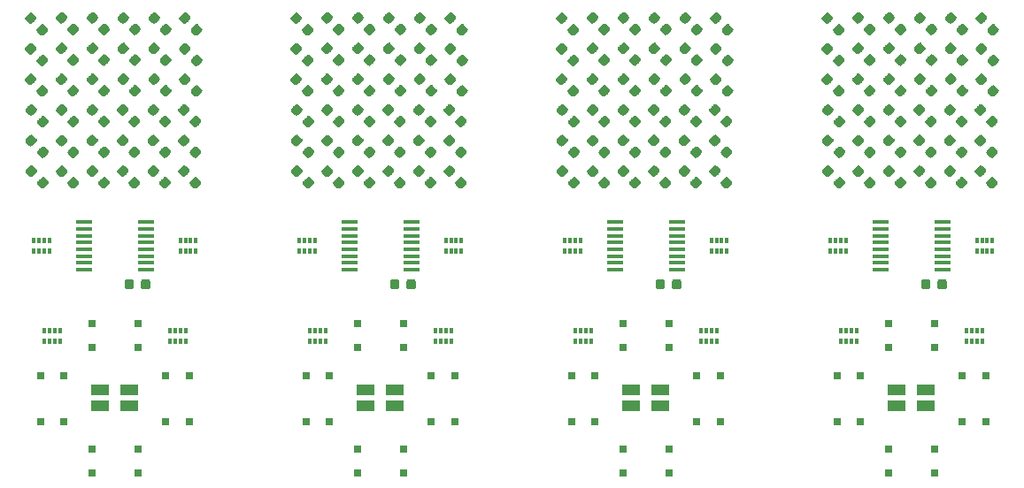
<source format=gbr>
G04 #@! TF.GenerationSoftware,KiCad,Pcbnew,(5.1.2)-1*
G04 #@! TF.CreationDate,2019-07-17T12:10:40+10:00*
G04 #@! TF.ProjectId,output.panel,6f757470-7574-42e7-9061-6e656c2e6b69,0*
G04 #@! TF.SameCoordinates,Original*
G04 #@! TF.FileFunction,Paste,Top*
G04 #@! TF.FilePolarity,Positive*
%FSLAX46Y46*%
G04 Gerber Fmt 4.6, Leading zero omitted, Abs format (unit mm)*
G04 Created by KiCad (PCBNEW (5.1.2)-1) date 2019-07-17 12:10:40*
%MOMM*%
%LPD*%
G04 APERTURE LIST*
%ADD10R,0.400000X0.500000*%
%ADD11R,0.300000X0.500000*%
%ADD12C,0.100000*%
%ADD13C,0.875000*%
%ADD14R,1.500000X0.450000*%
%ADD15R,0.700000X0.800000*%
%ADD16R,0.800000X0.700000*%
%ADD17R,1.700000X1.100000*%
G04 APERTURE END LIST*
D10*
X193400000Y-101575000D03*
D11*
X194400000Y-101575000D03*
X193900000Y-101575000D03*
D10*
X194900000Y-101575000D03*
D11*
X193900000Y-100575000D03*
D10*
X193400000Y-100575000D03*
D11*
X194400000Y-100575000D03*
D10*
X194900000Y-100575000D03*
X168000000Y-101575000D03*
D11*
X169000000Y-101575000D03*
X168500000Y-101575000D03*
D10*
X169500000Y-101575000D03*
D11*
X168500000Y-100575000D03*
D10*
X168000000Y-100575000D03*
D11*
X169000000Y-100575000D03*
D10*
X169500000Y-100575000D03*
X142600000Y-101575000D03*
D11*
X143600000Y-101575000D03*
X143100000Y-101575000D03*
D10*
X144100000Y-101575000D03*
D11*
X143100000Y-100575000D03*
D10*
X142600000Y-100575000D03*
D11*
X143600000Y-100575000D03*
D10*
X144100000Y-100575000D03*
X179400000Y-101575000D03*
D11*
X180400000Y-101575000D03*
X179900000Y-101575000D03*
D10*
X180900000Y-101575000D03*
D11*
X179900000Y-100575000D03*
D10*
X179400000Y-100575000D03*
D11*
X180400000Y-100575000D03*
D10*
X180900000Y-100575000D03*
X154000000Y-101575000D03*
D11*
X155000000Y-101575000D03*
X154500000Y-101575000D03*
D10*
X155500000Y-101575000D03*
D11*
X154500000Y-100575000D03*
D10*
X154000000Y-100575000D03*
D11*
X155000000Y-100575000D03*
D10*
X155500000Y-100575000D03*
X128600000Y-101575000D03*
D11*
X129600000Y-101575000D03*
X129100000Y-101575000D03*
D10*
X130100000Y-101575000D03*
D11*
X129100000Y-100575000D03*
D10*
X128600000Y-100575000D03*
D11*
X129600000Y-100575000D03*
D10*
X130100000Y-100575000D03*
X193900000Y-109175000D03*
D11*
X192900000Y-109175000D03*
X193400000Y-109175000D03*
D10*
X192400000Y-109175000D03*
D11*
X193400000Y-110175000D03*
D10*
X193900000Y-110175000D03*
D11*
X192900000Y-110175000D03*
D10*
X192400000Y-110175000D03*
X168500000Y-109175000D03*
D11*
X167500000Y-109175000D03*
X168000000Y-109175000D03*
D10*
X167000000Y-109175000D03*
D11*
X168000000Y-110175000D03*
D10*
X168500000Y-110175000D03*
D11*
X167500000Y-110175000D03*
D10*
X167000000Y-110175000D03*
X143100000Y-109175000D03*
D11*
X142100000Y-109175000D03*
X142600000Y-109175000D03*
D10*
X141600000Y-109175000D03*
D11*
X142600000Y-110175000D03*
D10*
X143100000Y-110175000D03*
D11*
X142100000Y-110175000D03*
D10*
X141600000Y-110175000D03*
D12*
G36*
X193791111Y-87504580D02*
G01*
X193812346Y-87507730D01*
X193833170Y-87512946D01*
X193853382Y-87520178D01*
X193872788Y-87529357D01*
X193891201Y-87540393D01*
X193908444Y-87553181D01*
X193924350Y-87567597D01*
X194233709Y-87876956D01*
X194248125Y-87892862D01*
X194260913Y-87910105D01*
X194271949Y-87928518D01*
X194281128Y-87947924D01*
X194288360Y-87968136D01*
X194293576Y-87988960D01*
X194296726Y-88010195D01*
X194297779Y-88031636D01*
X194296726Y-88053077D01*
X194293576Y-88074312D01*
X194288360Y-88095136D01*
X194281128Y-88115348D01*
X194271949Y-88134754D01*
X194260913Y-88153167D01*
X194248125Y-88170410D01*
X194233709Y-88186316D01*
X193871316Y-88548709D01*
X193855410Y-88563125D01*
X193838167Y-88575913D01*
X193819754Y-88586949D01*
X193800348Y-88596128D01*
X193780136Y-88603360D01*
X193759312Y-88608576D01*
X193738077Y-88611726D01*
X193716636Y-88612779D01*
X193695195Y-88611726D01*
X193673960Y-88608576D01*
X193653136Y-88603360D01*
X193632924Y-88596128D01*
X193613518Y-88586949D01*
X193595105Y-88575913D01*
X193577862Y-88563125D01*
X193561956Y-88548709D01*
X193252597Y-88239350D01*
X193238181Y-88223444D01*
X193225393Y-88206201D01*
X193214357Y-88187788D01*
X193205178Y-88168382D01*
X193197946Y-88148170D01*
X193192730Y-88127346D01*
X193189580Y-88106111D01*
X193188527Y-88084670D01*
X193189580Y-88063229D01*
X193192730Y-88041994D01*
X193197946Y-88021170D01*
X193205178Y-88000958D01*
X193214357Y-87981552D01*
X193225393Y-87963139D01*
X193238181Y-87945896D01*
X193252597Y-87929990D01*
X193614990Y-87567597D01*
X193630896Y-87553181D01*
X193648139Y-87540393D01*
X193666552Y-87529357D01*
X193685958Y-87520178D01*
X193706170Y-87512946D01*
X193726994Y-87507730D01*
X193748229Y-87504580D01*
X193769670Y-87503527D01*
X193791111Y-87504580D01*
X193791111Y-87504580D01*
G37*
D13*
X193743153Y-88058153D03*
D12*
G36*
X194904805Y-88618274D02*
G01*
X194926040Y-88621424D01*
X194946864Y-88626640D01*
X194967076Y-88633872D01*
X194986482Y-88643051D01*
X195004895Y-88654087D01*
X195022138Y-88666875D01*
X195038044Y-88681291D01*
X195347403Y-88990650D01*
X195361819Y-89006556D01*
X195374607Y-89023799D01*
X195385643Y-89042212D01*
X195394822Y-89061618D01*
X195402054Y-89081830D01*
X195407270Y-89102654D01*
X195410420Y-89123889D01*
X195411473Y-89145330D01*
X195410420Y-89166771D01*
X195407270Y-89188006D01*
X195402054Y-89208830D01*
X195394822Y-89229042D01*
X195385643Y-89248448D01*
X195374607Y-89266861D01*
X195361819Y-89284104D01*
X195347403Y-89300010D01*
X194985010Y-89662403D01*
X194969104Y-89676819D01*
X194951861Y-89689607D01*
X194933448Y-89700643D01*
X194914042Y-89709822D01*
X194893830Y-89717054D01*
X194873006Y-89722270D01*
X194851771Y-89725420D01*
X194830330Y-89726473D01*
X194808889Y-89725420D01*
X194787654Y-89722270D01*
X194766830Y-89717054D01*
X194746618Y-89709822D01*
X194727212Y-89700643D01*
X194708799Y-89689607D01*
X194691556Y-89676819D01*
X194675650Y-89662403D01*
X194366291Y-89353044D01*
X194351875Y-89337138D01*
X194339087Y-89319895D01*
X194328051Y-89301482D01*
X194318872Y-89282076D01*
X194311640Y-89261864D01*
X194306424Y-89241040D01*
X194303274Y-89219805D01*
X194302221Y-89198364D01*
X194303274Y-89176923D01*
X194306424Y-89155688D01*
X194311640Y-89134864D01*
X194318872Y-89114652D01*
X194328051Y-89095246D01*
X194339087Y-89076833D01*
X194351875Y-89059590D01*
X194366291Y-89043684D01*
X194728684Y-88681291D01*
X194744590Y-88666875D01*
X194761833Y-88654087D01*
X194780246Y-88643051D01*
X194799652Y-88633872D01*
X194819864Y-88626640D01*
X194840688Y-88621424D01*
X194861923Y-88618274D01*
X194883364Y-88617221D01*
X194904805Y-88618274D01*
X194904805Y-88618274D01*
G37*
D13*
X194856847Y-89171847D03*
D12*
G36*
X168391111Y-87504580D02*
G01*
X168412346Y-87507730D01*
X168433170Y-87512946D01*
X168453382Y-87520178D01*
X168472788Y-87529357D01*
X168491201Y-87540393D01*
X168508444Y-87553181D01*
X168524350Y-87567597D01*
X168833709Y-87876956D01*
X168848125Y-87892862D01*
X168860913Y-87910105D01*
X168871949Y-87928518D01*
X168881128Y-87947924D01*
X168888360Y-87968136D01*
X168893576Y-87988960D01*
X168896726Y-88010195D01*
X168897779Y-88031636D01*
X168896726Y-88053077D01*
X168893576Y-88074312D01*
X168888360Y-88095136D01*
X168881128Y-88115348D01*
X168871949Y-88134754D01*
X168860913Y-88153167D01*
X168848125Y-88170410D01*
X168833709Y-88186316D01*
X168471316Y-88548709D01*
X168455410Y-88563125D01*
X168438167Y-88575913D01*
X168419754Y-88586949D01*
X168400348Y-88596128D01*
X168380136Y-88603360D01*
X168359312Y-88608576D01*
X168338077Y-88611726D01*
X168316636Y-88612779D01*
X168295195Y-88611726D01*
X168273960Y-88608576D01*
X168253136Y-88603360D01*
X168232924Y-88596128D01*
X168213518Y-88586949D01*
X168195105Y-88575913D01*
X168177862Y-88563125D01*
X168161956Y-88548709D01*
X167852597Y-88239350D01*
X167838181Y-88223444D01*
X167825393Y-88206201D01*
X167814357Y-88187788D01*
X167805178Y-88168382D01*
X167797946Y-88148170D01*
X167792730Y-88127346D01*
X167789580Y-88106111D01*
X167788527Y-88084670D01*
X167789580Y-88063229D01*
X167792730Y-88041994D01*
X167797946Y-88021170D01*
X167805178Y-88000958D01*
X167814357Y-87981552D01*
X167825393Y-87963139D01*
X167838181Y-87945896D01*
X167852597Y-87929990D01*
X168214990Y-87567597D01*
X168230896Y-87553181D01*
X168248139Y-87540393D01*
X168266552Y-87529357D01*
X168285958Y-87520178D01*
X168306170Y-87512946D01*
X168326994Y-87507730D01*
X168348229Y-87504580D01*
X168369670Y-87503527D01*
X168391111Y-87504580D01*
X168391111Y-87504580D01*
G37*
D13*
X168343153Y-88058153D03*
D12*
G36*
X169504805Y-88618274D02*
G01*
X169526040Y-88621424D01*
X169546864Y-88626640D01*
X169567076Y-88633872D01*
X169586482Y-88643051D01*
X169604895Y-88654087D01*
X169622138Y-88666875D01*
X169638044Y-88681291D01*
X169947403Y-88990650D01*
X169961819Y-89006556D01*
X169974607Y-89023799D01*
X169985643Y-89042212D01*
X169994822Y-89061618D01*
X170002054Y-89081830D01*
X170007270Y-89102654D01*
X170010420Y-89123889D01*
X170011473Y-89145330D01*
X170010420Y-89166771D01*
X170007270Y-89188006D01*
X170002054Y-89208830D01*
X169994822Y-89229042D01*
X169985643Y-89248448D01*
X169974607Y-89266861D01*
X169961819Y-89284104D01*
X169947403Y-89300010D01*
X169585010Y-89662403D01*
X169569104Y-89676819D01*
X169551861Y-89689607D01*
X169533448Y-89700643D01*
X169514042Y-89709822D01*
X169493830Y-89717054D01*
X169473006Y-89722270D01*
X169451771Y-89725420D01*
X169430330Y-89726473D01*
X169408889Y-89725420D01*
X169387654Y-89722270D01*
X169366830Y-89717054D01*
X169346618Y-89709822D01*
X169327212Y-89700643D01*
X169308799Y-89689607D01*
X169291556Y-89676819D01*
X169275650Y-89662403D01*
X168966291Y-89353044D01*
X168951875Y-89337138D01*
X168939087Y-89319895D01*
X168928051Y-89301482D01*
X168918872Y-89282076D01*
X168911640Y-89261864D01*
X168906424Y-89241040D01*
X168903274Y-89219805D01*
X168902221Y-89198364D01*
X168903274Y-89176923D01*
X168906424Y-89155688D01*
X168911640Y-89134864D01*
X168918872Y-89114652D01*
X168928051Y-89095246D01*
X168939087Y-89076833D01*
X168951875Y-89059590D01*
X168966291Y-89043684D01*
X169328684Y-88681291D01*
X169344590Y-88666875D01*
X169361833Y-88654087D01*
X169380246Y-88643051D01*
X169399652Y-88633872D01*
X169419864Y-88626640D01*
X169440688Y-88621424D01*
X169461923Y-88618274D01*
X169483364Y-88617221D01*
X169504805Y-88618274D01*
X169504805Y-88618274D01*
G37*
D13*
X169456847Y-89171847D03*
D12*
G36*
X142991111Y-87504580D02*
G01*
X143012346Y-87507730D01*
X143033170Y-87512946D01*
X143053382Y-87520178D01*
X143072788Y-87529357D01*
X143091201Y-87540393D01*
X143108444Y-87553181D01*
X143124350Y-87567597D01*
X143433709Y-87876956D01*
X143448125Y-87892862D01*
X143460913Y-87910105D01*
X143471949Y-87928518D01*
X143481128Y-87947924D01*
X143488360Y-87968136D01*
X143493576Y-87988960D01*
X143496726Y-88010195D01*
X143497779Y-88031636D01*
X143496726Y-88053077D01*
X143493576Y-88074312D01*
X143488360Y-88095136D01*
X143481128Y-88115348D01*
X143471949Y-88134754D01*
X143460913Y-88153167D01*
X143448125Y-88170410D01*
X143433709Y-88186316D01*
X143071316Y-88548709D01*
X143055410Y-88563125D01*
X143038167Y-88575913D01*
X143019754Y-88586949D01*
X143000348Y-88596128D01*
X142980136Y-88603360D01*
X142959312Y-88608576D01*
X142938077Y-88611726D01*
X142916636Y-88612779D01*
X142895195Y-88611726D01*
X142873960Y-88608576D01*
X142853136Y-88603360D01*
X142832924Y-88596128D01*
X142813518Y-88586949D01*
X142795105Y-88575913D01*
X142777862Y-88563125D01*
X142761956Y-88548709D01*
X142452597Y-88239350D01*
X142438181Y-88223444D01*
X142425393Y-88206201D01*
X142414357Y-88187788D01*
X142405178Y-88168382D01*
X142397946Y-88148170D01*
X142392730Y-88127346D01*
X142389580Y-88106111D01*
X142388527Y-88084670D01*
X142389580Y-88063229D01*
X142392730Y-88041994D01*
X142397946Y-88021170D01*
X142405178Y-88000958D01*
X142414357Y-87981552D01*
X142425393Y-87963139D01*
X142438181Y-87945896D01*
X142452597Y-87929990D01*
X142814990Y-87567597D01*
X142830896Y-87553181D01*
X142848139Y-87540393D01*
X142866552Y-87529357D01*
X142885958Y-87520178D01*
X142906170Y-87512946D01*
X142926994Y-87507730D01*
X142948229Y-87504580D01*
X142969670Y-87503527D01*
X142991111Y-87504580D01*
X142991111Y-87504580D01*
G37*
D13*
X142943153Y-88058153D03*
D12*
G36*
X144104805Y-88618274D02*
G01*
X144126040Y-88621424D01*
X144146864Y-88626640D01*
X144167076Y-88633872D01*
X144186482Y-88643051D01*
X144204895Y-88654087D01*
X144222138Y-88666875D01*
X144238044Y-88681291D01*
X144547403Y-88990650D01*
X144561819Y-89006556D01*
X144574607Y-89023799D01*
X144585643Y-89042212D01*
X144594822Y-89061618D01*
X144602054Y-89081830D01*
X144607270Y-89102654D01*
X144610420Y-89123889D01*
X144611473Y-89145330D01*
X144610420Y-89166771D01*
X144607270Y-89188006D01*
X144602054Y-89208830D01*
X144594822Y-89229042D01*
X144585643Y-89248448D01*
X144574607Y-89266861D01*
X144561819Y-89284104D01*
X144547403Y-89300010D01*
X144185010Y-89662403D01*
X144169104Y-89676819D01*
X144151861Y-89689607D01*
X144133448Y-89700643D01*
X144114042Y-89709822D01*
X144093830Y-89717054D01*
X144073006Y-89722270D01*
X144051771Y-89725420D01*
X144030330Y-89726473D01*
X144008889Y-89725420D01*
X143987654Y-89722270D01*
X143966830Y-89717054D01*
X143946618Y-89709822D01*
X143927212Y-89700643D01*
X143908799Y-89689607D01*
X143891556Y-89676819D01*
X143875650Y-89662403D01*
X143566291Y-89353044D01*
X143551875Y-89337138D01*
X143539087Y-89319895D01*
X143528051Y-89301482D01*
X143518872Y-89282076D01*
X143511640Y-89261864D01*
X143506424Y-89241040D01*
X143503274Y-89219805D01*
X143502221Y-89198364D01*
X143503274Y-89176923D01*
X143506424Y-89155688D01*
X143511640Y-89134864D01*
X143518872Y-89114652D01*
X143528051Y-89095246D01*
X143539087Y-89076833D01*
X143551875Y-89059590D01*
X143566291Y-89043684D01*
X143928684Y-88681291D01*
X143944590Y-88666875D01*
X143961833Y-88654087D01*
X143980246Y-88643051D01*
X143999652Y-88633872D01*
X144019864Y-88626640D01*
X144040688Y-88621424D01*
X144061923Y-88618274D01*
X144083364Y-88617221D01*
X144104805Y-88618274D01*
X144104805Y-88618274D01*
G37*
D13*
X144056847Y-89171847D03*
D12*
G36*
X190327691Y-104276053D02*
G01*
X190348926Y-104279203D01*
X190369750Y-104284419D01*
X190389962Y-104291651D01*
X190409368Y-104300830D01*
X190427781Y-104311866D01*
X190445024Y-104324654D01*
X190460930Y-104339070D01*
X190475346Y-104354976D01*
X190488134Y-104372219D01*
X190499170Y-104390632D01*
X190508349Y-104410038D01*
X190515581Y-104430250D01*
X190520797Y-104451074D01*
X190523947Y-104472309D01*
X190525000Y-104493750D01*
X190525000Y-105006250D01*
X190523947Y-105027691D01*
X190520797Y-105048926D01*
X190515581Y-105069750D01*
X190508349Y-105089962D01*
X190499170Y-105109368D01*
X190488134Y-105127781D01*
X190475346Y-105145024D01*
X190460930Y-105160930D01*
X190445024Y-105175346D01*
X190427781Y-105188134D01*
X190409368Y-105199170D01*
X190389962Y-105208349D01*
X190369750Y-105215581D01*
X190348926Y-105220797D01*
X190327691Y-105223947D01*
X190306250Y-105225000D01*
X189868750Y-105225000D01*
X189847309Y-105223947D01*
X189826074Y-105220797D01*
X189805250Y-105215581D01*
X189785038Y-105208349D01*
X189765632Y-105199170D01*
X189747219Y-105188134D01*
X189729976Y-105175346D01*
X189714070Y-105160930D01*
X189699654Y-105145024D01*
X189686866Y-105127781D01*
X189675830Y-105109368D01*
X189666651Y-105089962D01*
X189659419Y-105069750D01*
X189654203Y-105048926D01*
X189651053Y-105027691D01*
X189650000Y-105006250D01*
X189650000Y-104493750D01*
X189651053Y-104472309D01*
X189654203Y-104451074D01*
X189659419Y-104430250D01*
X189666651Y-104410038D01*
X189675830Y-104390632D01*
X189686866Y-104372219D01*
X189699654Y-104354976D01*
X189714070Y-104339070D01*
X189729976Y-104324654D01*
X189747219Y-104311866D01*
X189765632Y-104300830D01*
X189785038Y-104291651D01*
X189805250Y-104284419D01*
X189826074Y-104279203D01*
X189847309Y-104276053D01*
X189868750Y-104275000D01*
X190306250Y-104275000D01*
X190327691Y-104276053D01*
X190327691Y-104276053D01*
G37*
D13*
X190087500Y-104750000D03*
D12*
G36*
X188752691Y-104276053D02*
G01*
X188773926Y-104279203D01*
X188794750Y-104284419D01*
X188814962Y-104291651D01*
X188834368Y-104300830D01*
X188852781Y-104311866D01*
X188870024Y-104324654D01*
X188885930Y-104339070D01*
X188900346Y-104354976D01*
X188913134Y-104372219D01*
X188924170Y-104390632D01*
X188933349Y-104410038D01*
X188940581Y-104430250D01*
X188945797Y-104451074D01*
X188948947Y-104472309D01*
X188950000Y-104493750D01*
X188950000Y-105006250D01*
X188948947Y-105027691D01*
X188945797Y-105048926D01*
X188940581Y-105069750D01*
X188933349Y-105089962D01*
X188924170Y-105109368D01*
X188913134Y-105127781D01*
X188900346Y-105145024D01*
X188885930Y-105160930D01*
X188870024Y-105175346D01*
X188852781Y-105188134D01*
X188834368Y-105199170D01*
X188814962Y-105208349D01*
X188794750Y-105215581D01*
X188773926Y-105220797D01*
X188752691Y-105223947D01*
X188731250Y-105225000D01*
X188293750Y-105225000D01*
X188272309Y-105223947D01*
X188251074Y-105220797D01*
X188230250Y-105215581D01*
X188210038Y-105208349D01*
X188190632Y-105199170D01*
X188172219Y-105188134D01*
X188154976Y-105175346D01*
X188139070Y-105160930D01*
X188124654Y-105145024D01*
X188111866Y-105127781D01*
X188100830Y-105109368D01*
X188091651Y-105089962D01*
X188084419Y-105069750D01*
X188079203Y-105048926D01*
X188076053Y-105027691D01*
X188075000Y-105006250D01*
X188075000Y-104493750D01*
X188076053Y-104472309D01*
X188079203Y-104451074D01*
X188084419Y-104430250D01*
X188091651Y-104410038D01*
X188100830Y-104390632D01*
X188111866Y-104372219D01*
X188124654Y-104354976D01*
X188139070Y-104339070D01*
X188154976Y-104324654D01*
X188172219Y-104311866D01*
X188190632Y-104300830D01*
X188210038Y-104291651D01*
X188230250Y-104284419D01*
X188251074Y-104279203D01*
X188272309Y-104276053D01*
X188293750Y-104275000D01*
X188731250Y-104275000D01*
X188752691Y-104276053D01*
X188752691Y-104276053D01*
G37*
D13*
X188512500Y-104750000D03*
D12*
G36*
X164927691Y-104276053D02*
G01*
X164948926Y-104279203D01*
X164969750Y-104284419D01*
X164989962Y-104291651D01*
X165009368Y-104300830D01*
X165027781Y-104311866D01*
X165045024Y-104324654D01*
X165060930Y-104339070D01*
X165075346Y-104354976D01*
X165088134Y-104372219D01*
X165099170Y-104390632D01*
X165108349Y-104410038D01*
X165115581Y-104430250D01*
X165120797Y-104451074D01*
X165123947Y-104472309D01*
X165125000Y-104493750D01*
X165125000Y-105006250D01*
X165123947Y-105027691D01*
X165120797Y-105048926D01*
X165115581Y-105069750D01*
X165108349Y-105089962D01*
X165099170Y-105109368D01*
X165088134Y-105127781D01*
X165075346Y-105145024D01*
X165060930Y-105160930D01*
X165045024Y-105175346D01*
X165027781Y-105188134D01*
X165009368Y-105199170D01*
X164989962Y-105208349D01*
X164969750Y-105215581D01*
X164948926Y-105220797D01*
X164927691Y-105223947D01*
X164906250Y-105225000D01*
X164468750Y-105225000D01*
X164447309Y-105223947D01*
X164426074Y-105220797D01*
X164405250Y-105215581D01*
X164385038Y-105208349D01*
X164365632Y-105199170D01*
X164347219Y-105188134D01*
X164329976Y-105175346D01*
X164314070Y-105160930D01*
X164299654Y-105145024D01*
X164286866Y-105127781D01*
X164275830Y-105109368D01*
X164266651Y-105089962D01*
X164259419Y-105069750D01*
X164254203Y-105048926D01*
X164251053Y-105027691D01*
X164250000Y-105006250D01*
X164250000Y-104493750D01*
X164251053Y-104472309D01*
X164254203Y-104451074D01*
X164259419Y-104430250D01*
X164266651Y-104410038D01*
X164275830Y-104390632D01*
X164286866Y-104372219D01*
X164299654Y-104354976D01*
X164314070Y-104339070D01*
X164329976Y-104324654D01*
X164347219Y-104311866D01*
X164365632Y-104300830D01*
X164385038Y-104291651D01*
X164405250Y-104284419D01*
X164426074Y-104279203D01*
X164447309Y-104276053D01*
X164468750Y-104275000D01*
X164906250Y-104275000D01*
X164927691Y-104276053D01*
X164927691Y-104276053D01*
G37*
D13*
X164687500Y-104750000D03*
D12*
G36*
X163352691Y-104276053D02*
G01*
X163373926Y-104279203D01*
X163394750Y-104284419D01*
X163414962Y-104291651D01*
X163434368Y-104300830D01*
X163452781Y-104311866D01*
X163470024Y-104324654D01*
X163485930Y-104339070D01*
X163500346Y-104354976D01*
X163513134Y-104372219D01*
X163524170Y-104390632D01*
X163533349Y-104410038D01*
X163540581Y-104430250D01*
X163545797Y-104451074D01*
X163548947Y-104472309D01*
X163550000Y-104493750D01*
X163550000Y-105006250D01*
X163548947Y-105027691D01*
X163545797Y-105048926D01*
X163540581Y-105069750D01*
X163533349Y-105089962D01*
X163524170Y-105109368D01*
X163513134Y-105127781D01*
X163500346Y-105145024D01*
X163485930Y-105160930D01*
X163470024Y-105175346D01*
X163452781Y-105188134D01*
X163434368Y-105199170D01*
X163414962Y-105208349D01*
X163394750Y-105215581D01*
X163373926Y-105220797D01*
X163352691Y-105223947D01*
X163331250Y-105225000D01*
X162893750Y-105225000D01*
X162872309Y-105223947D01*
X162851074Y-105220797D01*
X162830250Y-105215581D01*
X162810038Y-105208349D01*
X162790632Y-105199170D01*
X162772219Y-105188134D01*
X162754976Y-105175346D01*
X162739070Y-105160930D01*
X162724654Y-105145024D01*
X162711866Y-105127781D01*
X162700830Y-105109368D01*
X162691651Y-105089962D01*
X162684419Y-105069750D01*
X162679203Y-105048926D01*
X162676053Y-105027691D01*
X162675000Y-105006250D01*
X162675000Y-104493750D01*
X162676053Y-104472309D01*
X162679203Y-104451074D01*
X162684419Y-104430250D01*
X162691651Y-104410038D01*
X162700830Y-104390632D01*
X162711866Y-104372219D01*
X162724654Y-104354976D01*
X162739070Y-104339070D01*
X162754976Y-104324654D01*
X162772219Y-104311866D01*
X162790632Y-104300830D01*
X162810038Y-104291651D01*
X162830250Y-104284419D01*
X162851074Y-104279203D01*
X162872309Y-104276053D01*
X162893750Y-104275000D01*
X163331250Y-104275000D01*
X163352691Y-104276053D01*
X163352691Y-104276053D01*
G37*
D13*
X163112500Y-104750000D03*
D12*
G36*
X139527691Y-104276053D02*
G01*
X139548926Y-104279203D01*
X139569750Y-104284419D01*
X139589962Y-104291651D01*
X139609368Y-104300830D01*
X139627781Y-104311866D01*
X139645024Y-104324654D01*
X139660930Y-104339070D01*
X139675346Y-104354976D01*
X139688134Y-104372219D01*
X139699170Y-104390632D01*
X139708349Y-104410038D01*
X139715581Y-104430250D01*
X139720797Y-104451074D01*
X139723947Y-104472309D01*
X139725000Y-104493750D01*
X139725000Y-105006250D01*
X139723947Y-105027691D01*
X139720797Y-105048926D01*
X139715581Y-105069750D01*
X139708349Y-105089962D01*
X139699170Y-105109368D01*
X139688134Y-105127781D01*
X139675346Y-105145024D01*
X139660930Y-105160930D01*
X139645024Y-105175346D01*
X139627781Y-105188134D01*
X139609368Y-105199170D01*
X139589962Y-105208349D01*
X139569750Y-105215581D01*
X139548926Y-105220797D01*
X139527691Y-105223947D01*
X139506250Y-105225000D01*
X139068750Y-105225000D01*
X139047309Y-105223947D01*
X139026074Y-105220797D01*
X139005250Y-105215581D01*
X138985038Y-105208349D01*
X138965632Y-105199170D01*
X138947219Y-105188134D01*
X138929976Y-105175346D01*
X138914070Y-105160930D01*
X138899654Y-105145024D01*
X138886866Y-105127781D01*
X138875830Y-105109368D01*
X138866651Y-105089962D01*
X138859419Y-105069750D01*
X138854203Y-105048926D01*
X138851053Y-105027691D01*
X138850000Y-105006250D01*
X138850000Y-104493750D01*
X138851053Y-104472309D01*
X138854203Y-104451074D01*
X138859419Y-104430250D01*
X138866651Y-104410038D01*
X138875830Y-104390632D01*
X138886866Y-104372219D01*
X138899654Y-104354976D01*
X138914070Y-104339070D01*
X138929976Y-104324654D01*
X138947219Y-104311866D01*
X138965632Y-104300830D01*
X138985038Y-104291651D01*
X139005250Y-104284419D01*
X139026074Y-104279203D01*
X139047309Y-104276053D01*
X139068750Y-104275000D01*
X139506250Y-104275000D01*
X139527691Y-104276053D01*
X139527691Y-104276053D01*
G37*
D13*
X139287500Y-104750000D03*
D12*
G36*
X137952691Y-104276053D02*
G01*
X137973926Y-104279203D01*
X137994750Y-104284419D01*
X138014962Y-104291651D01*
X138034368Y-104300830D01*
X138052781Y-104311866D01*
X138070024Y-104324654D01*
X138085930Y-104339070D01*
X138100346Y-104354976D01*
X138113134Y-104372219D01*
X138124170Y-104390632D01*
X138133349Y-104410038D01*
X138140581Y-104430250D01*
X138145797Y-104451074D01*
X138148947Y-104472309D01*
X138150000Y-104493750D01*
X138150000Y-105006250D01*
X138148947Y-105027691D01*
X138145797Y-105048926D01*
X138140581Y-105069750D01*
X138133349Y-105089962D01*
X138124170Y-105109368D01*
X138113134Y-105127781D01*
X138100346Y-105145024D01*
X138085930Y-105160930D01*
X138070024Y-105175346D01*
X138052781Y-105188134D01*
X138034368Y-105199170D01*
X138014962Y-105208349D01*
X137994750Y-105215581D01*
X137973926Y-105220797D01*
X137952691Y-105223947D01*
X137931250Y-105225000D01*
X137493750Y-105225000D01*
X137472309Y-105223947D01*
X137451074Y-105220797D01*
X137430250Y-105215581D01*
X137410038Y-105208349D01*
X137390632Y-105199170D01*
X137372219Y-105188134D01*
X137354976Y-105175346D01*
X137339070Y-105160930D01*
X137324654Y-105145024D01*
X137311866Y-105127781D01*
X137300830Y-105109368D01*
X137291651Y-105089962D01*
X137284419Y-105069750D01*
X137279203Y-105048926D01*
X137276053Y-105027691D01*
X137275000Y-105006250D01*
X137275000Y-104493750D01*
X137276053Y-104472309D01*
X137279203Y-104451074D01*
X137284419Y-104430250D01*
X137291651Y-104410038D01*
X137300830Y-104390632D01*
X137311866Y-104372219D01*
X137324654Y-104354976D01*
X137339070Y-104339070D01*
X137354976Y-104324654D01*
X137372219Y-104311866D01*
X137390632Y-104300830D01*
X137410038Y-104291651D01*
X137430250Y-104284419D01*
X137451074Y-104279203D01*
X137472309Y-104276053D01*
X137493750Y-104275000D01*
X137931250Y-104275000D01*
X137952691Y-104276053D01*
X137952691Y-104276053D01*
G37*
D13*
X137712500Y-104750000D03*
D14*
X190100000Y-103350000D03*
X190100000Y-102700000D03*
X190100000Y-102050000D03*
X190100000Y-101400000D03*
X190100000Y-100750000D03*
X190100000Y-100100000D03*
X190100000Y-99450000D03*
X190100000Y-98800000D03*
X184200000Y-98800000D03*
X184200000Y-99450000D03*
X184200000Y-100100000D03*
X184200000Y-100750000D03*
X184200000Y-101400000D03*
X184200000Y-102050000D03*
X184200000Y-102700000D03*
X184200000Y-103350000D03*
X164700000Y-103350000D03*
X164700000Y-102700000D03*
X164700000Y-102050000D03*
X164700000Y-101400000D03*
X164700000Y-100750000D03*
X164700000Y-100100000D03*
X164700000Y-99450000D03*
X164700000Y-98800000D03*
X158800000Y-98800000D03*
X158800000Y-99450000D03*
X158800000Y-100100000D03*
X158800000Y-100750000D03*
X158800000Y-101400000D03*
X158800000Y-102050000D03*
X158800000Y-102700000D03*
X158800000Y-103350000D03*
X139300000Y-103350000D03*
X139300000Y-102700000D03*
X139300000Y-102050000D03*
X139300000Y-101400000D03*
X139300000Y-100750000D03*
X139300000Y-100100000D03*
X139300000Y-99450000D03*
X139300000Y-98800000D03*
X133400000Y-98800000D03*
X133400000Y-99450000D03*
X133400000Y-100100000D03*
X133400000Y-100750000D03*
X133400000Y-101400000D03*
X133400000Y-102050000D03*
X133400000Y-102700000D03*
X133400000Y-103350000D03*
D12*
G36*
X193891111Y-78714580D02*
G01*
X193912346Y-78717730D01*
X193933170Y-78722946D01*
X193953382Y-78730178D01*
X193972788Y-78739357D01*
X193991201Y-78750393D01*
X194008444Y-78763181D01*
X194024350Y-78777597D01*
X194333709Y-79086956D01*
X194348125Y-79102862D01*
X194360913Y-79120105D01*
X194371949Y-79138518D01*
X194381128Y-79157924D01*
X194388360Y-79178136D01*
X194393576Y-79198960D01*
X194396726Y-79220195D01*
X194397779Y-79241636D01*
X194396726Y-79263077D01*
X194393576Y-79284312D01*
X194388360Y-79305136D01*
X194381128Y-79325348D01*
X194371949Y-79344754D01*
X194360913Y-79363167D01*
X194348125Y-79380410D01*
X194333709Y-79396316D01*
X193971316Y-79758709D01*
X193955410Y-79773125D01*
X193938167Y-79785913D01*
X193919754Y-79796949D01*
X193900348Y-79806128D01*
X193880136Y-79813360D01*
X193859312Y-79818576D01*
X193838077Y-79821726D01*
X193816636Y-79822779D01*
X193795195Y-79821726D01*
X193773960Y-79818576D01*
X193753136Y-79813360D01*
X193732924Y-79806128D01*
X193713518Y-79796949D01*
X193695105Y-79785913D01*
X193677862Y-79773125D01*
X193661956Y-79758709D01*
X193352597Y-79449350D01*
X193338181Y-79433444D01*
X193325393Y-79416201D01*
X193314357Y-79397788D01*
X193305178Y-79378382D01*
X193297946Y-79358170D01*
X193292730Y-79337346D01*
X193289580Y-79316111D01*
X193288527Y-79294670D01*
X193289580Y-79273229D01*
X193292730Y-79251994D01*
X193297946Y-79231170D01*
X193305178Y-79210958D01*
X193314357Y-79191552D01*
X193325393Y-79173139D01*
X193338181Y-79155896D01*
X193352597Y-79139990D01*
X193714990Y-78777597D01*
X193730896Y-78763181D01*
X193748139Y-78750393D01*
X193766552Y-78739357D01*
X193785958Y-78730178D01*
X193806170Y-78722946D01*
X193826994Y-78717730D01*
X193848229Y-78714580D01*
X193869670Y-78713527D01*
X193891111Y-78714580D01*
X193891111Y-78714580D01*
G37*
D13*
X193843153Y-79268153D03*
D12*
G36*
X195004805Y-79828274D02*
G01*
X195026040Y-79831424D01*
X195046864Y-79836640D01*
X195067076Y-79843872D01*
X195086482Y-79853051D01*
X195104895Y-79864087D01*
X195122138Y-79876875D01*
X195138044Y-79891291D01*
X195447403Y-80200650D01*
X195461819Y-80216556D01*
X195474607Y-80233799D01*
X195485643Y-80252212D01*
X195494822Y-80271618D01*
X195502054Y-80291830D01*
X195507270Y-80312654D01*
X195510420Y-80333889D01*
X195511473Y-80355330D01*
X195510420Y-80376771D01*
X195507270Y-80398006D01*
X195502054Y-80418830D01*
X195494822Y-80439042D01*
X195485643Y-80458448D01*
X195474607Y-80476861D01*
X195461819Y-80494104D01*
X195447403Y-80510010D01*
X195085010Y-80872403D01*
X195069104Y-80886819D01*
X195051861Y-80899607D01*
X195033448Y-80910643D01*
X195014042Y-80919822D01*
X194993830Y-80927054D01*
X194973006Y-80932270D01*
X194951771Y-80935420D01*
X194930330Y-80936473D01*
X194908889Y-80935420D01*
X194887654Y-80932270D01*
X194866830Y-80927054D01*
X194846618Y-80919822D01*
X194827212Y-80910643D01*
X194808799Y-80899607D01*
X194791556Y-80886819D01*
X194775650Y-80872403D01*
X194466291Y-80563044D01*
X194451875Y-80547138D01*
X194439087Y-80529895D01*
X194428051Y-80511482D01*
X194418872Y-80492076D01*
X194411640Y-80471864D01*
X194406424Y-80451040D01*
X194403274Y-80429805D01*
X194402221Y-80408364D01*
X194403274Y-80386923D01*
X194406424Y-80365688D01*
X194411640Y-80344864D01*
X194418872Y-80324652D01*
X194428051Y-80305246D01*
X194439087Y-80286833D01*
X194451875Y-80269590D01*
X194466291Y-80253684D01*
X194828684Y-79891291D01*
X194844590Y-79876875D01*
X194861833Y-79864087D01*
X194880246Y-79853051D01*
X194899652Y-79843872D01*
X194919864Y-79836640D01*
X194940688Y-79831424D01*
X194961923Y-79828274D01*
X194983364Y-79827221D01*
X195004805Y-79828274D01*
X195004805Y-79828274D01*
G37*
D13*
X194956847Y-80381847D03*
D12*
G36*
X168491111Y-78714580D02*
G01*
X168512346Y-78717730D01*
X168533170Y-78722946D01*
X168553382Y-78730178D01*
X168572788Y-78739357D01*
X168591201Y-78750393D01*
X168608444Y-78763181D01*
X168624350Y-78777597D01*
X168933709Y-79086956D01*
X168948125Y-79102862D01*
X168960913Y-79120105D01*
X168971949Y-79138518D01*
X168981128Y-79157924D01*
X168988360Y-79178136D01*
X168993576Y-79198960D01*
X168996726Y-79220195D01*
X168997779Y-79241636D01*
X168996726Y-79263077D01*
X168993576Y-79284312D01*
X168988360Y-79305136D01*
X168981128Y-79325348D01*
X168971949Y-79344754D01*
X168960913Y-79363167D01*
X168948125Y-79380410D01*
X168933709Y-79396316D01*
X168571316Y-79758709D01*
X168555410Y-79773125D01*
X168538167Y-79785913D01*
X168519754Y-79796949D01*
X168500348Y-79806128D01*
X168480136Y-79813360D01*
X168459312Y-79818576D01*
X168438077Y-79821726D01*
X168416636Y-79822779D01*
X168395195Y-79821726D01*
X168373960Y-79818576D01*
X168353136Y-79813360D01*
X168332924Y-79806128D01*
X168313518Y-79796949D01*
X168295105Y-79785913D01*
X168277862Y-79773125D01*
X168261956Y-79758709D01*
X167952597Y-79449350D01*
X167938181Y-79433444D01*
X167925393Y-79416201D01*
X167914357Y-79397788D01*
X167905178Y-79378382D01*
X167897946Y-79358170D01*
X167892730Y-79337346D01*
X167889580Y-79316111D01*
X167888527Y-79294670D01*
X167889580Y-79273229D01*
X167892730Y-79251994D01*
X167897946Y-79231170D01*
X167905178Y-79210958D01*
X167914357Y-79191552D01*
X167925393Y-79173139D01*
X167938181Y-79155896D01*
X167952597Y-79139990D01*
X168314990Y-78777597D01*
X168330896Y-78763181D01*
X168348139Y-78750393D01*
X168366552Y-78739357D01*
X168385958Y-78730178D01*
X168406170Y-78722946D01*
X168426994Y-78717730D01*
X168448229Y-78714580D01*
X168469670Y-78713527D01*
X168491111Y-78714580D01*
X168491111Y-78714580D01*
G37*
D13*
X168443153Y-79268153D03*
D12*
G36*
X169604805Y-79828274D02*
G01*
X169626040Y-79831424D01*
X169646864Y-79836640D01*
X169667076Y-79843872D01*
X169686482Y-79853051D01*
X169704895Y-79864087D01*
X169722138Y-79876875D01*
X169738044Y-79891291D01*
X170047403Y-80200650D01*
X170061819Y-80216556D01*
X170074607Y-80233799D01*
X170085643Y-80252212D01*
X170094822Y-80271618D01*
X170102054Y-80291830D01*
X170107270Y-80312654D01*
X170110420Y-80333889D01*
X170111473Y-80355330D01*
X170110420Y-80376771D01*
X170107270Y-80398006D01*
X170102054Y-80418830D01*
X170094822Y-80439042D01*
X170085643Y-80458448D01*
X170074607Y-80476861D01*
X170061819Y-80494104D01*
X170047403Y-80510010D01*
X169685010Y-80872403D01*
X169669104Y-80886819D01*
X169651861Y-80899607D01*
X169633448Y-80910643D01*
X169614042Y-80919822D01*
X169593830Y-80927054D01*
X169573006Y-80932270D01*
X169551771Y-80935420D01*
X169530330Y-80936473D01*
X169508889Y-80935420D01*
X169487654Y-80932270D01*
X169466830Y-80927054D01*
X169446618Y-80919822D01*
X169427212Y-80910643D01*
X169408799Y-80899607D01*
X169391556Y-80886819D01*
X169375650Y-80872403D01*
X169066291Y-80563044D01*
X169051875Y-80547138D01*
X169039087Y-80529895D01*
X169028051Y-80511482D01*
X169018872Y-80492076D01*
X169011640Y-80471864D01*
X169006424Y-80451040D01*
X169003274Y-80429805D01*
X169002221Y-80408364D01*
X169003274Y-80386923D01*
X169006424Y-80365688D01*
X169011640Y-80344864D01*
X169018872Y-80324652D01*
X169028051Y-80305246D01*
X169039087Y-80286833D01*
X169051875Y-80269590D01*
X169066291Y-80253684D01*
X169428684Y-79891291D01*
X169444590Y-79876875D01*
X169461833Y-79864087D01*
X169480246Y-79853051D01*
X169499652Y-79843872D01*
X169519864Y-79836640D01*
X169540688Y-79831424D01*
X169561923Y-79828274D01*
X169583364Y-79827221D01*
X169604805Y-79828274D01*
X169604805Y-79828274D01*
G37*
D13*
X169556847Y-80381847D03*
D12*
G36*
X143091111Y-78714580D02*
G01*
X143112346Y-78717730D01*
X143133170Y-78722946D01*
X143153382Y-78730178D01*
X143172788Y-78739357D01*
X143191201Y-78750393D01*
X143208444Y-78763181D01*
X143224350Y-78777597D01*
X143533709Y-79086956D01*
X143548125Y-79102862D01*
X143560913Y-79120105D01*
X143571949Y-79138518D01*
X143581128Y-79157924D01*
X143588360Y-79178136D01*
X143593576Y-79198960D01*
X143596726Y-79220195D01*
X143597779Y-79241636D01*
X143596726Y-79263077D01*
X143593576Y-79284312D01*
X143588360Y-79305136D01*
X143581128Y-79325348D01*
X143571949Y-79344754D01*
X143560913Y-79363167D01*
X143548125Y-79380410D01*
X143533709Y-79396316D01*
X143171316Y-79758709D01*
X143155410Y-79773125D01*
X143138167Y-79785913D01*
X143119754Y-79796949D01*
X143100348Y-79806128D01*
X143080136Y-79813360D01*
X143059312Y-79818576D01*
X143038077Y-79821726D01*
X143016636Y-79822779D01*
X142995195Y-79821726D01*
X142973960Y-79818576D01*
X142953136Y-79813360D01*
X142932924Y-79806128D01*
X142913518Y-79796949D01*
X142895105Y-79785913D01*
X142877862Y-79773125D01*
X142861956Y-79758709D01*
X142552597Y-79449350D01*
X142538181Y-79433444D01*
X142525393Y-79416201D01*
X142514357Y-79397788D01*
X142505178Y-79378382D01*
X142497946Y-79358170D01*
X142492730Y-79337346D01*
X142489580Y-79316111D01*
X142488527Y-79294670D01*
X142489580Y-79273229D01*
X142492730Y-79251994D01*
X142497946Y-79231170D01*
X142505178Y-79210958D01*
X142514357Y-79191552D01*
X142525393Y-79173139D01*
X142538181Y-79155896D01*
X142552597Y-79139990D01*
X142914990Y-78777597D01*
X142930896Y-78763181D01*
X142948139Y-78750393D01*
X142966552Y-78739357D01*
X142985958Y-78730178D01*
X143006170Y-78722946D01*
X143026994Y-78717730D01*
X143048229Y-78714580D01*
X143069670Y-78713527D01*
X143091111Y-78714580D01*
X143091111Y-78714580D01*
G37*
D13*
X143043153Y-79268153D03*
D12*
G36*
X144204805Y-79828274D02*
G01*
X144226040Y-79831424D01*
X144246864Y-79836640D01*
X144267076Y-79843872D01*
X144286482Y-79853051D01*
X144304895Y-79864087D01*
X144322138Y-79876875D01*
X144338044Y-79891291D01*
X144647403Y-80200650D01*
X144661819Y-80216556D01*
X144674607Y-80233799D01*
X144685643Y-80252212D01*
X144694822Y-80271618D01*
X144702054Y-80291830D01*
X144707270Y-80312654D01*
X144710420Y-80333889D01*
X144711473Y-80355330D01*
X144710420Y-80376771D01*
X144707270Y-80398006D01*
X144702054Y-80418830D01*
X144694822Y-80439042D01*
X144685643Y-80458448D01*
X144674607Y-80476861D01*
X144661819Y-80494104D01*
X144647403Y-80510010D01*
X144285010Y-80872403D01*
X144269104Y-80886819D01*
X144251861Y-80899607D01*
X144233448Y-80910643D01*
X144214042Y-80919822D01*
X144193830Y-80927054D01*
X144173006Y-80932270D01*
X144151771Y-80935420D01*
X144130330Y-80936473D01*
X144108889Y-80935420D01*
X144087654Y-80932270D01*
X144066830Y-80927054D01*
X144046618Y-80919822D01*
X144027212Y-80910643D01*
X144008799Y-80899607D01*
X143991556Y-80886819D01*
X143975650Y-80872403D01*
X143666291Y-80563044D01*
X143651875Y-80547138D01*
X143639087Y-80529895D01*
X143628051Y-80511482D01*
X143618872Y-80492076D01*
X143611640Y-80471864D01*
X143606424Y-80451040D01*
X143603274Y-80429805D01*
X143602221Y-80408364D01*
X143603274Y-80386923D01*
X143606424Y-80365688D01*
X143611640Y-80344864D01*
X143618872Y-80324652D01*
X143628051Y-80305246D01*
X143639087Y-80286833D01*
X143651875Y-80269590D01*
X143666291Y-80253684D01*
X144028684Y-79891291D01*
X144044590Y-79876875D01*
X144061833Y-79864087D01*
X144080246Y-79853051D01*
X144099652Y-79843872D01*
X144119864Y-79836640D01*
X144140688Y-79831424D01*
X144161923Y-79828274D01*
X144183364Y-79827221D01*
X144204805Y-79828274D01*
X144204805Y-79828274D01*
G37*
D13*
X144156847Y-80381847D03*
D10*
X181900000Y-109175000D03*
D11*
X180900000Y-109175000D03*
X181400000Y-109175000D03*
D10*
X180400000Y-109175000D03*
D11*
X181400000Y-110175000D03*
D10*
X181900000Y-110175000D03*
D11*
X180900000Y-110175000D03*
D10*
X180400000Y-110175000D03*
X156500000Y-109175000D03*
D11*
X155500000Y-109175000D03*
X156000000Y-109175000D03*
D10*
X155000000Y-109175000D03*
D11*
X156000000Y-110175000D03*
D10*
X156500000Y-110175000D03*
D11*
X155500000Y-110175000D03*
D10*
X155000000Y-110175000D03*
X131100000Y-109175000D03*
D11*
X130100000Y-109175000D03*
X130600000Y-109175000D03*
D10*
X129600000Y-109175000D03*
D11*
X130600000Y-110175000D03*
D10*
X131100000Y-110175000D03*
D11*
X130100000Y-110175000D03*
D10*
X129600000Y-110175000D03*
D12*
G36*
X193891111Y-81644580D02*
G01*
X193912346Y-81647730D01*
X193933170Y-81652946D01*
X193953382Y-81660178D01*
X193972788Y-81669357D01*
X193991201Y-81680393D01*
X194008444Y-81693181D01*
X194024350Y-81707597D01*
X194333709Y-82016956D01*
X194348125Y-82032862D01*
X194360913Y-82050105D01*
X194371949Y-82068518D01*
X194381128Y-82087924D01*
X194388360Y-82108136D01*
X194393576Y-82128960D01*
X194396726Y-82150195D01*
X194397779Y-82171636D01*
X194396726Y-82193077D01*
X194393576Y-82214312D01*
X194388360Y-82235136D01*
X194381128Y-82255348D01*
X194371949Y-82274754D01*
X194360913Y-82293167D01*
X194348125Y-82310410D01*
X194333709Y-82326316D01*
X193971316Y-82688709D01*
X193955410Y-82703125D01*
X193938167Y-82715913D01*
X193919754Y-82726949D01*
X193900348Y-82736128D01*
X193880136Y-82743360D01*
X193859312Y-82748576D01*
X193838077Y-82751726D01*
X193816636Y-82752779D01*
X193795195Y-82751726D01*
X193773960Y-82748576D01*
X193753136Y-82743360D01*
X193732924Y-82736128D01*
X193713518Y-82726949D01*
X193695105Y-82715913D01*
X193677862Y-82703125D01*
X193661956Y-82688709D01*
X193352597Y-82379350D01*
X193338181Y-82363444D01*
X193325393Y-82346201D01*
X193314357Y-82327788D01*
X193305178Y-82308382D01*
X193297946Y-82288170D01*
X193292730Y-82267346D01*
X193289580Y-82246111D01*
X193288527Y-82224670D01*
X193289580Y-82203229D01*
X193292730Y-82181994D01*
X193297946Y-82161170D01*
X193305178Y-82140958D01*
X193314357Y-82121552D01*
X193325393Y-82103139D01*
X193338181Y-82085896D01*
X193352597Y-82069990D01*
X193714990Y-81707597D01*
X193730896Y-81693181D01*
X193748139Y-81680393D01*
X193766552Y-81669357D01*
X193785958Y-81660178D01*
X193806170Y-81652946D01*
X193826994Y-81647730D01*
X193848229Y-81644580D01*
X193869670Y-81643527D01*
X193891111Y-81644580D01*
X193891111Y-81644580D01*
G37*
D13*
X193843153Y-82198153D03*
D12*
G36*
X195004805Y-82758274D02*
G01*
X195026040Y-82761424D01*
X195046864Y-82766640D01*
X195067076Y-82773872D01*
X195086482Y-82783051D01*
X195104895Y-82794087D01*
X195122138Y-82806875D01*
X195138044Y-82821291D01*
X195447403Y-83130650D01*
X195461819Y-83146556D01*
X195474607Y-83163799D01*
X195485643Y-83182212D01*
X195494822Y-83201618D01*
X195502054Y-83221830D01*
X195507270Y-83242654D01*
X195510420Y-83263889D01*
X195511473Y-83285330D01*
X195510420Y-83306771D01*
X195507270Y-83328006D01*
X195502054Y-83348830D01*
X195494822Y-83369042D01*
X195485643Y-83388448D01*
X195474607Y-83406861D01*
X195461819Y-83424104D01*
X195447403Y-83440010D01*
X195085010Y-83802403D01*
X195069104Y-83816819D01*
X195051861Y-83829607D01*
X195033448Y-83840643D01*
X195014042Y-83849822D01*
X194993830Y-83857054D01*
X194973006Y-83862270D01*
X194951771Y-83865420D01*
X194930330Y-83866473D01*
X194908889Y-83865420D01*
X194887654Y-83862270D01*
X194866830Y-83857054D01*
X194846618Y-83849822D01*
X194827212Y-83840643D01*
X194808799Y-83829607D01*
X194791556Y-83816819D01*
X194775650Y-83802403D01*
X194466291Y-83493044D01*
X194451875Y-83477138D01*
X194439087Y-83459895D01*
X194428051Y-83441482D01*
X194418872Y-83422076D01*
X194411640Y-83401864D01*
X194406424Y-83381040D01*
X194403274Y-83359805D01*
X194402221Y-83338364D01*
X194403274Y-83316923D01*
X194406424Y-83295688D01*
X194411640Y-83274864D01*
X194418872Y-83254652D01*
X194428051Y-83235246D01*
X194439087Y-83216833D01*
X194451875Y-83199590D01*
X194466291Y-83183684D01*
X194828684Y-82821291D01*
X194844590Y-82806875D01*
X194861833Y-82794087D01*
X194880246Y-82783051D01*
X194899652Y-82773872D01*
X194919864Y-82766640D01*
X194940688Y-82761424D01*
X194961923Y-82758274D01*
X194983364Y-82757221D01*
X195004805Y-82758274D01*
X195004805Y-82758274D01*
G37*
D13*
X194956847Y-83311847D03*
D12*
G36*
X168491111Y-81644580D02*
G01*
X168512346Y-81647730D01*
X168533170Y-81652946D01*
X168553382Y-81660178D01*
X168572788Y-81669357D01*
X168591201Y-81680393D01*
X168608444Y-81693181D01*
X168624350Y-81707597D01*
X168933709Y-82016956D01*
X168948125Y-82032862D01*
X168960913Y-82050105D01*
X168971949Y-82068518D01*
X168981128Y-82087924D01*
X168988360Y-82108136D01*
X168993576Y-82128960D01*
X168996726Y-82150195D01*
X168997779Y-82171636D01*
X168996726Y-82193077D01*
X168993576Y-82214312D01*
X168988360Y-82235136D01*
X168981128Y-82255348D01*
X168971949Y-82274754D01*
X168960913Y-82293167D01*
X168948125Y-82310410D01*
X168933709Y-82326316D01*
X168571316Y-82688709D01*
X168555410Y-82703125D01*
X168538167Y-82715913D01*
X168519754Y-82726949D01*
X168500348Y-82736128D01*
X168480136Y-82743360D01*
X168459312Y-82748576D01*
X168438077Y-82751726D01*
X168416636Y-82752779D01*
X168395195Y-82751726D01*
X168373960Y-82748576D01*
X168353136Y-82743360D01*
X168332924Y-82736128D01*
X168313518Y-82726949D01*
X168295105Y-82715913D01*
X168277862Y-82703125D01*
X168261956Y-82688709D01*
X167952597Y-82379350D01*
X167938181Y-82363444D01*
X167925393Y-82346201D01*
X167914357Y-82327788D01*
X167905178Y-82308382D01*
X167897946Y-82288170D01*
X167892730Y-82267346D01*
X167889580Y-82246111D01*
X167888527Y-82224670D01*
X167889580Y-82203229D01*
X167892730Y-82181994D01*
X167897946Y-82161170D01*
X167905178Y-82140958D01*
X167914357Y-82121552D01*
X167925393Y-82103139D01*
X167938181Y-82085896D01*
X167952597Y-82069990D01*
X168314990Y-81707597D01*
X168330896Y-81693181D01*
X168348139Y-81680393D01*
X168366552Y-81669357D01*
X168385958Y-81660178D01*
X168406170Y-81652946D01*
X168426994Y-81647730D01*
X168448229Y-81644580D01*
X168469670Y-81643527D01*
X168491111Y-81644580D01*
X168491111Y-81644580D01*
G37*
D13*
X168443153Y-82198153D03*
D12*
G36*
X169604805Y-82758274D02*
G01*
X169626040Y-82761424D01*
X169646864Y-82766640D01*
X169667076Y-82773872D01*
X169686482Y-82783051D01*
X169704895Y-82794087D01*
X169722138Y-82806875D01*
X169738044Y-82821291D01*
X170047403Y-83130650D01*
X170061819Y-83146556D01*
X170074607Y-83163799D01*
X170085643Y-83182212D01*
X170094822Y-83201618D01*
X170102054Y-83221830D01*
X170107270Y-83242654D01*
X170110420Y-83263889D01*
X170111473Y-83285330D01*
X170110420Y-83306771D01*
X170107270Y-83328006D01*
X170102054Y-83348830D01*
X170094822Y-83369042D01*
X170085643Y-83388448D01*
X170074607Y-83406861D01*
X170061819Y-83424104D01*
X170047403Y-83440010D01*
X169685010Y-83802403D01*
X169669104Y-83816819D01*
X169651861Y-83829607D01*
X169633448Y-83840643D01*
X169614042Y-83849822D01*
X169593830Y-83857054D01*
X169573006Y-83862270D01*
X169551771Y-83865420D01*
X169530330Y-83866473D01*
X169508889Y-83865420D01*
X169487654Y-83862270D01*
X169466830Y-83857054D01*
X169446618Y-83849822D01*
X169427212Y-83840643D01*
X169408799Y-83829607D01*
X169391556Y-83816819D01*
X169375650Y-83802403D01*
X169066291Y-83493044D01*
X169051875Y-83477138D01*
X169039087Y-83459895D01*
X169028051Y-83441482D01*
X169018872Y-83422076D01*
X169011640Y-83401864D01*
X169006424Y-83381040D01*
X169003274Y-83359805D01*
X169002221Y-83338364D01*
X169003274Y-83316923D01*
X169006424Y-83295688D01*
X169011640Y-83274864D01*
X169018872Y-83254652D01*
X169028051Y-83235246D01*
X169039087Y-83216833D01*
X169051875Y-83199590D01*
X169066291Y-83183684D01*
X169428684Y-82821291D01*
X169444590Y-82806875D01*
X169461833Y-82794087D01*
X169480246Y-82783051D01*
X169499652Y-82773872D01*
X169519864Y-82766640D01*
X169540688Y-82761424D01*
X169561923Y-82758274D01*
X169583364Y-82757221D01*
X169604805Y-82758274D01*
X169604805Y-82758274D01*
G37*
D13*
X169556847Y-83311847D03*
D12*
G36*
X143091111Y-81644580D02*
G01*
X143112346Y-81647730D01*
X143133170Y-81652946D01*
X143153382Y-81660178D01*
X143172788Y-81669357D01*
X143191201Y-81680393D01*
X143208444Y-81693181D01*
X143224350Y-81707597D01*
X143533709Y-82016956D01*
X143548125Y-82032862D01*
X143560913Y-82050105D01*
X143571949Y-82068518D01*
X143581128Y-82087924D01*
X143588360Y-82108136D01*
X143593576Y-82128960D01*
X143596726Y-82150195D01*
X143597779Y-82171636D01*
X143596726Y-82193077D01*
X143593576Y-82214312D01*
X143588360Y-82235136D01*
X143581128Y-82255348D01*
X143571949Y-82274754D01*
X143560913Y-82293167D01*
X143548125Y-82310410D01*
X143533709Y-82326316D01*
X143171316Y-82688709D01*
X143155410Y-82703125D01*
X143138167Y-82715913D01*
X143119754Y-82726949D01*
X143100348Y-82736128D01*
X143080136Y-82743360D01*
X143059312Y-82748576D01*
X143038077Y-82751726D01*
X143016636Y-82752779D01*
X142995195Y-82751726D01*
X142973960Y-82748576D01*
X142953136Y-82743360D01*
X142932924Y-82736128D01*
X142913518Y-82726949D01*
X142895105Y-82715913D01*
X142877862Y-82703125D01*
X142861956Y-82688709D01*
X142552597Y-82379350D01*
X142538181Y-82363444D01*
X142525393Y-82346201D01*
X142514357Y-82327788D01*
X142505178Y-82308382D01*
X142497946Y-82288170D01*
X142492730Y-82267346D01*
X142489580Y-82246111D01*
X142488527Y-82224670D01*
X142489580Y-82203229D01*
X142492730Y-82181994D01*
X142497946Y-82161170D01*
X142505178Y-82140958D01*
X142514357Y-82121552D01*
X142525393Y-82103139D01*
X142538181Y-82085896D01*
X142552597Y-82069990D01*
X142914990Y-81707597D01*
X142930896Y-81693181D01*
X142948139Y-81680393D01*
X142966552Y-81669357D01*
X142985958Y-81660178D01*
X143006170Y-81652946D01*
X143026994Y-81647730D01*
X143048229Y-81644580D01*
X143069670Y-81643527D01*
X143091111Y-81644580D01*
X143091111Y-81644580D01*
G37*
D13*
X143043153Y-82198153D03*
D12*
G36*
X144204805Y-82758274D02*
G01*
X144226040Y-82761424D01*
X144246864Y-82766640D01*
X144267076Y-82773872D01*
X144286482Y-82783051D01*
X144304895Y-82794087D01*
X144322138Y-82806875D01*
X144338044Y-82821291D01*
X144647403Y-83130650D01*
X144661819Y-83146556D01*
X144674607Y-83163799D01*
X144685643Y-83182212D01*
X144694822Y-83201618D01*
X144702054Y-83221830D01*
X144707270Y-83242654D01*
X144710420Y-83263889D01*
X144711473Y-83285330D01*
X144710420Y-83306771D01*
X144707270Y-83328006D01*
X144702054Y-83348830D01*
X144694822Y-83369042D01*
X144685643Y-83388448D01*
X144674607Y-83406861D01*
X144661819Y-83424104D01*
X144647403Y-83440010D01*
X144285010Y-83802403D01*
X144269104Y-83816819D01*
X144251861Y-83829607D01*
X144233448Y-83840643D01*
X144214042Y-83849822D01*
X144193830Y-83857054D01*
X144173006Y-83862270D01*
X144151771Y-83865420D01*
X144130330Y-83866473D01*
X144108889Y-83865420D01*
X144087654Y-83862270D01*
X144066830Y-83857054D01*
X144046618Y-83849822D01*
X144027212Y-83840643D01*
X144008799Y-83829607D01*
X143991556Y-83816819D01*
X143975650Y-83802403D01*
X143666291Y-83493044D01*
X143651875Y-83477138D01*
X143639087Y-83459895D01*
X143628051Y-83441482D01*
X143618872Y-83422076D01*
X143611640Y-83401864D01*
X143606424Y-83381040D01*
X143603274Y-83359805D01*
X143602221Y-83338364D01*
X143603274Y-83316923D01*
X143606424Y-83295688D01*
X143611640Y-83274864D01*
X143618872Y-83254652D01*
X143628051Y-83235246D01*
X143639087Y-83216833D01*
X143651875Y-83199590D01*
X143666291Y-83183684D01*
X144028684Y-82821291D01*
X144044590Y-82806875D01*
X144061833Y-82794087D01*
X144080246Y-82783051D01*
X144099652Y-82773872D01*
X144119864Y-82766640D01*
X144140688Y-82761424D01*
X144161923Y-82758274D01*
X144183364Y-82757221D01*
X144204805Y-82758274D01*
X144204805Y-82758274D01*
G37*
D13*
X144156847Y-83311847D03*
D12*
G36*
X193891111Y-84574580D02*
G01*
X193912346Y-84577730D01*
X193933170Y-84582946D01*
X193953382Y-84590178D01*
X193972788Y-84599357D01*
X193991201Y-84610393D01*
X194008444Y-84623181D01*
X194024350Y-84637597D01*
X194333709Y-84946956D01*
X194348125Y-84962862D01*
X194360913Y-84980105D01*
X194371949Y-84998518D01*
X194381128Y-85017924D01*
X194388360Y-85038136D01*
X194393576Y-85058960D01*
X194396726Y-85080195D01*
X194397779Y-85101636D01*
X194396726Y-85123077D01*
X194393576Y-85144312D01*
X194388360Y-85165136D01*
X194381128Y-85185348D01*
X194371949Y-85204754D01*
X194360913Y-85223167D01*
X194348125Y-85240410D01*
X194333709Y-85256316D01*
X193971316Y-85618709D01*
X193955410Y-85633125D01*
X193938167Y-85645913D01*
X193919754Y-85656949D01*
X193900348Y-85666128D01*
X193880136Y-85673360D01*
X193859312Y-85678576D01*
X193838077Y-85681726D01*
X193816636Y-85682779D01*
X193795195Y-85681726D01*
X193773960Y-85678576D01*
X193753136Y-85673360D01*
X193732924Y-85666128D01*
X193713518Y-85656949D01*
X193695105Y-85645913D01*
X193677862Y-85633125D01*
X193661956Y-85618709D01*
X193352597Y-85309350D01*
X193338181Y-85293444D01*
X193325393Y-85276201D01*
X193314357Y-85257788D01*
X193305178Y-85238382D01*
X193297946Y-85218170D01*
X193292730Y-85197346D01*
X193289580Y-85176111D01*
X193288527Y-85154670D01*
X193289580Y-85133229D01*
X193292730Y-85111994D01*
X193297946Y-85091170D01*
X193305178Y-85070958D01*
X193314357Y-85051552D01*
X193325393Y-85033139D01*
X193338181Y-85015896D01*
X193352597Y-84999990D01*
X193714990Y-84637597D01*
X193730896Y-84623181D01*
X193748139Y-84610393D01*
X193766552Y-84599357D01*
X193785958Y-84590178D01*
X193806170Y-84582946D01*
X193826994Y-84577730D01*
X193848229Y-84574580D01*
X193869670Y-84573527D01*
X193891111Y-84574580D01*
X193891111Y-84574580D01*
G37*
D13*
X193843153Y-85128153D03*
D12*
G36*
X195004805Y-85688274D02*
G01*
X195026040Y-85691424D01*
X195046864Y-85696640D01*
X195067076Y-85703872D01*
X195086482Y-85713051D01*
X195104895Y-85724087D01*
X195122138Y-85736875D01*
X195138044Y-85751291D01*
X195447403Y-86060650D01*
X195461819Y-86076556D01*
X195474607Y-86093799D01*
X195485643Y-86112212D01*
X195494822Y-86131618D01*
X195502054Y-86151830D01*
X195507270Y-86172654D01*
X195510420Y-86193889D01*
X195511473Y-86215330D01*
X195510420Y-86236771D01*
X195507270Y-86258006D01*
X195502054Y-86278830D01*
X195494822Y-86299042D01*
X195485643Y-86318448D01*
X195474607Y-86336861D01*
X195461819Y-86354104D01*
X195447403Y-86370010D01*
X195085010Y-86732403D01*
X195069104Y-86746819D01*
X195051861Y-86759607D01*
X195033448Y-86770643D01*
X195014042Y-86779822D01*
X194993830Y-86787054D01*
X194973006Y-86792270D01*
X194951771Y-86795420D01*
X194930330Y-86796473D01*
X194908889Y-86795420D01*
X194887654Y-86792270D01*
X194866830Y-86787054D01*
X194846618Y-86779822D01*
X194827212Y-86770643D01*
X194808799Y-86759607D01*
X194791556Y-86746819D01*
X194775650Y-86732403D01*
X194466291Y-86423044D01*
X194451875Y-86407138D01*
X194439087Y-86389895D01*
X194428051Y-86371482D01*
X194418872Y-86352076D01*
X194411640Y-86331864D01*
X194406424Y-86311040D01*
X194403274Y-86289805D01*
X194402221Y-86268364D01*
X194403274Y-86246923D01*
X194406424Y-86225688D01*
X194411640Y-86204864D01*
X194418872Y-86184652D01*
X194428051Y-86165246D01*
X194439087Y-86146833D01*
X194451875Y-86129590D01*
X194466291Y-86113684D01*
X194828684Y-85751291D01*
X194844590Y-85736875D01*
X194861833Y-85724087D01*
X194880246Y-85713051D01*
X194899652Y-85703872D01*
X194919864Y-85696640D01*
X194940688Y-85691424D01*
X194961923Y-85688274D01*
X194983364Y-85687221D01*
X195004805Y-85688274D01*
X195004805Y-85688274D01*
G37*
D13*
X194956847Y-86241847D03*
D12*
G36*
X168491111Y-84574580D02*
G01*
X168512346Y-84577730D01*
X168533170Y-84582946D01*
X168553382Y-84590178D01*
X168572788Y-84599357D01*
X168591201Y-84610393D01*
X168608444Y-84623181D01*
X168624350Y-84637597D01*
X168933709Y-84946956D01*
X168948125Y-84962862D01*
X168960913Y-84980105D01*
X168971949Y-84998518D01*
X168981128Y-85017924D01*
X168988360Y-85038136D01*
X168993576Y-85058960D01*
X168996726Y-85080195D01*
X168997779Y-85101636D01*
X168996726Y-85123077D01*
X168993576Y-85144312D01*
X168988360Y-85165136D01*
X168981128Y-85185348D01*
X168971949Y-85204754D01*
X168960913Y-85223167D01*
X168948125Y-85240410D01*
X168933709Y-85256316D01*
X168571316Y-85618709D01*
X168555410Y-85633125D01*
X168538167Y-85645913D01*
X168519754Y-85656949D01*
X168500348Y-85666128D01*
X168480136Y-85673360D01*
X168459312Y-85678576D01*
X168438077Y-85681726D01*
X168416636Y-85682779D01*
X168395195Y-85681726D01*
X168373960Y-85678576D01*
X168353136Y-85673360D01*
X168332924Y-85666128D01*
X168313518Y-85656949D01*
X168295105Y-85645913D01*
X168277862Y-85633125D01*
X168261956Y-85618709D01*
X167952597Y-85309350D01*
X167938181Y-85293444D01*
X167925393Y-85276201D01*
X167914357Y-85257788D01*
X167905178Y-85238382D01*
X167897946Y-85218170D01*
X167892730Y-85197346D01*
X167889580Y-85176111D01*
X167888527Y-85154670D01*
X167889580Y-85133229D01*
X167892730Y-85111994D01*
X167897946Y-85091170D01*
X167905178Y-85070958D01*
X167914357Y-85051552D01*
X167925393Y-85033139D01*
X167938181Y-85015896D01*
X167952597Y-84999990D01*
X168314990Y-84637597D01*
X168330896Y-84623181D01*
X168348139Y-84610393D01*
X168366552Y-84599357D01*
X168385958Y-84590178D01*
X168406170Y-84582946D01*
X168426994Y-84577730D01*
X168448229Y-84574580D01*
X168469670Y-84573527D01*
X168491111Y-84574580D01*
X168491111Y-84574580D01*
G37*
D13*
X168443153Y-85128153D03*
D12*
G36*
X169604805Y-85688274D02*
G01*
X169626040Y-85691424D01*
X169646864Y-85696640D01*
X169667076Y-85703872D01*
X169686482Y-85713051D01*
X169704895Y-85724087D01*
X169722138Y-85736875D01*
X169738044Y-85751291D01*
X170047403Y-86060650D01*
X170061819Y-86076556D01*
X170074607Y-86093799D01*
X170085643Y-86112212D01*
X170094822Y-86131618D01*
X170102054Y-86151830D01*
X170107270Y-86172654D01*
X170110420Y-86193889D01*
X170111473Y-86215330D01*
X170110420Y-86236771D01*
X170107270Y-86258006D01*
X170102054Y-86278830D01*
X170094822Y-86299042D01*
X170085643Y-86318448D01*
X170074607Y-86336861D01*
X170061819Y-86354104D01*
X170047403Y-86370010D01*
X169685010Y-86732403D01*
X169669104Y-86746819D01*
X169651861Y-86759607D01*
X169633448Y-86770643D01*
X169614042Y-86779822D01*
X169593830Y-86787054D01*
X169573006Y-86792270D01*
X169551771Y-86795420D01*
X169530330Y-86796473D01*
X169508889Y-86795420D01*
X169487654Y-86792270D01*
X169466830Y-86787054D01*
X169446618Y-86779822D01*
X169427212Y-86770643D01*
X169408799Y-86759607D01*
X169391556Y-86746819D01*
X169375650Y-86732403D01*
X169066291Y-86423044D01*
X169051875Y-86407138D01*
X169039087Y-86389895D01*
X169028051Y-86371482D01*
X169018872Y-86352076D01*
X169011640Y-86331864D01*
X169006424Y-86311040D01*
X169003274Y-86289805D01*
X169002221Y-86268364D01*
X169003274Y-86246923D01*
X169006424Y-86225688D01*
X169011640Y-86204864D01*
X169018872Y-86184652D01*
X169028051Y-86165246D01*
X169039087Y-86146833D01*
X169051875Y-86129590D01*
X169066291Y-86113684D01*
X169428684Y-85751291D01*
X169444590Y-85736875D01*
X169461833Y-85724087D01*
X169480246Y-85713051D01*
X169499652Y-85703872D01*
X169519864Y-85696640D01*
X169540688Y-85691424D01*
X169561923Y-85688274D01*
X169583364Y-85687221D01*
X169604805Y-85688274D01*
X169604805Y-85688274D01*
G37*
D13*
X169556847Y-86241847D03*
D12*
G36*
X143091111Y-84574580D02*
G01*
X143112346Y-84577730D01*
X143133170Y-84582946D01*
X143153382Y-84590178D01*
X143172788Y-84599357D01*
X143191201Y-84610393D01*
X143208444Y-84623181D01*
X143224350Y-84637597D01*
X143533709Y-84946956D01*
X143548125Y-84962862D01*
X143560913Y-84980105D01*
X143571949Y-84998518D01*
X143581128Y-85017924D01*
X143588360Y-85038136D01*
X143593576Y-85058960D01*
X143596726Y-85080195D01*
X143597779Y-85101636D01*
X143596726Y-85123077D01*
X143593576Y-85144312D01*
X143588360Y-85165136D01*
X143581128Y-85185348D01*
X143571949Y-85204754D01*
X143560913Y-85223167D01*
X143548125Y-85240410D01*
X143533709Y-85256316D01*
X143171316Y-85618709D01*
X143155410Y-85633125D01*
X143138167Y-85645913D01*
X143119754Y-85656949D01*
X143100348Y-85666128D01*
X143080136Y-85673360D01*
X143059312Y-85678576D01*
X143038077Y-85681726D01*
X143016636Y-85682779D01*
X142995195Y-85681726D01*
X142973960Y-85678576D01*
X142953136Y-85673360D01*
X142932924Y-85666128D01*
X142913518Y-85656949D01*
X142895105Y-85645913D01*
X142877862Y-85633125D01*
X142861956Y-85618709D01*
X142552597Y-85309350D01*
X142538181Y-85293444D01*
X142525393Y-85276201D01*
X142514357Y-85257788D01*
X142505178Y-85238382D01*
X142497946Y-85218170D01*
X142492730Y-85197346D01*
X142489580Y-85176111D01*
X142488527Y-85154670D01*
X142489580Y-85133229D01*
X142492730Y-85111994D01*
X142497946Y-85091170D01*
X142505178Y-85070958D01*
X142514357Y-85051552D01*
X142525393Y-85033139D01*
X142538181Y-85015896D01*
X142552597Y-84999990D01*
X142914990Y-84637597D01*
X142930896Y-84623181D01*
X142948139Y-84610393D01*
X142966552Y-84599357D01*
X142985958Y-84590178D01*
X143006170Y-84582946D01*
X143026994Y-84577730D01*
X143048229Y-84574580D01*
X143069670Y-84573527D01*
X143091111Y-84574580D01*
X143091111Y-84574580D01*
G37*
D13*
X143043153Y-85128153D03*
D12*
G36*
X144204805Y-85688274D02*
G01*
X144226040Y-85691424D01*
X144246864Y-85696640D01*
X144267076Y-85703872D01*
X144286482Y-85713051D01*
X144304895Y-85724087D01*
X144322138Y-85736875D01*
X144338044Y-85751291D01*
X144647403Y-86060650D01*
X144661819Y-86076556D01*
X144674607Y-86093799D01*
X144685643Y-86112212D01*
X144694822Y-86131618D01*
X144702054Y-86151830D01*
X144707270Y-86172654D01*
X144710420Y-86193889D01*
X144711473Y-86215330D01*
X144710420Y-86236771D01*
X144707270Y-86258006D01*
X144702054Y-86278830D01*
X144694822Y-86299042D01*
X144685643Y-86318448D01*
X144674607Y-86336861D01*
X144661819Y-86354104D01*
X144647403Y-86370010D01*
X144285010Y-86732403D01*
X144269104Y-86746819D01*
X144251861Y-86759607D01*
X144233448Y-86770643D01*
X144214042Y-86779822D01*
X144193830Y-86787054D01*
X144173006Y-86792270D01*
X144151771Y-86795420D01*
X144130330Y-86796473D01*
X144108889Y-86795420D01*
X144087654Y-86792270D01*
X144066830Y-86787054D01*
X144046618Y-86779822D01*
X144027212Y-86770643D01*
X144008799Y-86759607D01*
X143991556Y-86746819D01*
X143975650Y-86732403D01*
X143666291Y-86423044D01*
X143651875Y-86407138D01*
X143639087Y-86389895D01*
X143628051Y-86371482D01*
X143618872Y-86352076D01*
X143611640Y-86331864D01*
X143606424Y-86311040D01*
X143603274Y-86289805D01*
X143602221Y-86268364D01*
X143603274Y-86246923D01*
X143606424Y-86225688D01*
X143611640Y-86204864D01*
X143618872Y-86184652D01*
X143628051Y-86165246D01*
X143639087Y-86146833D01*
X143651875Y-86129590D01*
X143666291Y-86113684D01*
X144028684Y-85751291D01*
X144044590Y-85736875D01*
X144061833Y-85724087D01*
X144080246Y-85713051D01*
X144099652Y-85703872D01*
X144119864Y-85696640D01*
X144140688Y-85691424D01*
X144161923Y-85688274D01*
X144183364Y-85687221D01*
X144204805Y-85688274D01*
X144204805Y-85688274D01*
G37*
D13*
X144156847Y-86241847D03*
D12*
G36*
X193791111Y-90434580D02*
G01*
X193812346Y-90437730D01*
X193833170Y-90442946D01*
X193853382Y-90450178D01*
X193872788Y-90459357D01*
X193891201Y-90470393D01*
X193908444Y-90483181D01*
X193924350Y-90497597D01*
X194233709Y-90806956D01*
X194248125Y-90822862D01*
X194260913Y-90840105D01*
X194271949Y-90858518D01*
X194281128Y-90877924D01*
X194288360Y-90898136D01*
X194293576Y-90918960D01*
X194296726Y-90940195D01*
X194297779Y-90961636D01*
X194296726Y-90983077D01*
X194293576Y-91004312D01*
X194288360Y-91025136D01*
X194281128Y-91045348D01*
X194271949Y-91064754D01*
X194260913Y-91083167D01*
X194248125Y-91100410D01*
X194233709Y-91116316D01*
X193871316Y-91478709D01*
X193855410Y-91493125D01*
X193838167Y-91505913D01*
X193819754Y-91516949D01*
X193800348Y-91526128D01*
X193780136Y-91533360D01*
X193759312Y-91538576D01*
X193738077Y-91541726D01*
X193716636Y-91542779D01*
X193695195Y-91541726D01*
X193673960Y-91538576D01*
X193653136Y-91533360D01*
X193632924Y-91526128D01*
X193613518Y-91516949D01*
X193595105Y-91505913D01*
X193577862Y-91493125D01*
X193561956Y-91478709D01*
X193252597Y-91169350D01*
X193238181Y-91153444D01*
X193225393Y-91136201D01*
X193214357Y-91117788D01*
X193205178Y-91098382D01*
X193197946Y-91078170D01*
X193192730Y-91057346D01*
X193189580Y-91036111D01*
X193188527Y-91014670D01*
X193189580Y-90993229D01*
X193192730Y-90971994D01*
X193197946Y-90951170D01*
X193205178Y-90930958D01*
X193214357Y-90911552D01*
X193225393Y-90893139D01*
X193238181Y-90875896D01*
X193252597Y-90859990D01*
X193614990Y-90497597D01*
X193630896Y-90483181D01*
X193648139Y-90470393D01*
X193666552Y-90459357D01*
X193685958Y-90450178D01*
X193706170Y-90442946D01*
X193726994Y-90437730D01*
X193748229Y-90434580D01*
X193769670Y-90433527D01*
X193791111Y-90434580D01*
X193791111Y-90434580D01*
G37*
D13*
X193743153Y-90988153D03*
D12*
G36*
X194904805Y-91548274D02*
G01*
X194926040Y-91551424D01*
X194946864Y-91556640D01*
X194967076Y-91563872D01*
X194986482Y-91573051D01*
X195004895Y-91584087D01*
X195022138Y-91596875D01*
X195038044Y-91611291D01*
X195347403Y-91920650D01*
X195361819Y-91936556D01*
X195374607Y-91953799D01*
X195385643Y-91972212D01*
X195394822Y-91991618D01*
X195402054Y-92011830D01*
X195407270Y-92032654D01*
X195410420Y-92053889D01*
X195411473Y-92075330D01*
X195410420Y-92096771D01*
X195407270Y-92118006D01*
X195402054Y-92138830D01*
X195394822Y-92159042D01*
X195385643Y-92178448D01*
X195374607Y-92196861D01*
X195361819Y-92214104D01*
X195347403Y-92230010D01*
X194985010Y-92592403D01*
X194969104Y-92606819D01*
X194951861Y-92619607D01*
X194933448Y-92630643D01*
X194914042Y-92639822D01*
X194893830Y-92647054D01*
X194873006Y-92652270D01*
X194851771Y-92655420D01*
X194830330Y-92656473D01*
X194808889Y-92655420D01*
X194787654Y-92652270D01*
X194766830Y-92647054D01*
X194746618Y-92639822D01*
X194727212Y-92630643D01*
X194708799Y-92619607D01*
X194691556Y-92606819D01*
X194675650Y-92592403D01*
X194366291Y-92283044D01*
X194351875Y-92267138D01*
X194339087Y-92249895D01*
X194328051Y-92231482D01*
X194318872Y-92212076D01*
X194311640Y-92191864D01*
X194306424Y-92171040D01*
X194303274Y-92149805D01*
X194302221Y-92128364D01*
X194303274Y-92106923D01*
X194306424Y-92085688D01*
X194311640Y-92064864D01*
X194318872Y-92044652D01*
X194328051Y-92025246D01*
X194339087Y-92006833D01*
X194351875Y-91989590D01*
X194366291Y-91973684D01*
X194728684Y-91611291D01*
X194744590Y-91596875D01*
X194761833Y-91584087D01*
X194780246Y-91573051D01*
X194799652Y-91563872D01*
X194819864Y-91556640D01*
X194840688Y-91551424D01*
X194861923Y-91548274D01*
X194883364Y-91547221D01*
X194904805Y-91548274D01*
X194904805Y-91548274D01*
G37*
D13*
X194856847Y-92101847D03*
D12*
G36*
X168391111Y-90434580D02*
G01*
X168412346Y-90437730D01*
X168433170Y-90442946D01*
X168453382Y-90450178D01*
X168472788Y-90459357D01*
X168491201Y-90470393D01*
X168508444Y-90483181D01*
X168524350Y-90497597D01*
X168833709Y-90806956D01*
X168848125Y-90822862D01*
X168860913Y-90840105D01*
X168871949Y-90858518D01*
X168881128Y-90877924D01*
X168888360Y-90898136D01*
X168893576Y-90918960D01*
X168896726Y-90940195D01*
X168897779Y-90961636D01*
X168896726Y-90983077D01*
X168893576Y-91004312D01*
X168888360Y-91025136D01*
X168881128Y-91045348D01*
X168871949Y-91064754D01*
X168860913Y-91083167D01*
X168848125Y-91100410D01*
X168833709Y-91116316D01*
X168471316Y-91478709D01*
X168455410Y-91493125D01*
X168438167Y-91505913D01*
X168419754Y-91516949D01*
X168400348Y-91526128D01*
X168380136Y-91533360D01*
X168359312Y-91538576D01*
X168338077Y-91541726D01*
X168316636Y-91542779D01*
X168295195Y-91541726D01*
X168273960Y-91538576D01*
X168253136Y-91533360D01*
X168232924Y-91526128D01*
X168213518Y-91516949D01*
X168195105Y-91505913D01*
X168177862Y-91493125D01*
X168161956Y-91478709D01*
X167852597Y-91169350D01*
X167838181Y-91153444D01*
X167825393Y-91136201D01*
X167814357Y-91117788D01*
X167805178Y-91098382D01*
X167797946Y-91078170D01*
X167792730Y-91057346D01*
X167789580Y-91036111D01*
X167788527Y-91014670D01*
X167789580Y-90993229D01*
X167792730Y-90971994D01*
X167797946Y-90951170D01*
X167805178Y-90930958D01*
X167814357Y-90911552D01*
X167825393Y-90893139D01*
X167838181Y-90875896D01*
X167852597Y-90859990D01*
X168214990Y-90497597D01*
X168230896Y-90483181D01*
X168248139Y-90470393D01*
X168266552Y-90459357D01*
X168285958Y-90450178D01*
X168306170Y-90442946D01*
X168326994Y-90437730D01*
X168348229Y-90434580D01*
X168369670Y-90433527D01*
X168391111Y-90434580D01*
X168391111Y-90434580D01*
G37*
D13*
X168343153Y-90988153D03*
D12*
G36*
X169504805Y-91548274D02*
G01*
X169526040Y-91551424D01*
X169546864Y-91556640D01*
X169567076Y-91563872D01*
X169586482Y-91573051D01*
X169604895Y-91584087D01*
X169622138Y-91596875D01*
X169638044Y-91611291D01*
X169947403Y-91920650D01*
X169961819Y-91936556D01*
X169974607Y-91953799D01*
X169985643Y-91972212D01*
X169994822Y-91991618D01*
X170002054Y-92011830D01*
X170007270Y-92032654D01*
X170010420Y-92053889D01*
X170011473Y-92075330D01*
X170010420Y-92096771D01*
X170007270Y-92118006D01*
X170002054Y-92138830D01*
X169994822Y-92159042D01*
X169985643Y-92178448D01*
X169974607Y-92196861D01*
X169961819Y-92214104D01*
X169947403Y-92230010D01*
X169585010Y-92592403D01*
X169569104Y-92606819D01*
X169551861Y-92619607D01*
X169533448Y-92630643D01*
X169514042Y-92639822D01*
X169493830Y-92647054D01*
X169473006Y-92652270D01*
X169451771Y-92655420D01*
X169430330Y-92656473D01*
X169408889Y-92655420D01*
X169387654Y-92652270D01*
X169366830Y-92647054D01*
X169346618Y-92639822D01*
X169327212Y-92630643D01*
X169308799Y-92619607D01*
X169291556Y-92606819D01*
X169275650Y-92592403D01*
X168966291Y-92283044D01*
X168951875Y-92267138D01*
X168939087Y-92249895D01*
X168928051Y-92231482D01*
X168918872Y-92212076D01*
X168911640Y-92191864D01*
X168906424Y-92171040D01*
X168903274Y-92149805D01*
X168902221Y-92128364D01*
X168903274Y-92106923D01*
X168906424Y-92085688D01*
X168911640Y-92064864D01*
X168918872Y-92044652D01*
X168928051Y-92025246D01*
X168939087Y-92006833D01*
X168951875Y-91989590D01*
X168966291Y-91973684D01*
X169328684Y-91611291D01*
X169344590Y-91596875D01*
X169361833Y-91584087D01*
X169380246Y-91573051D01*
X169399652Y-91563872D01*
X169419864Y-91556640D01*
X169440688Y-91551424D01*
X169461923Y-91548274D01*
X169483364Y-91547221D01*
X169504805Y-91548274D01*
X169504805Y-91548274D01*
G37*
D13*
X169456847Y-92101847D03*
D12*
G36*
X142991111Y-90434580D02*
G01*
X143012346Y-90437730D01*
X143033170Y-90442946D01*
X143053382Y-90450178D01*
X143072788Y-90459357D01*
X143091201Y-90470393D01*
X143108444Y-90483181D01*
X143124350Y-90497597D01*
X143433709Y-90806956D01*
X143448125Y-90822862D01*
X143460913Y-90840105D01*
X143471949Y-90858518D01*
X143481128Y-90877924D01*
X143488360Y-90898136D01*
X143493576Y-90918960D01*
X143496726Y-90940195D01*
X143497779Y-90961636D01*
X143496726Y-90983077D01*
X143493576Y-91004312D01*
X143488360Y-91025136D01*
X143481128Y-91045348D01*
X143471949Y-91064754D01*
X143460913Y-91083167D01*
X143448125Y-91100410D01*
X143433709Y-91116316D01*
X143071316Y-91478709D01*
X143055410Y-91493125D01*
X143038167Y-91505913D01*
X143019754Y-91516949D01*
X143000348Y-91526128D01*
X142980136Y-91533360D01*
X142959312Y-91538576D01*
X142938077Y-91541726D01*
X142916636Y-91542779D01*
X142895195Y-91541726D01*
X142873960Y-91538576D01*
X142853136Y-91533360D01*
X142832924Y-91526128D01*
X142813518Y-91516949D01*
X142795105Y-91505913D01*
X142777862Y-91493125D01*
X142761956Y-91478709D01*
X142452597Y-91169350D01*
X142438181Y-91153444D01*
X142425393Y-91136201D01*
X142414357Y-91117788D01*
X142405178Y-91098382D01*
X142397946Y-91078170D01*
X142392730Y-91057346D01*
X142389580Y-91036111D01*
X142388527Y-91014670D01*
X142389580Y-90993229D01*
X142392730Y-90971994D01*
X142397946Y-90951170D01*
X142405178Y-90930958D01*
X142414357Y-90911552D01*
X142425393Y-90893139D01*
X142438181Y-90875896D01*
X142452597Y-90859990D01*
X142814990Y-90497597D01*
X142830896Y-90483181D01*
X142848139Y-90470393D01*
X142866552Y-90459357D01*
X142885958Y-90450178D01*
X142906170Y-90442946D01*
X142926994Y-90437730D01*
X142948229Y-90434580D01*
X142969670Y-90433527D01*
X142991111Y-90434580D01*
X142991111Y-90434580D01*
G37*
D13*
X142943153Y-90988153D03*
D12*
G36*
X144104805Y-91548274D02*
G01*
X144126040Y-91551424D01*
X144146864Y-91556640D01*
X144167076Y-91563872D01*
X144186482Y-91573051D01*
X144204895Y-91584087D01*
X144222138Y-91596875D01*
X144238044Y-91611291D01*
X144547403Y-91920650D01*
X144561819Y-91936556D01*
X144574607Y-91953799D01*
X144585643Y-91972212D01*
X144594822Y-91991618D01*
X144602054Y-92011830D01*
X144607270Y-92032654D01*
X144610420Y-92053889D01*
X144611473Y-92075330D01*
X144610420Y-92096771D01*
X144607270Y-92118006D01*
X144602054Y-92138830D01*
X144594822Y-92159042D01*
X144585643Y-92178448D01*
X144574607Y-92196861D01*
X144561819Y-92214104D01*
X144547403Y-92230010D01*
X144185010Y-92592403D01*
X144169104Y-92606819D01*
X144151861Y-92619607D01*
X144133448Y-92630643D01*
X144114042Y-92639822D01*
X144093830Y-92647054D01*
X144073006Y-92652270D01*
X144051771Y-92655420D01*
X144030330Y-92656473D01*
X144008889Y-92655420D01*
X143987654Y-92652270D01*
X143966830Y-92647054D01*
X143946618Y-92639822D01*
X143927212Y-92630643D01*
X143908799Y-92619607D01*
X143891556Y-92606819D01*
X143875650Y-92592403D01*
X143566291Y-92283044D01*
X143551875Y-92267138D01*
X143539087Y-92249895D01*
X143528051Y-92231482D01*
X143518872Y-92212076D01*
X143511640Y-92191864D01*
X143506424Y-92171040D01*
X143503274Y-92149805D01*
X143502221Y-92128364D01*
X143503274Y-92106923D01*
X143506424Y-92085688D01*
X143511640Y-92064864D01*
X143518872Y-92044652D01*
X143528051Y-92025246D01*
X143539087Y-92006833D01*
X143551875Y-91989590D01*
X143566291Y-91973684D01*
X143928684Y-91611291D01*
X143944590Y-91596875D01*
X143961833Y-91584087D01*
X143980246Y-91573051D01*
X143999652Y-91563872D01*
X144019864Y-91556640D01*
X144040688Y-91551424D01*
X144061923Y-91548274D01*
X144083364Y-91547221D01*
X144104805Y-91548274D01*
X144104805Y-91548274D01*
G37*
D13*
X144056847Y-92101847D03*
D12*
G36*
X193791111Y-93364580D02*
G01*
X193812346Y-93367730D01*
X193833170Y-93372946D01*
X193853382Y-93380178D01*
X193872788Y-93389357D01*
X193891201Y-93400393D01*
X193908444Y-93413181D01*
X193924350Y-93427597D01*
X194233709Y-93736956D01*
X194248125Y-93752862D01*
X194260913Y-93770105D01*
X194271949Y-93788518D01*
X194281128Y-93807924D01*
X194288360Y-93828136D01*
X194293576Y-93848960D01*
X194296726Y-93870195D01*
X194297779Y-93891636D01*
X194296726Y-93913077D01*
X194293576Y-93934312D01*
X194288360Y-93955136D01*
X194281128Y-93975348D01*
X194271949Y-93994754D01*
X194260913Y-94013167D01*
X194248125Y-94030410D01*
X194233709Y-94046316D01*
X193871316Y-94408709D01*
X193855410Y-94423125D01*
X193838167Y-94435913D01*
X193819754Y-94446949D01*
X193800348Y-94456128D01*
X193780136Y-94463360D01*
X193759312Y-94468576D01*
X193738077Y-94471726D01*
X193716636Y-94472779D01*
X193695195Y-94471726D01*
X193673960Y-94468576D01*
X193653136Y-94463360D01*
X193632924Y-94456128D01*
X193613518Y-94446949D01*
X193595105Y-94435913D01*
X193577862Y-94423125D01*
X193561956Y-94408709D01*
X193252597Y-94099350D01*
X193238181Y-94083444D01*
X193225393Y-94066201D01*
X193214357Y-94047788D01*
X193205178Y-94028382D01*
X193197946Y-94008170D01*
X193192730Y-93987346D01*
X193189580Y-93966111D01*
X193188527Y-93944670D01*
X193189580Y-93923229D01*
X193192730Y-93901994D01*
X193197946Y-93881170D01*
X193205178Y-93860958D01*
X193214357Y-93841552D01*
X193225393Y-93823139D01*
X193238181Y-93805896D01*
X193252597Y-93789990D01*
X193614990Y-93427597D01*
X193630896Y-93413181D01*
X193648139Y-93400393D01*
X193666552Y-93389357D01*
X193685958Y-93380178D01*
X193706170Y-93372946D01*
X193726994Y-93367730D01*
X193748229Y-93364580D01*
X193769670Y-93363527D01*
X193791111Y-93364580D01*
X193791111Y-93364580D01*
G37*
D13*
X193743153Y-93918153D03*
D12*
G36*
X194904805Y-94478274D02*
G01*
X194926040Y-94481424D01*
X194946864Y-94486640D01*
X194967076Y-94493872D01*
X194986482Y-94503051D01*
X195004895Y-94514087D01*
X195022138Y-94526875D01*
X195038044Y-94541291D01*
X195347403Y-94850650D01*
X195361819Y-94866556D01*
X195374607Y-94883799D01*
X195385643Y-94902212D01*
X195394822Y-94921618D01*
X195402054Y-94941830D01*
X195407270Y-94962654D01*
X195410420Y-94983889D01*
X195411473Y-95005330D01*
X195410420Y-95026771D01*
X195407270Y-95048006D01*
X195402054Y-95068830D01*
X195394822Y-95089042D01*
X195385643Y-95108448D01*
X195374607Y-95126861D01*
X195361819Y-95144104D01*
X195347403Y-95160010D01*
X194985010Y-95522403D01*
X194969104Y-95536819D01*
X194951861Y-95549607D01*
X194933448Y-95560643D01*
X194914042Y-95569822D01*
X194893830Y-95577054D01*
X194873006Y-95582270D01*
X194851771Y-95585420D01*
X194830330Y-95586473D01*
X194808889Y-95585420D01*
X194787654Y-95582270D01*
X194766830Y-95577054D01*
X194746618Y-95569822D01*
X194727212Y-95560643D01*
X194708799Y-95549607D01*
X194691556Y-95536819D01*
X194675650Y-95522403D01*
X194366291Y-95213044D01*
X194351875Y-95197138D01*
X194339087Y-95179895D01*
X194328051Y-95161482D01*
X194318872Y-95142076D01*
X194311640Y-95121864D01*
X194306424Y-95101040D01*
X194303274Y-95079805D01*
X194302221Y-95058364D01*
X194303274Y-95036923D01*
X194306424Y-95015688D01*
X194311640Y-94994864D01*
X194318872Y-94974652D01*
X194328051Y-94955246D01*
X194339087Y-94936833D01*
X194351875Y-94919590D01*
X194366291Y-94903684D01*
X194728684Y-94541291D01*
X194744590Y-94526875D01*
X194761833Y-94514087D01*
X194780246Y-94503051D01*
X194799652Y-94493872D01*
X194819864Y-94486640D01*
X194840688Y-94481424D01*
X194861923Y-94478274D01*
X194883364Y-94477221D01*
X194904805Y-94478274D01*
X194904805Y-94478274D01*
G37*
D13*
X194856847Y-95031847D03*
D12*
G36*
X168391111Y-93364580D02*
G01*
X168412346Y-93367730D01*
X168433170Y-93372946D01*
X168453382Y-93380178D01*
X168472788Y-93389357D01*
X168491201Y-93400393D01*
X168508444Y-93413181D01*
X168524350Y-93427597D01*
X168833709Y-93736956D01*
X168848125Y-93752862D01*
X168860913Y-93770105D01*
X168871949Y-93788518D01*
X168881128Y-93807924D01*
X168888360Y-93828136D01*
X168893576Y-93848960D01*
X168896726Y-93870195D01*
X168897779Y-93891636D01*
X168896726Y-93913077D01*
X168893576Y-93934312D01*
X168888360Y-93955136D01*
X168881128Y-93975348D01*
X168871949Y-93994754D01*
X168860913Y-94013167D01*
X168848125Y-94030410D01*
X168833709Y-94046316D01*
X168471316Y-94408709D01*
X168455410Y-94423125D01*
X168438167Y-94435913D01*
X168419754Y-94446949D01*
X168400348Y-94456128D01*
X168380136Y-94463360D01*
X168359312Y-94468576D01*
X168338077Y-94471726D01*
X168316636Y-94472779D01*
X168295195Y-94471726D01*
X168273960Y-94468576D01*
X168253136Y-94463360D01*
X168232924Y-94456128D01*
X168213518Y-94446949D01*
X168195105Y-94435913D01*
X168177862Y-94423125D01*
X168161956Y-94408709D01*
X167852597Y-94099350D01*
X167838181Y-94083444D01*
X167825393Y-94066201D01*
X167814357Y-94047788D01*
X167805178Y-94028382D01*
X167797946Y-94008170D01*
X167792730Y-93987346D01*
X167789580Y-93966111D01*
X167788527Y-93944670D01*
X167789580Y-93923229D01*
X167792730Y-93901994D01*
X167797946Y-93881170D01*
X167805178Y-93860958D01*
X167814357Y-93841552D01*
X167825393Y-93823139D01*
X167838181Y-93805896D01*
X167852597Y-93789990D01*
X168214990Y-93427597D01*
X168230896Y-93413181D01*
X168248139Y-93400393D01*
X168266552Y-93389357D01*
X168285958Y-93380178D01*
X168306170Y-93372946D01*
X168326994Y-93367730D01*
X168348229Y-93364580D01*
X168369670Y-93363527D01*
X168391111Y-93364580D01*
X168391111Y-93364580D01*
G37*
D13*
X168343153Y-93918153D03*
D12*
G36*
X169504805Y-94478274D02*
G01*
X169526040Y-94481424D01*
X169546864Y-94486640D01*
X169567076Y-94493872D01*
X169586482Y-94503051D01*
X169604895Y-94514087D01*
X169622138Y-94526875D01*
X169638044Y-94541291D01*
X169947403Y-94850650D01*
X169961819Y-94866556D01*
X169974607Y-94883799D01*
X169985643Y-94902212D01*
X169994822Y-94921618D01*
X170002054Y-94941830D01*
X170007270Y-94962654D01*
X170010420Y-94983889D01*
X170011473Y-95005330D01*
X170010420Y-95026771D01*
X170007270Y-95048006D01*
X170002054Y-95068830D01*
X169994822Y-95089042D01*
X169985643Y-95108448D01*
X169974607Y-95126861D01*
X169961819Y-95144104D01*
X169947403Y-95160010D01*
X169585010Y-95522403D01*
X169569104Y-95536819D01*
X169551861Y-95549607D01*
X169533448Y-95560643D01*
X169514042Y-95569822D01*
X169493830Y-95577054D01*
X169473006Y-95582270D01*
X169451771Y-95585420D01*
X169430330Y-95586473D01*
X169408889Y-95585420D01*
X169387654Y-95582270D01*
X169366830Y-95577054D01*
X169346618Y-95569822D01*
X169327212Y-95560643D01*
X169308799Y-95549607D01*
X169291556Y-95536819D01*
X169275650Y-95522403D01*
X168966291Y-95213044D01*
X168951875Y-95197138D01*
X168939087Y-95179895D01*
X168928051Y-95161482D01*
X168918872Y-95142076D01*
X168911640Y-95121864D01*
X168906424Y-95101040D01*
X168903274Y-95079805D01*
X168902221Y-95058364D01*
X168903274Y-95036923D01*
X168906424Y-95015688D01*
X168911640Y-94994864D01*
X168918872Y-94974652D01*
X168928051Y-94955246D01*
X168939087Y-94936833D01*
X168951875Y-94919590D01*
X168966291Y-94903684D01*
X169328684Y-94541291D01*
X169344590Y-94526875D01*
X169361833Y-94514087D01*
X169380246Y-94503051D01*
X169399652Y-94493872D01*
X169419864Y-94486640D01*
X169440688Y-94481424D01*
X169461923Y-94478274D01*
X169483364Y-94477221D01*
X169504805Y-94478274D01*
X169504805Y-94478274D01*
G37*
D13*
X169456847Y-95031847D03*
D12*
G36*
X142991111Y-93364580D02*
G01*
X143012346Y-93367730D01*
X143033170Y-93372946D01*
X143053382Y-93380178D01*
X143072788Y-93389357D01*
X143091201Y-93400393D01*
X143108444Y-93413181D01*
X143124350Y-93427597D01*
X143433709Y-93736956D01*
X143448125Y-93752862D01*
X143460913Y-93770105D01*
X143471949Y-93788518D01*
X143481128Y-93807924D01*
X143488360Y-93828136D01*
X143493576Y-93848960D01*
X143496726Y-93870195D01*
X143497779Y-93891636D01*
X143496726Y-93913077D01*
X143493576Y-93934312D01*
X143488360Y-93955136D01*
X143481128Y-93975348D01*
X143471949Y-93994754D01*
X143460913Y-94013167D01*
X143448125Y-94030410D01*
X143433709Y-94046316D01*
X143071316Y-94408709D01*
X143055410Y-94423125D01*
X143038167Y-94435913D01*
X143019754Y-94446949D01*
X143000348Y-94456128D01*
X142980136Y-94463360D01*
X142959312Y-94468576D01*
X142938077Y-94471726D01*
X142916636Y-94472779D01*
X142895195Y-94471726D01*
X142873960Y-94468576D01*
X142853136Y-94463360D01*
X142832924Y-94456128D01*
X142813518Y-94446949D01*
X142795105Y-94435913D01*
X142777862Y-94423125D01*
X142761956Y-94408709D01*
X142452597Y-94099350D01*
X142438181Y-94083444D01*
X142425393Y-94066201D01*
X142414357Y-94047788D01*
X142405178Y-94028382D01*
X142397946Y-94008170D01*
X142392730Y-93987346D01*
X142389580Y-93966111D01*
X142388527Y-93944670D01*
X142389580Y-93923229D01*
X142392730Y-93901994D01*
X142397946Y-93881170D01*
X142405178Y-93860958D01*
X142414357Y-93841552D01*
X142425393Y-93823139D01*
X142438181Y-93805896D01*
X142452597Y-93789990D01*
X142814990Y-93427597D01*
X142830896Y-93413181D01*
X142848139Y-93400393D01*
X142866552Y-93389357D01*
X142885958Y-93380178D01*
X142906170Y-93372946D01*
X142926994Y-93367730D01*
X142948229Y-93364580D01*
X142969670Y-93363527D01*
X142991111Y-93364580D01*
X142991111Y-93364580D01*
G37*
D13*
X142943153Y-93918153D03*
D12*
G36*
X144104805Y-94478274D02*
G01*
X144126040Y-94481424D01*
X144146864Y-94486640D01*
X144167076Y-94493872D01*
X144186482Y-94503051D01*
X144204895Y-94514087D01*
X144222138Y-94526875D01*
X144238044Y-94541291D01*
X144547403Y-94850650D01*
X144561819Y-94866556D01*
X144574607Y-94883799D01*
X144585643Y-94902212D01*
X144594822Y-94921618D01*
X144602054Y-94941830D01*
X144607270Y-94962654D01*
X144610420Y-94983889D01*
X144611473Y-95005330D01*
X144610420Y-95026771D01*
X144607270Y-95048006D01*
X144602054Y-95068830D01*
X144594822Y-95089042D01*
X144585643Y-95108448D01*
X144574607Y-95126861D01*
X144561819Y-95144104D01*
X144547403Y-95160010D01*
X144185010Y-95522403D01*
X144169104Y-95536819D01*
X144151861Y-95549607D01*
X144133448Y-95560643D01*
X144114042Y-95569822D01*
X144093830Y-95577054D01*
X144073006Y-95582270D01*
X144051771Y-95585420D01*
X144030330Y-95586473D01*
X144008889Y-95585420D01*
X143987654Y-95582270D01*
X143966830Y-95577054D01*
X143946618Y-95569822D01*
X143927212Y-95560643D01*
X143908799Y-95549607D01*
X143891556Y-95536819D01*
X143875650Y-95522403D01*
X143566291Y-95213044D01*
X143551875Y-95197138D01*
X143539087Y-95179895D01*
X143528051Y-95161482D01*
X143518872Y-95142076D01*
X143511640Y-95121864D01*
X143506424Y-95101040D01*
X143503274Y-95079805D01*
X143502221Y-95058364D01*
X143503274Y-95036923D01*
X143506424Y-95015688D01*
X143511640Y-94994864D01*
X143518872Y-94974652D01*
X143528051Y-94955246D01*
X143539087Y-94936833D01*
X143551875Y-94919590D01*
X143566291Y-94903684D01*
X143928684Y-94541291D01*
X143944590Y-94526875D01*
X143961833Y-94514087D01*
X143980246Y-94503051D01*
X143999652Y-94493872D01*
X144019864Y-94486640D01*
X144040688Y-94481424D01*
X144061923Y-94478274D01*
X144083364Y-94477221D01*
X144104805Y-94478274D01*
X144104805Y-94478274D01*
G37*
D13*
X144056847Y-95031847D03*
D12*
G36*
X190941111Y-81614580D02*
G01*
X190962346Y-81617730D01*
X190983170Y-81622946D01*
X191003382Y-81630178D01*
X191022788Y-81639357D01*
X191041201Y-81650393D01*
X191058444Y-81663181D01*
X191074350Y-81677597D01*
X191383709Y-81986956D01*
X191398125Y-82002862D01*
X191410913Y-82020105D01*
X191421949Y-82038518D01*
X191431128Y-82057924D01*
X191438360Y-82078136D01*
X191443576Y-82098960D01*
X191446726Y-82120195D01*
X191447779Y-82141636D01*
X191446726Y-82163077D01*
X191443576Y-82184312D01*
X191438360Y-82205136D01*
X191431128Y-82225348D01*
X191421949Y-82244754D01*
X191410913Y-82263167D01*
X191398125Y-82280410D01*
X191383709Y-82296316D01*
X191021316Y-82658709D01*
X191005410Y-82673125D01*
X190988167Y-82685913D01*
X190969754Y-82696949D01*
X190950348Y-82706128D01*
X190930136Y-82713360D01*
X190909312Y-82718576D01*
X190888077Y-82721726D01*
X190866636Y-82722779D01*
X190845195Y-82721726D01*
X190823960Y-82718576D01*
X190803136Y-82713360D01*
X190782924Y-82706128D01*
X190763518Y-82696949D01*
X190745105Y-82685913D01*
X190727862Y-82673125D01*
X190711956Y-82658709D01*
X190402597Y-82349350D01*
X190388181Y-82333444D01*
X190375393Y-82316201D01*
X190364357Y-82297788D01*
X190355178Y-82278382D01*
X190347946Y-82258170D01*
X190342730Y-82237346D01*
X190339580Y-82216111D01*
X190338527Y-82194670D01*
X190339580Y-82173229D01*
X190342730Y-82151994D01*
X190347946Y-82131170D01*
X190355178Y-82110958D01*
X190364357Y-82091552D01*
X190375393Y-82073139D01*
X190388181Y-82055896D01*
X190402597Y-82039990D01*
X190764990Y-81677597D01*
X190780896Y-81663181D01*
X190798139Y-81650393D01*
X190816552Y-81639357D01*
X190835958Y-81630178D01*
X190856170Y-81622946D01*
X190876994Y-81617730D01*
X190898229Y-81614580D01*
X190919670Y-81613527D01*
X190941111Y-81614580D01*
X190941111Y-81614580D01*
G37*
D13*
X190893153Y-82168153D03*
D12*
G36*
X192054805Y-82728274D02*
G01*
X192076040Y-82731424D01*
X192096864Y-82736640D01*
X192117076Y-82743872D01*
X192136482Y-82753051D01*
X192154895Y-82764087D01*
X192172138Y-82776875D01*
X192188044Y-82791291D01*
X192497403Y-83100650D01*
X192511819Y-83116556D01*
X192524607Y-83133799D01*
X192535643Y-83152212D01*
X192544822Y-83171618D01*
X192552054Y-83191830D01*
X192557270Y-83212654D01*
X192560420Y-83233889D01*
X192561473Y-83255330D01*
X192560420Y-83276771D01*
X192557270Y-83298006D01*
X192552054Y-83318830D01*
X192544822Y-83339042D01*
X192535643Y-83358448D01*
X192524607Y-83376861D01*
X192511819Y-83394104D01*
X192497403Y-83410010D01*
X192135010Y-83772403D01*
X192119104Y-83786819D01*
X192101861Y-83799607D01*
X192083448Y-83810643D01*
X192064042Y-83819822D01*
X192043830Y-83827054D01*
X192023006Y-83832270D01*
X192001771Y-83835420D01*
X191980330Y-83836473D01*
X191958889Y-83835420D01*
X191937654Y-83832270D01*
X191916830Y-83827054D01*
X191896618Y-83819822D01*
X191877212Y-83810643D01*
X191858799Y-83799607D01*
X191841556Y-83786819D01*
X191825650Y-83772403D01*
X191516291Y-83463044D01*
X191501875Y-83447138D01*
X191489087Y-83429895D01*
X191478051Y-83411482D01*
X191468872Y-83392076D01*
X191461640Y-83371864D01*
X191456424Y-83351040D01*
X191453274Y-83329805D01*
X191452221Y-83308364D01*
X191453274Y-83286923D01*
X191456424Y-83265688D01*
X191461640Y-83244864D01*
X191468872Y-83224652D01*
X191478051Y-83205246D01*
X191489087Y-83186833D01*
X191501875Y-83169590D01*
X191516291Y-83153684D01*
X191878684Y-82791291D01*
X191894590Y-82776875D01*
X191911833Y-82764087D01*
X191930246Y-82753051D01*
X191949652Y-82743872D01*
X191969864Y-82736640D01*
X191990688Y-82731424D01*
X192011923Y-82728274D01*
X192033364Y-82727221D01*
X192054805Y-82728274D01*
X192054805Y-82728274D01*
G37*
D13*
X192006847Y-83281847D03*
D12*
G36*
X165541111Y-81614580D02*
G01*
X165562346Y-81617730D01*
X165583170Y-81622946D01*
X165603382Y-81630178D01*
X165622788Y-81639357D01*
X165641201Y-81650393D01*
X165658444Y-81663181D01*
X165674350Y-81677597D01*
X165983709Y-81986956D01*
X165998125Y-82002862D01*
X166010913Y-82020105D01*
X166021949Y-82038518D01*
X166031128Y-82057924D01*
X166038360Y-82078136D01*
X166043576Y-82098960D01*
X166046726Y-82120195D01*
X166047779Y-82141636D01*
X166046726Y-82163077D01*
X166043576Y-82184312D01*
X166038360Y-82205136D01*
X166031128Y-82225348D01*
X166021949Y-82244754D01*
X166010913Y-82263167D01*
X165998125Y-82280410D01*
X165983709Y-82296316D01*
X165621316Y-82658709D01*
X165605410Y-82673125D01*
X165588167Y-82685913D01*
X165569754Y-82696949D01*
X165550348Y-82706128D01*
X165530136Y-82713360D01*
X165509312Y-82718576D01*
X165488077Y-82721726D01*
X165466636Y-82722779D01*
X165445195Y-82721726D01*
X165423960Y-82718576D01*
X165403136Y-82713360D01*
X165382924Y-82706128D01*
X165363518Y-82696949D01*
X165345105Y-82685913D01*
X165327862Y-82673125D01*
X165311956Y-82658709D01*
X165002597Y-82349350D01*
X164988181Y-82333444D01*
X164975393Y-82316201D01*
X164964357Y-82297788D01*
X164955178Y-82278382D01*
X164947946Y-82258170D01*
X164942730Y-82237346D01*
X164939580Y-82216111D01*
X164938527Y-82194670D01*
X164939580Y-82173229D01*
X164942730Y-82151994D01*
X164947946Y-82131170D01*
X164955178Y-82110958D01*
X164964357Y-82091552D01*
X164975393Y-82073139D01*
X164988181Y-82055896D01*
X165002597Y-82039990D01*
X165364990Y-81677597D01*
X165380896Y-81663181D01*
X165398139Y-81650393D01*
X165416552Y-81639357D01*
X165435958Y-81630178D01*
X165456170Y-81622946D01*
X165476994Y-81617730D01*
X165498229Y-81614580D01*
X165519670Y-81613527D01*
X165541111Y-81614580D01*
X165541111Y-81614580D01*
G37*
D13*
X165493153Y-82168153D03*
D12*
G36*
X166654805Y-82728274D02*
G01*
X166676040Y-82731424D01*
X166696864Y-82736640D01*
X166717076Y-82743872D01*
X166736482Y-82753051D01*
X166754895Y-82764087D01*
X166772138Y-82776875D01*
X166788044Y-82791291D01*
X167097403Y-83100650D01*
X167111819Y-83116556D01*
X167124607Y-83133799D01*
X167135643Y-83152212D01*
X167144822Y-83171618D01*
X167152054Y-83191830D01*
X167157270Y-83212654D01*
X167160420Y-83233889D01*
X167161473Y-83255330D01*
X167160420Y-83276771D01*
X167157270Y-83298006D01*
X167152054Y-83318830D01*
X167144822Y-83339042D01*
X167135643Y-83358448D01*
X167124607Y-83376861D01*
X167111819Y-83394104D01*
X167097403Y-83410010D01*
X166735010Y-83772403D01*
X166719104Y-83786819D01*
X166701861Y-83799607D01*
X166683448Y-83810643D01*
X166664042Y-83819822D01*
X166643830Y-83827054D01*
X166623006Y-83832270D01*
X166601771Y-83835420D01*
X166580330Y-83836473D01*
X166558889Y-83835420D01*
X166537654Y-83832270D01*
X166516830Y-83827054D01*
X166496618Y-83819822D01*
X166477212Y-83810643D01*
X166458799Y-83799607D01*
X166441556Y-83786819D01*
X166425650Y-83772403D01*
X166116291Y-83463044D01*
X166101875Y-83447138D01*
X166089087Y-83429895D01*
X166078051Y-83411482D01*
X166068872Y-83392076D01*
X166061640Y-83371864D01*
X166056424Y-83351040D01*
X166053274Y-83329805D01*
X166052221Y-83308364D01*
X166053274Y-83286923D01*
X166056424Y-83265688D01*
X166061640Y-83244864D01*
X166068872Y-83224652D01*
X166078051Y-83205246D01*
X166089087Y-83186833D01*
X166101875Y-83169590D01*
X166116291Y-83153684D01*
X166478684Y-82791291D01*
X166494590Y-82776875D01*
X166511833Y-82764087D01*
X166530246Y-82753051D01*
X166549652Y-82743872D01*
X166569864Y-82736640D01*
X166590688Y-82731424D01*
X166611923Y-82728274D01*
X166633364Y-82727221D01*
X166654805Y-82728274D01*
X166654805Y-82728274D01*
G37*
D13*
X166606847Y-83281847D03*
D12*
G36*
X140141111Y-81614580D02*
G01*
X140162346Y-81617730D01*
X140183170Y-81622946D01*
X140203382Y-81630178D01*
X140222788Y-81639357D01*
X140241201Y-81650393D01*
X140258444Y-81663181D01*
X140274350Y-81677597D01*
X140583709Y-81986956D01*
X140598125Y-82002862D01*
X140610913Y-82020105D01*
X140621949Y-82038518D01*
X140631128Y-82057924D01*
X140638360Y-82078136D01*
X140643576Y-82098960D01*
X140646726Y-82120195D01*
X140647779Y-82141636D01*
X140646726Y-82163077D01*
X140643576Y-82184312D01*
X140638360Y-82205136D01*
X140631128Y-82225348D01*
X140621949Y-82244754D01*
X140610913Y-82263167D01*
X140598125Y-82280410D01*
X140583709Y-82296316D01*
X140221316Y-82658709D01*
X140205410Y-82673125D01*
X140188167Y-82685913D01*
X140169754Y-82696949D01*
X140150348Y-82706128D01*
X140130136Y-82713360D01*
X140109312Y-82718576D01*
X140088077Y-82721726D01*
X140066636Y-82722779D01*
X140045195Y-82721726D01*
X140023960Y-82718576D01*
X140003136Y-82713360D01*
X139982924Y-82706128D01*
X139963518Y-82696949D01*
X139945105Y-82685913D01*
X139927862Y-82673125D01*
X139911956Y-82658709D01*
X139602597Y-82349350D01*
X139588181Y-82333444D01*
X139575393Y-82316201D01*
X139564357Y-82297788D01*
X139555178Y-82278382D01*
X139547946Y-82258170D01*
X139542730Y-82237346D01*
X139539580Y-82216111D01*
X139538527Y-82194670D01*
X139539580Y-82173229D01*
X139542730Y-82151994D01*
X139547946Y-82131170D01*
X139555178Y-82110958D01*
X139564357Y-82091552D01*
X139575393Y-82073139D01*
X139588181Y-82055896D01*
X139602597Y-82039990D01*
X139964990Y-81677597D01*
X139980896Y-81663181D01*
X139998139Y-81650393D01*
X140016552Y-81639357D01*
X140035958Y-81630178D01*
X140056170Y-81622946D01*
X140076994Y-81617730D01*
X140098229Y-81614580D01*
X140119670Y-81613527D01*
X140141111Y-81614580D01*
X140141111Y-81614580D01*
G37*
D13*
X140093153Y-82168153D03*
D12*
G36*
X141254805Y-82728274D02*
G01*
X141276040Y-82731424D01*
X141296864Y-82736640D01*
X141317076Y-82743872D01*
X141336482Y-82753051D01*
X141354895Y-82764087D01*
X141372138Y-82776875D01*
X141388044Y-82791291D01*
X141697403Y-83100650D01*
X141711819Y-83116556D01*
X141724607Y-83133799D01*
X141735643Y-83152212D01*
X141744822Y-83171618D01*
X141752054Y-83191830D01*
X141757270Y-83212654D01*
X141760420Y-83233889D01*
X141761473Y-83255330D01*
X141760420Y-83276771D01*
X141757270Y-83298006D01*
X141752054Y-83318830D01*
X141744822Y-83339042D01*
X141735643Y-83358448D01*
X141724607Y-83376861D01*
X141711819Y-83394104D01*
X141697403Y-83410010D01*
X141335010Y-83772403D01*
X141319104Y-83786819D01*
X141301861Y-83799607D01*
X141283448Y-83810643D01*
X141264042Y-83819822D01*
X141243830Y-83827054D01*
X141223006Y-83832270D01*
X141201771Y-83835420D01*
X141180330Y-83836473D01*
X141158889Y-83835420D01*
X141137654Y-83832270D01*
X141116830Y-83827054D01*
X141096618Y-83819822D01*
X141077212Y-83810643D01*
X141058799Y-83799607D01*
X141041556Y-83786819D01*
X141025650Y-83772403D01*
X140716291Y-83463044D01*
X140701875Y-83447138D01*
X140689087Y-83429895D01*
X140678051Y-83411482D01*
X140668872Y-83392076D01*
X140661640Y-83371864D01*
X140656424Y-83351040D01*
X140653274Y-83329805D01*
X140652221Y-83308364D01*
X140653274Y-83286923D01*
X140656424Y-83265688D01*
X140661640Y-83244864D01*
X140668872Y-83224652D01*
X140678051Y-83205246D01*
X140689087Y-83186833D01*
X140701875Y-83169590D01*
X140716291Y-83153684D01*
X141078684Y-82791291D01*
X141094590Y-82776875D01*
X141111833Y-82764087D01*
X141130246Y-82753051D01*
X141149652Y-82743872D01*
X141169864Y-82736640D01*
X141190688Y-82731424D01*
X141211923Y-82728274D01*
X141233364Y-82727221D01*
X141254805Y-82728274D01*
X141254805Y-82728274D01*
G37*
D13*
X141206847Y-83281847D03*
D12*
G36*
X190941111Y-84552080D02*
G01*
X190962346Y-84555230D01*
X190983170Y-84560446D01*
X191003382Y-84567678D01*
X191022788Y-84576857D01*
X191041201Y-84587893D01*
X191058444Y-84600681D01*
X191074350Y-84615097D01*
X191383709Y-84924456D01*
X191398125Y-84940362D01*
X191410913Y-84957605D01*
X191421949Y-84976018D01*
X191431128Y-84995424D01*
X191438360Y-85015636D01*
X191443576Y-85036460D01*
X191446726Y-85057695D01*
X191447779Y-85079136D01*
X191446726Y-85100577D01*
X191443576Y-85121812D01*
X191438360Y-85142636D01*
X191431128Y-85162848D01*
X191421949Y-85182254D01*
X191410913Y-85200667D01*
X191398125Y-85217910D01*
X191383709Y-85233816D01*
X191021316Y-85596209D01*
X191005410Y-85610625D01*
X190988167Y-85623413D01*
X190969754Y-85634449D01*
X190950348Y-85643628D01*
X190930136Y-85650860D01*
X190909312Y-85656076D01*
X190888077Y-85659226D01*
X190866636Y-85660279D01*
X190845195Y-85659226D01*
X190823960Y-85656076D01*
X190803136Y-85650860D01*
X190782924Y-85643628D01*
X190763518Y-85634449D01*
X190745105Y-85623413D01*
X190727862Y-85610625D01*
X190711956Y-85596209D01*
X190402597Y-85286850D01*
X190388181Y-85270944D01*
X190375393Y-85253701D01*
X190364357Y-85235288D01*
X190355178Y-85215882D01*
X190347946Y-85195670D01*
X190342730Y-85174846D01*
X190339580Y-85153611D01*
X190338527Y-85132170D01*
X190339580Y-85110729D01*
X190342730Y-85089494D01*
X190347946Y-85068670D01*
X190355178Y-85048458D01*
X190364357Y-85029052D01*
X190375393Y-85010639D01*
X190388181Y-84993396D01*
X190402597Y-84977490D01*
X190764990Y-84615097D01*
X190780896Y-84600681D01*
X190798139Y-84587893D01*
X190816552Y-84576857D01*
X190835958Y-84567678D01*
X190856170Y-84560446D01*
X190876994Y-84555230D01*
X190898229Y-84552080D01*
X190919670Y-84551027D01*
X190941111Y-84552080D01*
X190941111Y-84552080D01*
G37*
D13*
X190893153Y-85105653D03*
D12*
G36*
X192054805Y-85665774D02*
G01*
X192076040Y-85668924D01*
X192096864Y-85674140D01*
X192117076Y-85681372D01*
X192136482Y-85690551D01*
X192154895Y-85701587D01*
X192172138Y-85714375D01*
X192188044Y-85728791D01*
X192497403Y-86038150D01*
X192511819Y-86054056D01*
X192524607Y-86071299D01*
X192535643Y-86089712D01*
X192544822Y-86109118D01*
X192552054Y-86129330D01*
X192557270Y-86150154D01*
X192560420Y-86171389D01*
X192561473Y-86192830D01*
X192560420Y-86214271D01*
X192557270Y-86235506D01*
X192552054Y-86256330D01*
X192544822Y-86276542D01*
X192535643Y-86295948D01*
X192524607Y-86314361D01*
X192511819Y-86331604D01*
X192497403Y-86347510D01*
X192135010Y-86709903D01*
X192119104Y-86724319D01*
X192101861Y-86737107D01*
X192083448Y-86748143D01*
X192064042Y-86757322D01*
X192043830Y-86764554D01*
X192023006Y-86769770D01*
X192001771Y-86772920D01*
X191980330Y-86773973D01*
X191958889Y-86772920D01*
X191937654Y-86769770D01*
X191916830Y-86764554D01*
X191896618Y-86757322D01*
X191877212Y-86748143D01*
X191858799Y-86737107D01*
X191841556Y-86724319D01*
X191825650Y-86709903D01*
X191516291Y-86400544D01*
X191501875Y-86384638D01*
X191489087Y-86367395D01*
X191478051Y-86348982D01*
X191468872Y-86329576D01*
X191461640Y-86309364D01*
X191456424Y-86288540D01*
X191453274Y-86267305D01*
X191452221Y-86245864D01*
X191453274Y-86224423D01*
X191456424Y-86203188D01*
X191461640Y-86182364D01*
X191468872Y-86162152D01*
X191478051Y-86142746D01*
X191489087Y-86124333D01*
X191501875Y-86107090D01*
X191516291Y-86091184D01*
X191878684Y-85728791D01*
X191894590Y-85714375D01*
X191911833Y-85701587D01*
X191930246Y-85690551D01*
X191949652Y-85681372D01*
X191969864Y-85674140D01*
X191990688Y-85668924D01*
X192011923Y-85665774D01*
X192033364Y-85664721D01*
X192054805Y-85665774D01*
X192054805Y-85665774D01*
G37*
D13*
X192006847Y-86219347D03*
D12*
G36*
X165541111Y-84552080D02*
G01*
X165562346Y-84555230D01*
X165583170Y-84560446D01*
X165603382Y-84567678D01*
X165622788Y-84576857D01*
X165641201Y-84587893D01*
X165658444Y-84600681D01*
X165674350Y-84615097D01*
X165983709Y-84924456D01*
X165998125Y-84940362D01*
X166010913Y-84957605D01*
X166021949Y-84976018D01*
X166031128Y-84995424D01*
X166038360Y-85015636D01*
X166043576Y-85036460D01*
X166046726Y-85057695D01*
X166047779Y-85079136D01*
X166046726Y-85100577D01*
X166043576Y-85121812D01*
X166038360Y-85142636D01*
X166031128Y-85162848D01*
X166021949Y-85182254D01*
X166010913Y-85200667D01*
X165998125Y-85217910D01*
X165983709Y-85233816D01*
X165621316Y-85596209D01*
X165605410Y-85610625D01*
X165588167Y-85623413D01*
X165569754Y-85634449D01*
X165550348Y-85643628D01*
X165530136Y-85650860D01*
X165509312Y-85656076D01*
X165488077Y-85659226D01*
X165466636Y-85660279D01*
X165445195Y-85659226D01*
X165423960Y-85656076D01*
X165403136Y-85650860D01*
X165382924Y-85643628D01*
X165363518Y-85634449D01*
X165345105Y-85623413D01*
X165327862Y-85610625D01*
X165311956Y-85596209D01*
X165002597Y-85286850D01*
X164988181Y-85270944D01*
X164975393Y-85253701D01*
X164964357Y-85235288D01*
X164955178Y-85215882D01*
X164947946Y-85195670D01*
X164942730Y-85174846D01*
X164939580Y-85153611D01*
X164938527Y-85132170D01*
X164939580Y-85110729D01*
X164942730Y-85089494D01*
X164947946Y-85068670D01*
X164955178Y-85048458D01*
X164964357Y-85029052D01*
X164975393Y-85010639D01*
X164988181Y-84993396D01*
X165002597Y-84977490D01*
X165364990Y-84615097D01*
X165380896Y-84600681D01*
X165398139Y-84587893D01*
X165416552Y-84576857D01*
X165435958Y-84567678D01*
X165456170Y-84560446D01*
X165476994Y-84555230D01*
X165498229Y-84552080D01*
X165519670Y-84551027D01*
X165541111Y-84552080D01*
X165541111Y-84552080D01*
G37*
D13*
X165493153Y-85105653D03*
D12*
G36*
X166654805Y-85665774D02*
G01*
X166676040Y-85668924D01*
X166696864Y-85674140D01*
X166717076Y-85681372D01*
X166736482Y-85690551D01*
X166754895Y-85701587D01*
X166772138Y-85714375D01*
X166788044Y-85728791D01*
X167097403Y-86038150D01*
X167111819Y-86054056D01*
X167124607Y-86071299D01*
X167135643Y-86089712D01*
X167144822Y-86109118D01*
X167152054Y-86129330D01*
X167157270Y-86150154D01*
X167160420Y-86171389D01*
X167161473Y-86192830D01*
X167160420Y-86214271D01*
X167157270Y-86235506D01*
X167152054Y-86256330D01*
X167144822Y-86276542D01*
X167135643Y-86295948D01*
X167124607Y-86314361D01*
X167111819Y-86331604D01*
X167097403Y-86347510D01*
X166735010Y-86709903D01*
X166719104Y-86724319D01*
X166701861Y-86737107D01*
X166683448Y-86748143D01*
X166664042Y-86757322D01*
X166643830Y-86764554D01*
X166623006Y-86769770D01*
X166601771Y-86772920D01*
X166580330Y-86773973D01*
X166558889Y-86772920D01*
X166537654Y-86769770D01*
X166516830Y-86764554D01*
X166496618Y-86757322D01*
X166477212Y-86748143D01*
X166458799Y-86737107D01*
X166441556Y-86724319D01*
X166425650Y-86709903D01*
X166116291Y-86400544D01*
X166101875Y-86384638D01*
X166089087Y-86367395D01*
X166078051Y-86348982D01*
X166068872Y-86329576D01*
X166061640Y-86309364D01*
X166056424Y-86288540D01*
X166053274Y-86267305D01*
X166052221Y-86245864D01*
X166053274Y-86224423D01*
X166056424Y-86203188D01*
X166061640Y-86182364D01*
X166068872Y-86162152D01*
X166078051Y-86142746D01*
X166089087Y-86124333D01*
X166101875Y-86107090D01*
X166116291Y-86091184D01*
X166478684Y-85728791D01*
X166494590Y-85714375D01*
X166511833Y-85701587D01*
X166530246Y-85690551D01*
X166549652Y-85681372D01*
X166569864Y-85674140D01*
X166590688Y-85668924D01*
X166611923Y-85665774D01*
X166633364Y-85664721D01*
X166654805Y-85665774D01*
X166654805Y-85665774D01*
G37*
D13*
X166606847Y-86219347D03*
D12*
G36*
X140141111Y-84552080D02*
G01*
X140162346Y-84555230D01*
X140183170Y-84560446D01*
X140203382Y-84567678D01*
X140222788Y-84576857D01*
X140241201Y-84587893D01*
X140258444Y-84600681D01*
X140274350Y-84615097D01*
X140583709Y-84924456D01*
X140598125Y-84940362D01*
X140610913Y-84957605D01*
X140621949Y-84976018D01*
X140631128Y-84995424D01*
X140638360Y-85015636D01*
X140643576Y-85036460D01*
X140646726Y-85057695D01*
X140647779Y-85079136D01*
X140646726Y-85100577D01*
X140643576Y-85121812D01*
X140638360Y-85142636D01*
X140631128Y-85162848D01*
X140621949Y-85182254D01*
X140610913Y-85200667D01*
X140598125Y-85217910D01*
X140583709Y-85233816D01*
X140221316Y-85596209D01*
X140205410Y-85610625D01*
X140188167Y-85623413D01*
X140169754Y-85634449D01*
X140150348Y-85643628D01*
X140130136Y-85650860D01*
X140109312Y-85656076D01*
X140088077Y-85659226D01*
X140066636Y-85660279D01*
X140045195Y-85659226D01*
X140023960Y-85656076D01*
X140003136Y-85650860D01*
X139982924Y-85643628D01*
X139963518Y-85634449D01*
X139945105Y-85623413D01*
X139927862Y-85610625D01*
X139911956Y-85596209D01*
X139602597Y-85286850D01*
X139588181Y-85270944D01*
X139575393Y-85253701D01*
X139564357Y-85235288D01*
X139555178Y-85215882D01*
X139547946Y-85195670D01*
X139542730Y-85174846D01*
X139539580Y-85153611D01*
X139538527Y-85132170D01*
X139539580Y-85110729D01*
X139542730Y-85089494D01*
X139547946Y-85068670D01*
X139555178Y-85048458D01*
X139564357Y-85029052D01*
X139575393Y-85010639D01*
X139588181Y-84993396D01*
X139602597Y-84977490D01*
X139964990Y-84615097D01*
X139980896Y-84600681D01*
X139998139Y-84587893D01*
X140016552Y-84576857D01*
X140035958Y-84567678D01*
X140056170Y-84560446D01*
X140076994Y-84555230D01*
X140098229Y-84552080D01*
X140119670Y-84551027D01*
X140141111Y-84552080D01*
X140141111Y-84552080D01*
G37*
D13*
X140093153Y-85105653D03*
D12*
G36*
X141254805Y-85665774D02*
G01*
X141276040Y-85668924D01*
X141296864Y-85674140D01*
X141317076Y-85681372D01*
X141336482Y-85690551D01*
X141354895Y-85701587D01*
X141372138Y-85714375D01*
X141388044Y-85728791D01*
X141697403Y-86038150D01*
X141711819Y-86054056D01*
X141724607Y-86071299D01*
X141735643Y-86089712D01*
X141744822Y-86109118D01*
X141752054Y-86129330D01*
X141757270Y-86150154D01*
X141760420Y-86171389D01*
X141761473Y-86192830D01*
X141760420Y-86214271D01*
X141757270Y-86235506D01*
X141752054Y-86256330D01*
X141744822Y-86276542D01*
X141735643Y-86295948D01*
X141724607Y-86314361D01*
X141711819Y-86331604D01*
X141697403Y-86347510D01*
X141335010Y-86709903D01*
X141319104Y-86724319D01*
X141301861Y-86737107D01*
X141283448Y-86748143D01*
X141264042Y-86757322D01*
X141243830Y-86764554D01*
X141223006Y-86769770D01*
X141201771Y-86772920D01*
X141180330Y-86773973D01*
X141158889Y-86772920D01*
X141137654Y-86769770D01*
X141116830Y-86764554D01*
X141096618Y-86757322D01*
X141077212Y-86748143D01*
X141058799Y-86737107D01*
X141041556Y-86724319D01*
X141025650Y-86709903D01*
X140716291Y-86400544D01*
X140701875Y-86384638D01*
X140689087Y-86367395D01*
X140678051Y-86348982D01*
X140668872Y-86329576D01*
X140661640Y-86309364D01*
X140656424Y-86288540D01*
X140653274Y-86267305D01*
X140652221Y-86245864D01*
X140653274Y-86224423D01*
X140656424Y-86203188D01*
X140661640Y-86182364D01*
X140668872Y-86162152D01*
X140678051Y-86142746D01*
X140689087Y-86124333D01*
X140701875Y-86107090D01*
X140716291Y-86091184D01*
X141078684Y-85728791D01*
X141094590Y-85714375D01*
X141111833Y-85701587D01*
X141130246Y-85690551D01*
X141149652Y-85681372D01*
X141169864Y-85674140D01*
X141190688Y-85668924D01*
X141211923Y-85665774D01*
X141233364Y-85664721D01*
X141254805Y-85665774D01*
X141254805Y-85665774D01*
G37*
D13*
X141206847Y-86219347D03*
D12*
G36*
X190871111Y-90427080D02*
G01*
X190892346Y-90430230D01*
X190913170Y-90435446D01*
X190933382Y-90442678D01*
X190952788Y-90451857D01*
X190971201Y-90462893D01*
X190988444Y-90475681D01*
X191004350Y-90490097D01*
X191313709Y-90799456D01*
X191328125Y-90815362D01*
X191340913Y-90832605D01*
X191351949Y-90851018D01*
X191361128Y-90870424D01*
X191368360Y-90890636D01*
X191373576Y-90911460D01*
X191376726Y-90932695D01*
X191377779Y-90954136D01*
X191376726Y-90975577D01*
X191373576Y-90996812D01*
X191368360Y-91017636D01*
X191361128Y-91037848D01*
X191351949Y-91057254D01*
X191340913Y-91075667D01*
X191328125Y-91092910D01*
X191313709Y-91108816D01*
X190951316Y-91471209D01*
X190935410Y-91485625D01*
X190918167Y-91498413D01*
X190899754Y-91509449D01*
X190880348Y-91518628D01*
X190860136Y-91525860D01*
X190839312Y-91531076D01*
X190818077Y-91534226D01*
X190796636Y-91535279D01*
X190775195Y-91534226D01*
X190753960Y-91531076D01*
X190733136Y-91525860D01*
X190712924Y-91518628D01*
X190693518Y-91509449D01*
X190675105Y-91498413D01*
X190657862Y-91485625D01*
X190641956Y-91471209D01*
X190332597Y-91161850D01*
X190318181Y-91145944D01*
X190305393Y-91128701D01*
X190294357Y-91110288D01*
X190285178Y-91090882D01*
X190277946Y-91070670D01*
X190272730Y-91049846D01*
X190269580Y-91028611D01*
X190268527Y-91007170D01*
X190269580Y-90985729D01*
X190272730Y-90964494D01*
X190277946Y-90943670D01*
X190285178Y-90923458D01*
X190294357Y-90904052D01*
X190305393Y-90885639D01*
X190318181Y-90868396D01*
X190332597Y-90852490D01*
X190694990Y-90490097D01*
X190710896Y-90475681D01*
X190728139Y-90462893D01*
X190746552Y-90451857D01*
X190765958Y-90442678D01*
X190786170Y-90435446D01*
X190806994Y-90430230D01*
X190828229Y-90427080D01*
X190849670Y-90426027D01*
X190871111Y-90427080D01*
X190871111Y-90427080D01*
G37*
D13*
X190823153Y-90980653D03*
D12*
G36*
X191984805Y-91540774D02*
G01*
X192006040Y-91543924D01*
X192026864Y-91549140D01*
X192047076Y-91556372D01*
X192066482Y-91565551D01*
X192084895Y-91576587D01*
X192102138Y-91589375D01*
X192118044Y-91603791D01*
X192427403Y-91913150D01*
X192441819Y-91929056D01*
X192454607Y-91946299D01*
X192465643Y-91964712D01*
X192474822Y-91984118D01*
X192482054Y-92004330D01*
X192487270Y-92025154D01*
X192490420Y-92046389D01*
X192491473Y-92067830D01*
X192490420Y-92089271D01*
X192487270Y-92110506D01*
X192482054Y-92131330D01*
X192474822Y-92151542D01*
X192465643Y-92170948D01*
X192454607Y-92189361D01*
X192441819Y-92206604D01*
X192427403Y-92222510D01*
X192065010Y-92584903D01*
X192049104Y-92599319D01*
X192031861Y-92612107D01*
X192013448Y-92623143D01*
X191994042Y-92632322D01*
X191973830Y-92639554D01*
X191953006Y-92644770D01*
X191931771Y-92647920D01*
X191910330Y-92648973D01*
X191888889Y-92647920D01*
X191867654Y-92644770D01*
X191846830Y-92639554D01*
X191826618Y-92632322D01*
X191807212Y-92623143D01*
X191788799Y-92612107D01*
X191771556Y-92599319D01*
X191755650Y-92584903D01*
X191446291Y-92275544D01*
X191431875Y-92259638D01*
X191419087Y-92242395D01*
X191408051Y-92223982D01*
X191398872Y-92204576D01*
X191391640Y-92184364D01*
X191386424Y-92163540D01*
X191383274Y-92142305D01*
X191382221Y-92120864D01*
X191383274Y-92099423D01*
X191386424Y-92078188D01*
X191391640Y-92057364D01*
X191398872Y-92037152D01*
X191408051Y-92017746D01*
X191419087Y-91999333D01*
X191431875Y-91982090D01*
X191446291Y-91966184D01*
X191808684Y-91603791D01*
X191824590Y-91589375D01*
X191841833Y-91576587D01*
X191860246Y-91565551D01*
X191879652Y-91556372D01*
X191899864Y-91549140D01*
X191920688Y-91543924D01*
X191941923Y-91540774D01*
X191963364Y-91539721D01*
X191984805Y-91540774D01*
X191984805Y-91540774D01*
G37*
D13*
X191936847Y-92094347D03*
D12*
G36*
X165471111Y-90427080D02*
G01*
X165492346Y-90430230D01*
X165513170Y-90435446D01*
X165533382Y-90442678D01*
X165552788Y-90451857D01*
X165571201Y-90462893D01*
X165588444Y-90475681D01*
X165604350Y-90490097D01*
X165913709Y-90799456D01*
X165928125Y-90815362D01*
X165940913Y-90832605D01*
X165951949Y-90851018D01*
X165961128Y-90870424D01*
X165968360Y-90890636D01*
X165973576Y-90911460D01*
X165976726Y-90932695D01*
X165977779Y-90954136D01*
X165976726Y-90975577D01*
X165973576Y-90996812D01*
X165968360Y-91017636D01*
X165961128Y-91037848D01*
X165951949Y-91057254D01*
X165940913Y-91075667D01*
X165928125Y-91092910D01*
X165913709Y-91108816D01*
X165551316Y-91471209D01*
X165535410Y-91485625D01*
X165518167Y-91498413D01*
X165499754Y-91509449D01*
X165480348Y-91518628D01*
X165460136Y-91525860D01*
X165439312Y-91531076D01*
X165418077Y-91534226D01*
X165396636Y-91535279D01*
X165375195Y-91534226D01*
X165353960Y-91531076D01*
X165333136Y-91525860D01*
X165312924Y-91518628D01*
X165293518Y-91509449D01*
X165275105Y-91498413D01*
X165257862Y-91485625D01*
X165241956Y-91471209D01*
X164932597Y-91161850D01*
X164918181Y-91145944D01*
X164905393Y-91128701D01*
X164894357Y-91110288D01*
X164885178Y-91090882D01*
X164877946Y-91070670D01*
X164872730Y-91049846D01*
X164869580Y-91028611D01*
X164868527Y-91007170D01*
X164869580Y-90985729D01*
X164872730Y-90964494D01*
X164877946Y-90943670D01*
X164885178Y-90923458D01*
X164894357Y-90904052D01*
X164905393Y-90885639D01*
X164918181Y-90868396D01*
X164932597Y-90852490D01*
X165294990Y-90490097D01*
X165310896Y-90475681D01*
X165328139Y-90462893D01*
X165346552Y-90451857D01*
X165365958Y-90442678D01*
X165386170Y-90435446D01*
X165406994Y-90430230D01*
X165428229Y-90427080D01*
X165449670Y-90426027D01*
X165471111Y-90427080D01*
X165471111Y-90427080D01*
G37*
D13*
X165423153Y-90980653D03*
D12*
G36*
X166584805Y-91540774D02*
G01*
X166606040Y-91543924D01*
X166626864Y-91549140D01*
X166647076Y-91556372D01*
X166666482Y-91565551D01*
X166684895Y-91576587D01*
X166702138Y-91589375D01*
X166718044Y-91603791D01*
X167027403Y-91913150D01*
X167041819Y-91929056D01*
X167054607Y-91946299D01*
X167065643Y-91964712D01*
X167074822Y-91984118D01*
X167082054Y-92004330D01*
X167087270Y-92025154D01*
X167090420Y-92046389D01*
X167091473Y-92067830D01*
X167090420Y-92089271D01*
X167087270Y-92110506D01*
X167082054Y-92131330D01*
X167074822Y-92151542D01*
X167065643Y-92170948D01*
X167054607Y-92189361D01*
X167041819Y-92206604D01*
X167027403Y-92222510D01*
X166665010Y-92584903D01*
X166649104Y-92599319D01*
X166631861Y-92612107D01*
X166613448Y-92623143D01*
X166594042Y-92632322D01*
X166573830Y-92639554D01*
X166553006Y-92644770D01*
X166531771Y-92647920D01*
X166510330Y-92648973D01*
X166488889Y-92647920D01*
X166467654Y-92644770D01*
X166446830Y-92639554D01*
X166426618Y-92632322D01*
X166407212Y-92623143D01*
X166388799Y-92612107D01*
X166371556Y-92599319D01*
X166355650Y-92584903D01*
X166046291Y-92275544D01*
X166031875Y-92259638D01*
X166019087Y-92242395D01*
X166008051Y-92223982D01*
X165998872Y-92204576D01*
X165991640Y-92184364D01*
X165986424Y-92163540D01*
X165983274Y-92142305D01*
X165982221Y-92120864D01*
X165983274Y-92099423D01*
X165986424Y-92078188D01*
X165991640Y-92057364D01*
X165998872Y-92037152D01*
X166008051Y-92017746D01*
X166019087Y-91999333D01*
X166031875Y-91982090D01*
X166046291Y-91966184D01*
X166408684Y-91603791D01*
X166424590Y-91589375D01*
X166441833Y-91576587D01*
X166460246Y-91565551D01*
X166479652Y-91556372D01*
X166499864Y-91549140D01*
X166520688Y-91543924D01*
X166541923Y-91540774D01*
X166563364Y-91539721D01*
X166584805Y-91540774D01*
X166584805Y-91540774D01*
G37*
D13*
X166536847Y-92094347D03*
D12*
G36*
X140071111Y-90427080D02*
G01*
X140092346Y-90430230D01*
X140113170Y-90435446D01*
X140133382Y-90442678D01*
X140152788Y-90451857D01*
X140171201Y-90462893D01*
X140188444Y-90475681D01*
X140204350Y-90490097D01*
X140513709Y-90799456D01*
X140528125Y-90815362D01*
X140540913Y-90832605D01*
X140551949Y-90851018D01*
X140561128Y-90870424D01*
X140568360Y-90890636D01*
X140573576Y-90911460D01*
X140576726Y-90932695D01*
X140577779Y-90954136D01*
X140576726Y-90975577D01*
X140573576Y-90996812D01*
X140568360Y-91017636D01*
X140561128Y-91037848D01*
X140551949Y-91057254D01*
X140540913Y-91075667D01*
X140528125Y-91092910D01*
X140513709Y-91108816D01*
X140151316Y-91471209D01*
X140135410Y-91485625D01*
X140118167Y-91498413D01*
X140099754Y-91509449D01*
X140080348Y-91518628D01*
X140060136Y-91525860D01*
X140039312Y-91531076D01*
X140018077Y-91534226D01*
X139996636Y-91535279D01*
X139975195Y-91534226D01*
X139953960Y-91531076D01*
X139933136Y-91525860D01*
X139912924Y-91518628D01*
X139893518Y-91509449D01*
X139875105Y-91498413D01*
X139857862Y-91485625D01*
X139841956Y-91471209D01*
X139532597Y-91161850D01*
X139518181Y-91145944D01*
X139505393Y-91128701D01*
X139494357Y-91110288D01*
X139485178Y-91090882D01*
X139477946Y-91070670D01*
X139472730Y-91049846D01*
X139469580Y-91028611D01*
X139468527Y-91007170D01*
X139469580Y-90985729D01*
X139472730Y-90964494D01*
X139477946Y-90943670D01*
X139485178Y-90923458D01*
X139494357Y-90904052D01*
X139505393Y-90885639D01*
X139518181Y-90868396D01*
X139532597Y-90852490D01*
X139894990Y-90490097D01*
X139910896Y-90475681D01*
X139928139Y-90462893D01*
X139946552Y-90451857D01*
X139965958Y-90442678D01*
X139986170Y-90435446D01*
X140006994Y-90430230D01*
X140028229Y-90427080D01*
X140049670Y-90426027D01*
X140071111Y-90427080D01*
X140071111Y-90427080D01*
G37*
D13*
X140023153Y-90980653D03*
D12*
G36*
X141184805Y-91540774D02*
G01*
X141206040Y-91543924D01*
X141226864Y-91549140D01*
X141247076Y-91556372D01*
X141266482Y-91565551D01*
X141284895Y-91576587D01*
X141302138Y-91589375D01*
X141318044Y-91603791D01*
X141627403Y-91913150D01*
X141641819Y-91929056D01*
X141654607Y-91946299D01*
X141665643Y-91964712D01*
X141674822Y-91984118D01*
X141682054Y-92004330D01*
X141687270Y-92025154D01*
X141690420Y-92046389D01*
X141691473Y-92067830D01*
X141690420Y-92089271D01*
X141687270Y-92110506D01*
X141682054Y-92131330D01*
X141674822Y-92151542D01*
X141665643Y-92170948D01*
X141654607Y-92189361D01*
X141641819Y-92206604D01*
X141627403Y-92222510D01*
X141265010Y-92584903D01*
X141249104Y-92599319D01*
X141231861Y-92612107D01*
X141213448Y-92623143D01*
X141194042Y-92632322D01*
X141173830Y-92639554D01*
X141153006Y-92644770D01*
X141131771Y-92647920D01*
X141110330Y-92648973D01*
X141088889Y-92647920D01*
X141067654Y-92644770D01*
X141046830Y-92639554D01*
X141026618Y-92632322D01*
X141007212Y-92623143D01*
X140988799Y-92612107D01*
X140971556Y-92599319D01*
X140955650Y-92584903D01*
X140646291Y-92275544D01*
X140631875Y-92259638D01*
X140619087Y-92242395D01*
X140608051Y-92223982D01*
X140598872Y-92204576D01*
X140591640Y-92184364D01*
X140586424Y-92163540D01*
X140583274Y-92142305D01*
X140582221Y-92120864D01*
X140583274Y-92099423D01*
X140586424Y-92078188D01*
X140591640Y-92057364D01*
X140598872Y-92037152D01*
X140608051Y-92017746D01*
X140619087Y-91999333D01*
X140631875Y-91982090D01*
X140646291Y-91966184D01*
X141008684Y-91603791D01*
X141024590Y-91589375D01*
X141041833Y-91576587D01*
X141060246Y-91565551D01*
X141079652Y-91556372D01*
X141099864Y-91549140D01*
X141120688Y-91543924D01*
X141141923Y-91540774D01*
X141163364Y-91539721D01*
X141184805Y-91540774D01*
X141184805Y-91540774D01*
G37*
D13*
X141136847Y-92094347D03*
D12*
G36*
X190871111Y-87489580D02*
G01*
X190892346Y-87492730D01*
X190913170Y-87497946D01*
X190933382Y-87505178D01*
X190952788Y-87514357D01*
X190971201Y-87525393D01*
X190988444Y-87538181D01*
X191004350Y-87552597D01*
X191313709Y-87861956D01*
X191328125Y-87877862D01*
X191340913Y-87895105D01*
X191351949Y-87913518D01*
X191361128Y-87932924D01*
X191368360Y-87953136D01*
X191373576Y-87973960D01*
X191376726Y-87995195D01*
X191377779Y-88016636D01*
X191376726Y-88038077D01*
X191373576Y-88059312D01*
X191368360Y-88080136D01*
X191361128Y-88100348D01*
X191351949Y-88119754D01*
X191340913Y-88138167D01*
X191328125Y-88155410D01*
X191313709Y-88171316D01*
X190951316Y-88533709D01*
X190935410Y-88548125D01*
X190918167Y-88560913D01*
X190899754Y-88571949D01*
X190880348Y-88581128D01*
X190860136Y-88588360D01*
X190839312Y-88593576D01*
X190818077Y-88596726D01*
X190796636Y-88597779D01*
X190775195Y-88596726D01*
X190753960Y-88593576D01*
X190733136Y-88588360D01*
X190712924Y-88581128D01*
X190693518Y-88571949D01*
X190675105Y-88560913D01*
X190657862Y-88548125D01*
X190641956Y-88533709D01*
X190332597Y-88224350D01*
X190318181Y-88208444D01*
X190305393Y-88191201D01*
X190294357Y-88172788D01*
X190285178Y-88153382D01*
X190277946Y-88133170D01*
X190272730Y-88112346D01*
X190269580Y-88091111D01*
X190268527Y-88069670D01*
X190269580Y-88048229D01*
X190272730Y-88026994D01*
X190277946Y-88006170D01*
X190285178Y-87985958D01*
X190294357Y-87966552D01*
X190305393Y-87948139D01*
X190318181Y-87930896D01*
X190332597Y-87914990D01*
X190694990Y-87552597D01*
X190710896Y-87538181D01*
X190728139Y-87525393D01*
X190746552Y-87514357D01*
X190765958Y-87505178D01*
X190786170Y-87497946D01*
X190806994Y-87492730D01*
X190828229Y-87489580D01*
X190849670Y-87488527D01*
X190871111Y-87489580D01*
X190871111Y-87489580D01*
G37*
D13*
X190823153Y-88043153D03*
D12*
G36*
X191984805Y-88603274D02*
G01*
X192006040Y-88606424D01*
X192026864Y-88611640D01*
X192047076Y-88618872D01*
X192066482Y-88628051D01*
X192084895Y-88639087D01*
X192102138Y-88651875D01*
X192118044Y-88666291D01*
X192427403Y-88975650D01*
X192441819Y-88991556D01*
X192454607Y-89008799D01*
X192465643Y-89027212D01*
X192474822Y-89046618D01*
X192482054Y-89066830D01*
X192487270Y-89087654D01*
X192490420Y-89108889D01*
X192491473Y-89130330D01*
X192490420Y-89151771D01*
X192487270Y-89173006D01*
X192482054Y-89193830D01*
X192474822Y-89214042D01*
X192465643Y-89233448D01*
X192454607Y-89251861D01*
X192441819Y-89269104D01*
X192427403Y-89285010D01*
X192065010Y-89647403D01*
X192049104Y-89661819D01*
X192031861Y-89674607D01*
X192013448Y-89685643D01*
X191994042Y-89694822D01*
X191973830Y-89702054D01*
X191953006Y-89707270D01*
X191931771Y-89710420D01*
X191910330Y-89711473D01*
X191888889Y-89710420D01*
X191867654Y-89707270D01*
X191846830Y-89702054D01*
X191826618Y-89694822D01*
X191807212Y-89685643D01*
X191788799Y-89674607D01*
X191771556Y-89661819D01*
X191755650Y-89647403D01*
X191446291Y-89338044D01*
X191431875Y-89322138D01*
X191419087Y-89304895D01*
X191408051Y-89286482D01*
X191398872Y-89267076D01*
X191391640Y-89246864D01*
X191386424Y-89226040D01*
X191383274Y-89204805D01*
X191382221Y-89183364D01*
X191383274Y-89161923D01*
X191386424Y-89140688D01*
X191391640Y-89119864D01*
X191398872Y-89099652D01*
X191408051Y-89080246D01*
X191419087Y-89061833D01*
X191431875Y-89044590D01*
X191446291Y-89028684D01*
X191808684Y-88666291D01*
X191824590Y-88651875D01*
X191841833Y-88639087D01*
X191860246Y-88628051D01*
X191879652Y-88618872D01*
X191899864Y-88611640D01*
X191920688Y-88606424D01*
X191941923Y-88603274D01*
X191963364Y-88602221D01*
X191984805Y-88603274D01*
X191984805Y-88603274D01*
G37*
D13*
X191936847Y-89156847D03*
D12*
G36*
X165471111Y-87489580D02*
G01*
X165492346Y-87492730D01*
X165513170Y-87497946D01*
X165533382Y-87505178D01*
X165552788Y-87514357D01*
X165571201Y-87525393D01*
X165588444Y-87538181D01*
X165604350Y-87552597D01*
X165913709Y-87861956D01*
X165928125Y-87877862D01*
X165940913Y-87895105D01*
X165951949Y-87913518D01*
X165961128Y-87932924D01*
X165968360Y-87953136D01*
X165973576Y-87973960D01*
X165976726Y-87995195D01*
X165977779Y-88016636D01*
X165976726Y-88038077D01*
X165973576Y-88059312D01*
X165968360Y-88080136D01*
X165961128Y-88100348D01*
X165951949Y-88119754D01*
X165940913Y-88138167D01*
X165928125Y-88155410D01*
X165913709Y-88171316D01*
X165551316Y-88533709D01*
X165535410Y-88548125D01*
X165518167Y-88560913D01*
X165499754Y-88571949D01*
X165480348Y-88581128D01*
X165460136Y-88588360D01*
X165439312Y-88593576D01*
X165418077Y-88596726D01*
X165396636Y-88597779D01*
X165375195Y-88596726D01*
X165353960Y-88593576D01*
X165333136Y-88588360D01*
X165312924Y-88581128D01*
X165293518Y-88571949D01*
X165275105Y-88560913D01*
X165257862Y-88548125D01*
X165241956Y-88533709D01*
X164932597Y-88224350D01*
X164918181Y-88208444D01*
X164905393Y-88191201D01*
X164894357Y-88172788D01*
X164885178Y-88153382D01*
X164877946Y-88133170D01*
X164872730Y-88112346D01*
X164869580Y-88091111D01*
X164868527Y-88069670D01*
X164869580Y-88048229D01*
X164872730Y-88026994D01*
X164877946Y-88006170D01*
X164885178Y-87985958D01*
X164894357Y-87966552D01*
X164905393Y-87948139D01*
X164918181Y-87930896D01*
X164932597Y-87914990D01*
X165294990Y-87552597D01*
X165310896Y-87538181D01*
X165328139Y-87525393D01*
X165346552Y-87514357D01*
X165365958Y-87505178D01*
X165386170Y-87497946D01*
X165406994Y-87492730D01*
X165428229Y-87489580D01*
X165449670Y-87488527D01*
X165471111Y-87489580D01*
X165471111Y-87489580D01*
G37*
D13*
X165423153Y-88043153D03*
D12*
G36*
X166584805Y-88603274D02*
G01*
X166606040Y-88606424D01*
X166626864Y-88611640D01*
X166647076Y-88618872D01*
X166666482Y-88628051D01*
X166684895Y-88639087D01*
X166702138Y-88651875D01*
X166718044Y-88666291D01*
X167027403Y-88975650D01*
X167041819Y-88991556D01*
X167054607Y-89008799D01*
X167065643Y-89027212D01*
X167074822Y-89046618D01*
X167082054Y-89066830D01*
X167087270Y-89087654D01*
X167090420Y-89108889D01*
X167091473Y-89130330D01*
X167090420Y-89151771D01*
X167087270Y-89173006D01*
X167082054Y-89193830D01*
X167074822Y-89214042D01*
X167065643Y-89233448D01*
X167054607Y-89251861D01*
X167041819Y-89269104D01*
X167027403Y-89285010D01*
X166665010Y-89647403D01*
X166649104Y-89661819D01*
X166631861Y-89674607D01*
X166613448Y-89685643D01*
X166594042Y-89694822D01*
X166573830Y-89702054D01*
X166553006Y-89707270D01*
X166531771Y-89710420D01*
X166510330Y-89711473D01*
X166488889Y-89710420D01*
X166467654Y-89707270D01*
X166446830Y-89702054D01*
X166426618Y-89694822D01*
X166407212Y-89685643D01*
X166388799Y-89674607D01*
X166371556Y-89661819D01*
X166355650Y-89647403D01*
X166046291Y-89338044D01*
X166031875Y-89322138D01*
X166019087Y-89304895D01*
X166008051Y-89286482D01*
X165998872Y-89267076D01*
X165991640Y-89246864D01*
X165986424Y-89226040D01*
X165983274Y-89204805D01*
X165982221Y-89183364D01*
X165983274Y-89161923D01*
X165986424Y-89140688D01*
X165991640Y-89119864D01*
X165998872Y-89099652D01*
X166008051Y-89080246D01*
X166019087Y-89061833D01*
X166031875Y-89044590D01*
X166046291Y-89028684D01*
X166408684Y-88666291D01*
X166424590Y-88651875D01*
X166441833Y-88639087D01*
X166460246Y-88628051D01*
X166479652Y-88618872D01*
X166499864Y-88611640D01*
X166520688Y-88606424D01*
X166541923Y-88603274D01*
X166563364Y-88602221D01*
X166584805Y-88603274D01*
X166584805Y-88603274D01*
G37*
D13*
X166536847Y-89156847D03*
D12*
G36*
X140071111Y-87489580D02*
G01*
X140092346Y-87492730D01*
X140113170Y-87497946D01*
X140133382Y-87505178D01*
X140152788Y-87514357D01*
X140171201Y-87525393D01*
X140188444Y-87538181D01*
X140204350Y-87552597D01*
X140513709Y-87861956D01*
X140528125Y-87877862D01*
X140540913Y-87895105D01*
X140551949Y-87913518D01*
X140561128Y-87932924D01*
X140568360Y-87953136D01*
X140573576Y-87973960D01*
X140576726Y-87995195D01*
X140577779Y-88016636D01*
X140576726Y-88038077D01*
X140573576Y-88059312D01*
X140568360Y-88080136D01*
X140561128Y-88100348D01*
X140551949Y-88119754D01*
X140540913Y-88138167D01*
X140528125Y-88155410D01*
X140513709Y-88171316D01*
X140151316Y-88533709D01*
X140135410Y-88548125D01*
X140118167Y-88560913D01*
X140099754Y-88571949D01*
X140080348Y-88581128D01*
X140060136Y-88588360D01*
X140039312Y-88593576D01*
X140018077Y-88596726D01*
X139996636Y-88597779D01*
X139975195Y-88596726D01*
X139953960Y-88593576D01*
X139933136Y-88588360D01*
X139912924Y-88581128D01*
X139893518Y-88571949D01*
X139875105Y-88560913D01*
X139857862Y-88548125D01*
X139841956Y-88533709D01*
X139532597Y-88224350D01*
X139518181Y-88208444D01*
X139505393Y-88191201D01*
X139494357Y-88172788D01*
X139485178Y-88153382D01*
X139477946Y-88133170D01*
X139472730Y-88112346D01*
X139469580Y-88091111D01*
X139468527Y-88069670D01*
X139469580Y-88048229D01*
X139472730Y-88026994D01*
X139477946Y-88006170D01*
X139485178Y-87985958D01*
X139494357Y-87966552D01*
X139505393Y-87948139D01*
X139518181Y-87930896D01*
X139532597Y-87914990D01*
X139894990Y-87552597D01*
X139910896Y-87538181D01*
X139928139Y-87525393D01*
X139946552Y-87514357D01*
X139965958Y-87505178D01*
X139986170Y-87497946D01*
X140006994Y-87492730D01*
X140028229Y-87489580D01*
X140049670Y-87488527D01*
X140071111Y-87489580D01*
X140071111Y-87489580D01*
G37*
D13*
X140023153Y-88043153D03*
D12*
G36*
X141184805Y-88603274D02*
G01*
X141206040Y-88606424D01*
X141226864Y-88611640D01*
X141247076Y-88618872D01*
X141266482Y-88628051D01*
X141284895Y-88639087D01*
X141302138Y-88651875D01*
X141318044Y-88666291D01*
X141627403Y-88975650D01*
X141641819Y-88991556D01*
X141654607Y-89008799D01*
X141665643Y-89027212D01*
X141674822Y-89046618D01*
X141682054Y-89066830D01*
X141687270Y-89087654D01*
X141690420Y-89108889D01*
X141691473Y-89130330D01*
X141690420Y-89151771D01*
X141687270Y-89173006D01*
X141682054Y-89193830D01*
X141674822Y-89214042D01*
X141665643Y-89233448D01*
X141654607Y-89251861D01*
X141641819Y-89269104D01*
X141627403Y-89285010D01*
X141265010Y-89647403D01*
X141249104Y-89661819D01*
X141231861Y-89674607D01*
X141213448Y-89685643D01*
X141194042Y-89694822D01*
X141173830Y-89702054D01*
X141153006Y-89707270D01*
X141131771Y-89710420D01*
X141110330Y-89711473D01*
X141088889Y-89710420D01*
X141067654Y-89707270D01*
X141046830Y-89702054D01*
X141026618Y-89694822D01*
X141007212Y-89685643D01*
X140988799Y-89674607D01*
X140971556Y-89661819D01*
X140955650Y-89647403D01*
X140646291Y-89338044D01*
X140631875Y-89322138D01*
X140619087Y-89304895D01*
X140608051Y-89286482D01*
X140598872Y-89267076D01*
X140591640Y-89246864D01*
X140586424Y-89226040D01*
X140583274Y-89204805D01*
X140582221Y-89183364D01*
X140583274Y-89161923D01*
X140586424Y-89140688D01*
X140591640Y-89119864D01*
X140598872Y-89099652D01*
X140608051Y-89080246D01*
X140619087Y-89061833D01*
X140631875Y-89044590D01*
X140646291Y-89028684D01*
X141008684Y-88666291D01*
X141024590Y-88651875D01*
X141041833Y-88639087D01*
X141060246Y-88628051D01*
X141079652Y-88618872D01*
X141099864Y-88611640D01*
X141120688Y-88606424D01*
X141141923Y-88603274D01*
X141163364Y-88602221D01*
X141184805Y-88603274D01*
X141184805Y-88603274D01*
G37*
D13*
X141136847Y-89156847D03*
D12*
G36*
X190871111Y-93364580D02*
G01*
X190892346Y-93367730D01*
X190913170Y-93372946D01*
X190933382Y-93380178D01*
X190952788Y-93389357D01*
X190971201Y-93400393D01*
X190988444Y-93413181D01*
X191004350Y-93427597D01*
X191313709Y-93736956D01*
X191328125Y-93752862D01*
X191340913Y-93770105D01*
X191351949Y-93788518D01*
X191361128Y-93807924D01*
X191368360Y-93828136D01*
X191373576Y-93848960D01*
X191376726Y-93870195D01*
X191377779Y-93891636D01*
X191376726Y-93913077D01*
X191373576Y-93934312D01*
X191368360Y-93955136D01*
X191361128Y-93975348D01*
X191351949Y-93994754D01*
X191340913Y-94013167D01*
X191328125Y-94030410D01*
X191313709Y-94046316D01*
X190951316Y-94408709D01*
X190935410Y-94423125D01*
X190918167Y-94435913D01*
X190899754Y-94446949D01*
X190880348Y-94456128D01*
X190860136Y-94463360D01*
X190839312Y-94468576D01*
X190818077Y-94471726D01*
X190796636Y-94472779D01*
X190775195Y-94471726D01*
X190753960Y-94468576D01*
X190733136Y-94463360D01*
X190712924Y-94456128D01*
X190693518Y-94446949D01*
X190675105Y-94435913D01*
X190657862Y-94423125D01*
X190641956Y-94408709D01*
X190332597Y-94099350D01*
X190318181Y-94083444D01*
X190305393Y-94066201D01*
X190294357Y-94047788D01*
X190285178Y-94028382D01*
X190277946Y-94008170D01*
X190272730Y-93987346D01*
X190269580Y-93966111D01*
X190268527Y-93944670D01*
X190269580Y-93923229D01*
X190272730Y-93901994D01*
X190277946Y-93881170D01*
X190285178Y-93860958D01*
X190294357Y-93841552D01*
X190305393Y-93823139D01*
X190318181Y-93805896D01*
X190332597Y-93789990D01*
X190694990Y-93427597D01*
X190710896Y-93413181D01*
X190728139Y-93400393D01*
X190746552Y-93389357D01*
X190765958Y-93380178D01*
X190786170Y-93372946D01*
X190806994Y-93367730D01*
X190828229Y-93364580D01*
X190849670Y-93363527D01*
X190871111Y-93364580D01*
X190871111Y-93364580D01*
G37*
D13*
X190823153Y-93918153D03*
D12*
G36*
X191984805Y-94478274D02*
G01*
X192006040Y-94481424D01*
X192026864Y-94486640D01*
X192047076Y-94493872D01*
X192066482Y-94503051D01*
X192084895Y-94514087D01*
X192102138Y-94526875D01*
X192118044Y-94541291D01*
X192427403Y-94850650D01*
X192441819Y-94866556D01*
X192454607Y-94883799D01*
X192465643Y-94902212D01*
X192474822Y-94921618D01*
X192482054Y-94941830D01*
X192487270Y-94962654D01*
X192490420Y-94983889D01*
X192491473Y-95005330D01*
X192490420Y-95026771D01*
X192487270Y-95048006D01*
X192482054Y-95068830D01*
X192474822Y-95089042D01*
X192465643Y-95108448D01*
X192454607Y-95126861D01*
X192441819Y-95144104D01*
X192427403Y-95160010D01*
X192065010Y-95522403D01*
X192049104Y-95536819D01*
X192031861Y-95549607D01*
X192013448Y-95560643D01*
X191994042Y-95569822D01*
X191973830Y-95577054D01*
X191953006Y-95582270D01*
X191931771Y-95585420D01*
X191910330Y-95586473D01*
X191888889Y-95585420D01*
X191867654Y-95582270D01*
X191846830Y-95577054D01*
X191826618Y-95569822D01*
X191807212Y-95560643D01*
X191788799Y-95549607D01*
X191771556Y-95536819D01*
X191755650Y-95522403D01*
X191446291Y-95213044D01*
X191431875Y-95197138D01*
X191419087Y-95179895D01*
X191408051Y-95161482D01*
X191398872Y-95142076D01*
X191391640Y-95121864D01*
X191386424Y-95101040D01*
X191383274Y-95079805D01*
X191382221Y-95058364D01*
X191383274Y-95036923D01*
X191386424Y-95015688D01*
X191391640Y-94994864D01*
X191398872Y-94974652D01*
X191408051Y-94955246D01*
X191419087Y-94936833D01*
X191431875Y-94919590D01*
X191446291Y-94903684D01*
X191808684Y-94541291D01*
X191824590Y-94526875D01*
X191841833Y-94514087D01*
X191860246Y-94503051D01*
X191879652Y-94493872D01*
X191899864Y-94486640D01*
X191920688Y-94481424D01*
X191941923Y-94478274D01*
X191963364Y-94477221D01*
X191984805Y-94478274D01*
X191984805Y-94478274D01*
G37*
D13*
X191936847Y-95031847D03*
D12*
G36*
X165471111Y-93364580D02*
G01*
X165492346Y-93367730D01*
X165513170Y-93372946D01*
X165533382Y-93380178D01*
X165552788Y-93389357D01*
X165571201Y-93400393D01*
X165588444Y-93413181D01*
X165604350Y-93427597D01*
X165913709Y-93736956D01*
X165928125Y-93752862D01*
X165940913Y-93770105D01*
X165951949Y-93788518D01*
X165961128Y-93807924D01*
X165968360Y-93828136D01*
X165973576Y-93848960D01*
X165976726Y-93870195D01*
X165977779Y-93891636D01*
X165976726Y-93913077D01*
X165973576Y-93934312D01*
X165968360Y-93955136D01*
X165961128Y-93975348D01*
X165951949Y-93994754D01*
X165940913Y-94013167D01*
X165928125Y-94030410D01*
X165913709Y-94046316D01*
X165551316Y-94408709D01*
X165535410Y-94423125D01*
X165518167Y-94435913D01*
X165499754Y-94446949D01*
X165480348Y-94456128D01*
X165460136Y-94463360D01*
X165439312Y-94468576D01*
X165418077Y-94471726D01*
X165396636Y-94472779D01*
X165375195Y-94471726D01*
X165353960Y-94468576D01*
X165333136Y-94463360D01*
X165312924Y-94456128D01*
X165293518Y-94446949D01*
X165275105Y-94435913D01*
X165257862Y-94423125D01*
X165241956Y-94408709D01*
X164932597Y-94099350D01*
X164918181Y-94083444D01*
X164905393Y-94066201D01*
X164894357Y-94047788D01*
X164885178Y-94028382D01*
X164877946Y-94008170D01*
X164872730Y-93987346D01*
X164869580Y-93966111D01*
X164868527Y-93944670D01*
X164869580Y-93923229D01*
X164872730Y-93901994D01*
X164877946Y-93881170D01*
X164885178Y-93860958D01*
X164894357Y-93841552D01*
X164905393Y-93823139D01*
X164918181Y-93805896D01*
X164932597Y-93789990D01*
X165294990Y-93427597D01*
X165310896Y-93413181D01*
X165328139Y-93400393D01*
X165346552Y-93389357D01*
X165365958Y-93380178D01*
X165386170Y-93372946D01*
X165406994Y-93367730D01*
X165428229Y-93364580D01*
X165449670Y-93363527D01*
X165471111Y-93364580D01*
X165471111Y-93364580D01*
G37*
D13*
X165423153Y-93918153D03*
D12*
G36*
X166584805Y-94478274D02*
G01*
X166606040Y-94481424D01*
X166626864Y-94486640D01*
X166647076Y-94493872D01*
X166666482Y-94503051D01*
X166684895Y-94514087D01*
X166702138Y-94526875D01*
X166718044Y-94541291D01*
X167027403Y-94850650D01*
X167041819Y-94866556D01*
X167054607Y-94883799D01*
X167065643Y-94902212D01*
X167074822Y-94921618D01*
X167082054Y-94941830D01*
X167087270Y-94962654D01*
X167090420Y-94983889D01*
X167091473Y-95005330D01*
X167090420Y-95026771D01*
X167087270Y-95048006D01*
X167082054Y-95068830D01*
X167074822Y-95089042D01*
X167065643Y-95108448D01*
X167054607Y-95126861D01*
X167041819Y-95144104D01*
X167027403Y-95160010D01*
X166665010Y-95522403D01*
X166649104Y-95536819D01*
X166631861Y-95549607D01*
X166613448Y-95560643D01*
X166594042Y-95569822D01*
X166573830Y-95577054D01*
X166553006Y-95582270D01*
X166531771Y-95585420D01*
X166510330Y-95586473D01*
X166488889Y-95585420D01*
X166467654Y-95582270D01*
X166446830Y-95577054D01*
X166426618Y-95569822D01*
X166407212Y-95560643D01*
X166388799Y-95549607D01*
X166371556Y-95536819D01*
X166355650Y-95522403D01*
X166046291Y-95213044D01*
X166031875Y-95197138D01*
X166019087Y-95179895D01*
X166008051Y-95161482D01*
X165998872Y-95142076D01*
X165991640Y-95121864D01*
X165986424Y-95101040D01*
X165983274Y-95079805D01*
X165982221Y-95058364D01*
X165983274Y-95036923D01*
X165986424Y-95015688D01*
X165991640Y-94994864D01*
X165998872Y-94974652D01*
X166008051Y-94955246D01*
X166019087Y-94936833D01*
X166031875Y-94919590D01*
X166046291Y-94903684D01*
X166408684Y-94541291D01*
X166424590Y-94526875D01*
X166441833Y-94514087D01*
X166460246Y-94503051D01*
X166479652Y-94493872D01*
X166499864Y-94486640D01*
X166520688Y-94481424D01*
X166541923Y-94478274D01*
X166563364Y-94477221D01*
X166584805Y-94478274D01*
X166584805Y-94478274D01*
G37*
D13*
X166536847Y-95031847D03*
D12*
G36*
X140071111Y-93364580D02*
G01*
X140092346Y-93367730D01*
X140113170Y-93372946D01*
X140133382Y-93380178D01*
X140152788Y-93389357D01*
X140171201Y-93400393D01*
X140188444Y-93413181D01*
X140204350Y-93427597D01*
X140513709Y-93736956D01*
X140528125Y-93752862D01*
X140540913Y-93770105D01*
X140551949Y-93788518D01*
X140561128Y-93807924D01*
X140568360Y-93828136D01*
X140573576Y-93848960D01*
X140576726Y-93870195D01*
X140577779Y-93891636D01*
X140576726Y-93913077D01*
X140573576Y-93934312D01*
X140568360Y-93955136D01*
X140561128Y-93975348D01*
X140551949Y-93994754D01*
X140540913Y-94013167D01*
X140528125Y-94030410D01*
X140513709Y-94046316D01*
X140151316Y-94408709D01*
X140135410Y-94423125D01*
X140118167Y-94435913D01*
X140099754Y-94446949D01*
X140080348Y-94456128D01*
X140060136Y-94463360D01*
X140039312Y-94468576D01*
X140018077Y-94471726D01*
X139996636Y-94472779D01*
X139975195Y-94471726D01*
X139953960Y-94468576D01*
X139933136Y-94463360D01*
X139912924Y-94456128D01*
X139893518Y-94446949D01*
X139875105Y-94435913D01*
X139857862Y-94423125D01*
X139841956Y-94408709D01*
X139532597Y-94099350D01*
X139518181Y-94083444D01*
X139505393Y-94066201D01*
X139494357Y-94047788D01*
X139485178Y-94028382D01*
X139477946Y-94008170D01*
X139472730Y-93987346D01*
X139469580Y-93966111D01*
X139468527Y-93944670D01*
X139469580Y-93923229D01*
X139472730Y-93901994D01*
X139477946Y-93881170D01*
X139485178Y-93860958D01*
X139494357Y-93841552D01*
X139505393Y-93823139D01*
X139518181Y-93805896D01*
X139532597Y-93789990D01*
X139894990Y-93427597D01*
X139910896Y-93413181D01*
X139928139Y-93400393D01*
X139946552Y-93389357D01*
X139965958Y-93380178D01*
X139986170Y-93372946D01*
X140006994Y-93367730D01*
X140028229Y-93364580D01*
X140049670Y-93363527D01*
X140071111Y-93364580D01*
X140071111Y-93364580D01*
G37*
D13*
X140023153Y-93918153D03*
D12*
G36*
X141184805Y-94478274D02*
G01*
X141206040Y-94481424D01*
X141226864Y-94486640D01*
X141247076Y-94493872D01*
X141266482Y-94503051D01*
X141284895Y-94514087D01*
X141302138Y-94526875D01*
X141318044Y-94541291D01*
X141627403Y-94850650D01*
X141641819Y-94866556D01*
X141654607Y-94883799D01*
X141665643Y-94902212D01*
X141674822Y-94921618D01*
X141682054Y-94941830D01*
X141687270Y-94962654D01*
X141690420Y-94983889D01*
X141691473Y-95005330D01*
X141690420Y-95026771D01*
X141687270Y-95048006D01*
X141682054Y-95068830D01*
X141674822Y-95089042D01*
X141665643Y-95108448D01*
X141654607Y-95126861D01*
X141641819Y-95144104D01*
X141627403Y-95160010D01*
X141265010Y-95522403D01*
X141249104Y-95536819D01*
X141231861Y-95549607D01*
X141213448Y-95560643D01*
X141194042Y-95569822D01*
X141173830Y-95577054D01*
X141153006Y-95582270D01*
X141131771Y-95585420D01*
X141110330Y-95586473D01*
X141088889Y-95585420D01*
X141067654Y-95582270D01*
X141046830Y-95577054D01*
X141026618Y-95569822D01*
X141007212Y-95560643D01*
X140988799Y-95549607D01*
X140971556Y-95536819D01*
X140955650Y-95522403D01*
X140646291Y-95213044D01*
X140631875Y-95197138D01*
X140619087Y-95179895D01*
X140608051Y-95161482D01*
X140598872Y-95142076D01*
X140591640Y-95121864D01*
X140586424Y-95101040D01*
X140583274Y-95079805D01*
X140582221Y-95058364D01*
X140583274Y-95036923D01*
X140586424Y-95015688D01*
X140591640Y-94994864D01*
X140598872Y-94974652D01*
X140608051Y-94955246D01*
X140619087Y-94936833D01*
X140631875Y-94919590D01*
X140646291Y-94903684D01*
X141008684Y-94541291D01*
X141024590Y-94526875D01*
X141041833Y-94514087D01*
X141060246Y-94503051D01*
X141079652Y-94493872D01*
X141099864Y-94486640D01*
X141120688Y-94481424D01*
X141141923Y-94478274D01*
X141163364Y-94477221D01*
X141184805Y-94478274D01*
X141184805Y-94478274D01*
G37*
D13*
X141136847Y-95031847D03*
D12*
G36*
X187991111Y-78677080D02*
G01*
X188012346Y-78680230D01*
X188033170Y-78685446D01*
X188053382Y-78692678D01*
X188072788Y-78701857D01*
X188091201Y-78712893D01*
X188108444Y-78725681D01*
X188124350Y-78740097D01*
X188433709Y-79049456D01*
X188448125Y-79065362D01*
X188460913Y-79082605D01*
X188471949Y-79101018D01*
X188481128Y-79120424D01*
X188488360Y-79140636D01*
X188493576Y-79161460D01*
X188496726Y-79182695D01*
X188497779Y-79204136D01*
X188496726Y-79225577D01*
X188493576Y-79246812D01*
X188488360Y-79267636D01*
X188481128Y-79287848D01*
X188471949Y-79307254D01*
X188460913Y-79325667D01*
X188448125Y-79342910D01*
X188433709Y-79358816D01*
X188071316Y-79721209D01*
X188055410Y-79735625D01*
X188038167Y-79748413D01*
X188019754Y-79759449D01*
X188000348Y-79768628D01*
X187980136Y-79775860D01*
X187959312Y-79781076D01*
X187938077Y-79784226D01*
X187916636Y-79785279D01*
X187895195Y-79784226D01*
X187873960Y-79781076D01*
X187853136Y-79775860D01*
X187832924Y-79768628D01*
X187813518Y-79759449D01*
X187795105Y-79748413D01*
X187777862Y-79735625D01*
X187761956Y-79721209D01*
X187452597Y-79411850D01*
X187438181Y-79395944D01*
X187425393Y-79378701D01*
X187414357Y-79360288D01*
X187405178Y-79340882D01*
X187397946Y-79320670D01*
X187392730Y-79299846D01*
X187389580Y-79278611D01*
X187388527Y-79257170D01*
X187389580Y-79235729D01*
X187392730Y-79214494D01*
X187397946Y-79193670D01*
X187405178Y-79173458D01*
X187414357Y-79154052D01*
X187425393Y-79135639D01*
X187438181Y-79118396D01*
X187452597Y-79102490D01*
X187814990Y-78740097D01*
X187830896Y-78725681D01*
X187848139Y-78712893D01*
X187866552Y-78701857D01*
X187885958Y-78692678D01*
X187906170Y-78685446D01*
X187926994Y-78680230D01*
X187948229Y-78677080D01*
X187969670Y-78676027D01*
X187991111Y-78677080D01*
X187991111Y-78677080D01*
G37*
D13*
X187943153Y-79230653D03*
D12*
G36*
X189104805Y-79790774D02*
G01*
X189126040Y-79793924D01*
X189146864Y-79799140D01*
X189167076Y-79806372D01*
X189186482Y-79815551D01*
X189204895Y-79826587D01*
X189222138Y-79839375D01*
X189238044Y-79853791D01*
X189547403Y-80163150D01*
X189561819Y-80179056D01*
X189574607Y-80196299D01*
X189585643Y-80214712D01*
X189594822Y-80234118D01*
X189602054Y-80254330D01*
X189607270Y-80275154D01*
X189610420Y-80296389D01*
X189611473Y-80317830D01*
X189610420Y-80339271D01*
X189607270Y-80360506D01*
X189602054Y-80381330D01*
X189594822Y-80401542D01*
X189585643Y-80420948D01*
X189574607Y-80439361D01*
X189561819Y-80456604D01*
X189547403Y-80472510D01*
X189185010Y-80834903D01*
X189169104Y-80849319D01*
X189151861Y-80862107D01*
X189133448Y-80873143D01*
X189114042Y-80882322D01*
X189093830Y-80889554D01*
X189073006Y-80894770D01*
X189051771Y-80897920D01*
X189030330Y-80898973D01*
X189008889Y-80897920D01*
X188987654Y-80894770D01*
X188966830Y-80889554D01*
X188946618Y-80882322D01*
X188927212Y-80873143D01*
X188908799Y-80862107D01*
X188891556Y-80849319D01*
X188875650Y-80834903D01*
X188566291Y-80525544D01*
X188551875Y-80509638D01*
X188539087Y-80492395D01*
X188528051Y-80473982D01*
X188518872Y-80454576D01*
X188511640Y-80434364D01*
X188506424Y-80413540D01*
X188503274Y-80392305D01*
X188502221Y-80370864D01*
X188503274Y-80349423D01*
X188506424Y-80328188D01*
X188511640Y-80307364D01*
X188518872Y-80287152D01*
X188528051Y-80267746D01*
X188539087Y-80249333D01*
X188551875Y-80232090D01*
X188566291Y-80216184D01*
X188928684Y-79853791D01*
X188944590Y-79839375D01*
X188961833Y-79826587D01*
X188980246Y-79815551D01*
X188999652Y-79806372D01*
X189019864Y-79799140D01*
X189040688Y-79793924D01*
X189061923Y-79790774D01*
X189083364Y-79789721D01*
X189104805Y-79790774D01*
X189104805Y-79790774D01*
G37*
D13*
X189056847Y-80344347D03*
D12*
G36*
X162591111Y-78677080D02*
G01*
X162612346Y-78680230D01*
X162633170Y-78685446D01*
X162653382Y-78692678D01*
X162672788Y-78701857D01*
X162691201Y-78712893D01*
X162708444Y-78725681D01*
X162724350Y-78740097D01*
X163033709Y-79049456D01*
X163048125Y-79065362D01*
X163060913Y-79082605D01*
X163071949Y-79101018D01*
X163081128Y-79120424D01*
X163088360Y-79140636D01*
X163093576Y-79161460D01*
X163096726Y-79182695D01*
X163097779Y-79204136D01*
X163096726Y-79225577D01*
X163093576Y-79246812D01*
X163088360Y-79267636D01*
X163081128Y-79287848D01*
X163071949Y-79307254D01*
X163060913Y-79325667D01*
X163048125Y-79342910D01*
X163033709Y-79358816D01*
X162671316Y-79721209D01*
X162655410Y-79735625D01*
X162638167Y-79748413D01*
X162619754Y-79759449D01*
X162600348Y-79768628D01*
X162580136Y-79775860D01*
X162559312Y-79781076D01*
X162538077Y-79784226D01*
X162516636Y-79785279D01*
X162495195Y-79784226D01*
X162473960Y-79781076D01*
X162453136Y-79775860D01*
X162432924Y-79768628D01*
X162413518Y-79759449D01*
X162395105Y-79748413D01*
X162377862Y-79735625D01*
X162361956Y-79721209D01*
X162052597Y-79411850D01*
X162038181Y-79395944D01*
X162025393Y-79378701D01*
X162014357Y-79360288D01*
X162005178Y-79340882D01*
X161997946Y-79320670D01*
X161992730Y-79299846D01*
X161989580Y-79278611D01*
X161988527Y-79257170D01*
X161989580Y-79235729D01*
X161992730Y-79214494D01*
X161997946Y-79193670D01*
X162005178Y-79173458D01*
X162014357Y-79154052D01*
X162025393Y-79135639D01*
X162038181Y-79118396D01*
X162052597Y-79102490D01*
X162414990Y-78740097D01*
X162430896Y-78725681D01*
X162448139Y-78712893D01*
X162466552Y-78701857D01*
X162485958Y-78692678D01*
X162506170Y-78685446D01*
X162526994Y-78680230D01*
X162548229Y-78677080D01*
X162569670Y-78676027D01*
X162591111Y-78677080D01*
X162591111Y-78677080D01*
G37*
D13*
X162543153Y-79230653D03*
D12*
G36*
X163704805Y-79790774D02*
G01*
X163726040Y-79793924D01*
X163746864Y-79799140D01*
X163767076Y-79806372D01*
X163786482Y-79815551D01*
X163804895Y-79826587D01*
X163822138Y-79839375D01*
X163838044Y-79853791D01*
X164147403Y-80163150D01*
X164161819Y-80179056D01*
X164174607Y-80196299D01*
X164185643Y-80214712D01*
X164194822Y-80234118D01*
X164202054Y-80254330D01*
X164207270Y-80275154D01*
X164210420Y-80296389D01*
X164211473Y-80317830D01*
X164210420Y-80339271D01*
X164207270Y-80360506D01*
X164202054Y-80381330D01*
X164194822Y-80401542D01*
X164185643Y-80420948D01*
X164174607Y-80439361D01*
X164161819Y-80456604D01*
X164147403Y-80472510D01*
X163785010Y-80834903D01*
X163769104Y-80849319D01*
X163751861Y-80862107D01*
X163733448Y-80873143D01*
X163714042Y-80882322D01*
X163693830Y-80889554D01*
X163673006Y-80894770D01*
X163651771Y-80897920D01*
X163630330Y-80898973D01*
X163608889Y-80897920D01*
X163587654Y-80894770D01*
X163566830Y-80889554D01*
X163546618Y-80882322D01*
X163527212Y-80873143D01*
X163508799Y-80862107D01*
X163491556Y-80849319D01*
X163475650Y-80834903D01*
X163166291Y-80525544D01*
X163151875Y-80509638D01*
X163139087Y-80492395D01*
X163128051Y-80473982D01*
X163118872Y-80454576D01*
X163111640Y-80434364D01*
X163106424Y-80413540D01*
X163103274Y-80392305D01*
X163102221Y-80370864D01*
X163103274Y-80349423D01*
X163106424Y-80328188D01*
X163111640Y-80307364D01*
X163118872Y-80287152D01*
X163128051Y-80267746D01*
X163139087Y-80249333D01*
X163151875Y-80232090D01*
X163166291Y-80216184D01*
X163528684Y-79853791D01*
X163544590Y-79839375D01*
X163561833Y-79826587D01*
X163580246Y-79815551D01*
X163599652Y-79806372D01*
X163619864Y-79799140D01*
X163640688Y-79793924D01*
X163661923Y-79790774D01*
X163683364Y-79789721D01*
X163704805Y-79790774D01*
X163704805Y-79790774D01*
G37*
D13*
X163656847Y-80344347D03*
D12*
G36*
X137191111Y-78677080D02*
G01*
X137212346Y-78680230D01*
X137233170Y-78685446D01*
X137253382Y-78692678D01*
X137272788Y-78701857D01*
X137291201Y-78712893D01*
X137308444Y-78725681D01*
X137324350Y-78740097D01*
X137633709Y-79049456D01*
X137648125Y-79065362D01*
X137660913Y-79082605D01*
X137671949Y-79101018D01*
X137681128Y-79120424D01*
X137688360Y-79140636D01*
X137693576Y-79161460D01*
X137696726Y-79182695D01*
X137697779Y-79204136D01*
X137696726Y-79225577D01*
X137693576Y-79246812D01*
X137688360Y-79267636D01*
X137681128Y-79287848D01*
X137671949Y-79307254D01*
X137660913Y-79325667D01*
X137648125Y-79342910D01*
X137633709Y-79358816D01*
X137271316Y-79721209D01*
X137255410Y-79735625D01*
X137238167Y-79748413D01*
X137219754Y-79759449D01*
X137200348Y-79768628D01*
X137180136Y-79775860D01*
X137159312Y-79781076D01*
X137138077Y-79784226D01*
X137116636Y-79785279D01*
X137095195Y-79784226D01*
X137073960Y-79781076D01*
X137053136Y-79775860D01*
X137032924Y-79768628D01*
X137013518Y-79759449D01*
X136995105Y-79748413D01*
X136977862Y-79735625D01*
X136961956Y-79721209D01*
X136652597Y-79411850D01*
X136638181Y-79395944D01*
X136625393Y-79378701D01*
X136614357Y-79360288D01*
X136605178Y-79340882D01*
X136597946Y-79320670D01*
X136592730Y-79299846D01*
X136589580Y-79278611D01*
X136588527Y-79257170D01*
X136589580Y-79235729D01*
X136592730Y-79214494D01*
X136597946Y-79193670D01*
X136605178Y-79173458D01*
X136614357Y-79154052D01*
X136625393Y-79135639D01*
X136638181Y-79118396D01*
X136652597Y-79102490D01*
X137014990Y-78740097D01*
X137030896Y-78725681D01*
X137048139Y-78712893D01*
X137066552Y-78701857D01*
X137085958Y-78692678D01*
X137106170Y-78685446D01*
X137126994Y-78680230D01*
X137148229Y-78677080D01*
X137169670Y-78676027D01*
X137191111Y-78677080D01*
X137191111Y-78677080D01*
G37*
D13*
X137143153Y-79230653D03*
D12*
G36*
X138304805Y-79790774D02*
G01*
X138326040Y-79793924D01*
X138346864Y-79799140D01*
X138367076Y-79806372D01*
X138386482Y-79815551D01*
X138404895Y-79826587D01*
X138422138Y-79839375D01*
X138438044Y-79853791D01*
X138747403Y-80163150D01*
X138761819Y-80179056D01*
X138774607Y-80196299D01*
X138785643Y-80214712D01*
X138794822Y-80234118D01*
X138802054Y-80254330D01*
X138807270Y-80275154D01*
X138810420Y-80296389D01*
X138811473Y-80317830D01*
X138810420Y-80339271D01*
X138807270Y-80360506D01*
X138802054Y-80381330D01*
X138794822Y-80401542D01*
X138785643Y-80420948D01*
X138774607Y-80439361D01*
X138761819Y-80456604D01*
X138747403Y-80472510D01*
X138385010Y-80834903D01*
X138369104Y-80849319D01*
X138351861Y-80862107D01*
X138333448Y-80873143D01*
X138314042Y-80882322D01*
X138293830Y-80889554D01*
X138273006Y-80894770D01*
X138251771Y-80897920D01*
X138230330Y-80898973D01*
X138208889Y-80897920D01*
X138187654Y-80894770D01*
X138166830Y-80889554D01*
X138146618Y-80882322D01*
X138127212Y-80873143D01*
X138108799Y-80862107D01*
X138091556Y-80849319D01*
X138075650Y-80834903D01*
X137766291Y-80525544D01*
X137751875Y-80509638D01*
X137739087Y-80492395D01*
X137728051Y-80473982D01*
X137718872Y-80454576D01*
X137711640Y-80434364D01*
X137706424Y-80413540D01*
X137703274Y-80392305D01*
X137702221Y-80370864D01*
X137703274Y-80349423D01*
X137706424Y-80328188D01*
X137711640Y-80307364D01*
X137718872Y-80287152D01*
X137728051Y-80267746D01*
X137739087Y-80249333D01*
X137751875Y-80232090D01*
X137766291Y-80216184D01*
X138128684Y-79853791D01*
X138144590Y-79839375D01*
X138161833Y-79826587D01*
X138180246Y-79815551D01*
X138199652Y-79806372D01*
X138219864Y-79799140D01*
X138240688Y-79793924D01*
X138261923Y-79790774D01*
X138283364Y-79789721D01*
X138304805Y-79790774D01*
X138304805Y-79790774D01*
G37*
D13*
X138256847Y-80344347D03*
D12*
G36*
X185041111Y-84552080D02*
G01*
X185062346Y-84555230D01*
X185083170Y-84560446D01*
X185103382Y-84567678D01*
X185122788Y-84576857D01*
X185141201Y-84587893D01*
X185158444Y-84600681D01*
X185174350Y-84615097D01*
X185483709Y-84924456D01*
X185498125Y-84940362D01*
X185510913Y-84957605D01*
X185521949Y-84976018D01*
X185531128Y-84995424D01*
X185538360Y-85015636D01*
X185543576Y-85036460D01*
X185546726Y-85057695D01*
X185547779Y-85079136D01*
X185546726Y-85100577D01*
X185543576Y-85121812D01*
X185538360Y-85142636D01*
X185531128Y-85162848D01*
X185521949Y-85182254D01*
X185510913Y-85200667D01*
X185498125Y-85217910D01*
X185483709Y-85233816D01*
X185121316Y-85596209D01*
X185105410Y-85610625D01*
X185088167Y-85623413D01*
X185069754Y-85634449D01*
X185050348Y-85643628D01*
X185030136Y-85650860D01*
X185009312Y-85656076D01*
X184988077Y-85659226D01*
X184966636Y-85660279D01*
X184945195Y-85659226D01*
X184923960Y-85656076D01*
X184903136Y-85650860D01*
X184882924Y-85643628D01*
X184863518Y-85634449D01*
X184845105Y-85623413D01*
X184827862Y-85610625D01*
X184811956Y-85596209D01*
X184502597Y-85286850D01*
X184488181Y-85270944D01*
X184475393Y-85253701D01*
X184464357Y-85235288D01*
X184455178Y-85215882D01*
X184447946Y-85195670D01*
X184442730Y-85174846D01*
X184439580Y-85153611D01*
X184438527Y-85132170D01*
X184439580Y-85110729D01*
X184442730Y-85089494D01*
X184447946Y-85068670D01*
X184455178Y-85048458D01*
X184464357Y-85029052D01*
X184475393Y-85010639D01*
X184488181Y-84993396D01*
X184502597Y-84977490D01*
X184864990Y-84615097D01*
X184880896Y-84600681D01*
X184898139Y-84587893D01*
X184916552Y-84576857D01*
X184935958Y-84567678D01*
X184956170Y-84560446D01*
X184976994Y-84555230D01*
X184998229Y-84552080D01*
X185019670Y-84551027D01*
X185041111Y-84552080D01*
X185041111Y-84552080D01*
G37*
D13*
X184993153Y-85105653D03*
D12*
G36*
X186154805Y-85665774D02*
G01*
X186176040Y-85668924D01*
X186196864Y-85674140D01*
X186217076Y-85681372D01*
X186236482Y-85690551D01*
X186254895Y-85701587D01*
X186272138Y-85714375D01*
X186288044Y-85728791D01*
X186597403Y-86038150D01*
X186611819Y-86054056D01*
X186624607Y-86071299D01*
X186635643Y-86089712D01*
X186644822Y-86109118D01*
X186652054Y-86129330D01*
X186657270Y-86150154D01*
X186660420Y-86171389D01*
X186661473Y-86192830D01*
X186660420Y-86214271D01*
X186657270Y-86235506D01*
X186652054Y-86256330D01*
X186644822Y-86276542D01*
X186635643Y-86295948D01*
X186624607Y-86314361D01*
X186611819Y-86331604D01*
X186597403Y-86347510D01*
X186235010Y-86709903D01*
X186219104Y-86724319D01*
X186201861Y-86737107D01*
X186183448Y-86748143D01*
X186164042Y-86757322D01*
X186143830Y-86764554D01*
X186123006Y-86769770D01*
X186101771Y-86772920D01*
X186080330Y-86773973D01*
X186058889Y-86772920D01*
X186037654Y-86769770D01*
X186016830Y-86764554D01*
X185996618Y-86757322D01*
X185977212Y-86748143D01*
X185958799Y-86737107D01*
X185941556Y-86724319D01*
X185925650Y-86709903D01*
X185616291Y-86400544D01*
X185601875Y-86384638D01*
X185589087Y-86367395D01*
X185578051Y-86348982D01*
X185568872Y-86329576D01*
X185561640Y-86309364D01*
X185556424Y-86288540D01*
X185553274Y-86267305D01*
X185552221Y-86245864D01*
X185553274Y-86224423D01*
X185556424Y-86203188D01*
X185561640Y-86182364D01*
X185568872Y-86162152D01*
X185578051Y-86142746D01*
X185589087Y-86124333D01*
X185601875Y-86107090D01*
X185616291Y-86091184D01*
X185978684Y-85728791D01*
X185994590Y-85714375D01*
X186011833Y-85701587D01*
X186030246Y-85690551D01*
X186049652Y-85681372D01*
X186069864Y-85674140D01*
X186090688Y-85668924D01*
X186111923Y-85665774D01*
X186133364Y-85664721D01*
X186154805Y-85665774D01*
X186154805Y-85665774D01*
G37*
D13*
X186106847Y-86219347D03*
D12*
G36*
X159641111Y-84552080D02*
G01*
X159662346Y-84555230D01*
X159683170Y-84560446D01*
X159703382Y-84567678D01*
X159722788Y-84576857D01*
X159741201Y-84587893D01*
X159758444Y-84600681D01*
X159774350Y-84615097D01*
X160083709Y-84924456D01*
X160098125Y-84940362D01*
X160110913Y-84957605D01*
X160121949Y-84976018D01*
X160131128Y-84995424D01*
X160138360Y-85015636D01*
X160143576Y-85036460D01*
X160146726Y-85057695D01*
X160147779Y-85079136D01*
X160146726Y-85100577D01*
X160143576Y-85121812D01*
X160138360Y-85142636D01*
X160131128Y-85162848D01*
X160121949Y-85182254D01*
X160110913Y-85200667D01*
X160098125Y-85217910D01*
X160083709Y-85233816D01*
X159721316Y-85596209D01*
X159705410Y-85610625D01*
X159688167Y-85623413D01*
X159669754Y-85634449D01*
X159650348Y-85643628D01*
X159630136Y-85650860D01*
X159609312Y-85656076D01*
X159588077Y-85659226D01*
X159566636Y-85660279D01*
X159545195Y-85659226D01*
X159523960Y-85656076D01*
X159503136Y-85650860D01*
X159482924Y-85643628D01*
X159463518Y-85634449D01*
X159445105Y-85623413D01*
X159427862Y-85610625D01*
X159411956Y-85596209D01*
X159102597Y-85286850D01*
X159088181Y-85270944D01*
X159075393Y-85253701D01*
X159064357Y-85235288D01*
X159055178Y-85215882D01*
X159047946Y-85195670D01*
X159042730Y-85174846D01*
X159039580Y-85153611D01*
X159038527Y-85132170D01*
X159039580Y-85110729D01*
X159042730Y-85089494D01*
X159047946Y-85068670D01*
X159055178Y-85048458D01*
X159064357Y-85029052D01*
X159075393Y-85010639D01*
X159088181Y-84993396D01*
X159102597Y-84977490D01*
X159464990Y-84615097D01*
X159480896Y-84600681D01*
X159498139Y-84587893D01*
X159516552Y-84576857D01*
X159535958Y-84567678D01*
X159556170Y-84560446D01*
X159576994Y-84555230D01*
X159598229Y-84552080D01*
X159619670Y-84551027D01*
X159641111Y-84552080D01*
X159641111Y-84552080D01*
G37*
D13*
X159593153Y-85105653D03*
D12*
G36*
X160754805Y-85665774D02*
G01*
X160776040Y-85668924D01*
X160796864Y-85674140D01*
X160817076Y-85681372D01*
X160836482Y-85690551D01*
X160854895Y-85701587D01*
X160872138Y-85714375D01*
X160888044Y-85728791D01*
X161197403Y-86038150D01*
X161211819Y-86054056D01*
X161224607Y-86071299D01*
X161235643Y-86089712D01*
X161244822Y-86109118D01*
X161252054Y-86129330D01*
X161257270Y-86150154D01*
X161260420Y-86171389D01*
X161261473Y-86192830D01*
X161260420Y-86214271D01*
X161257270Y-86235506D01*
X161252054Y-86256330D01*
X161244822Y-86276542D01*
X161235643Y-86295948D01*
X161224607Y-86314361D01*
X161211819Y-86331604D01*
X161197403Y-86347510D01*
X160835010Y-86709903D01*
X160819104Y-86724319D01*
X160801861Y-86737107D01*
X160783448Y-86748143D01*
X160764042Y-86757322D01*
X160743830Y-86764554D01*
X160723006Y-86769770D01*
X160701771Y-86772920D01*
X160680330Y-86773973D01*
X160658889Y-86772920D01*
X160637654Y-86769770D01*
X160616830Y-86764554D01*
X160596618Y-86757322D01*
X160577212Y-86748143D01*
X160558799Y-86737107D01*
X160541556Y-86724319D01*
X160525650Y-86709903D01*
X160216291Y-86400544D01*
X160201875Y-86384638D01*
X160189087Y-86367395D01*
X160178051Y-86348982D01*
X160168872Y-86329576D01*
X160161640Y-86309364D01*
X160156424Y-86288540D01*
X160153274Y-86267305D01*
X160152221Y-86245864D01*
X160153274Y-86224423D01*
X160156424Y-86203188D01*
X160161640Y-86182364D01*
X160168872Y-86162152D01*
X160178051Y-86142746D01*
X160189087Y-86124333D01*
X160201875Y-86107090D01*
X160216291Y-86091184D01*
X160578684Y-85728791D01*
X160594590Y-85714375D01*
X160611833Y-85701587D01*
X160630246Y-85690551D01*
X160649652Y-85681372D01*
X160669864Y-85674140D01*
X160690688Y-85668924D01*
X160711923Y-85665774D01*
X160733364Y-85664721D01*
X160754805Y-85665774D01*
X160754805Y-85665774D01*
G37*
D13*
X160706847Y-86219347D03*
D12*
G36*
X134241111Y-84552080D02*
G01*
X134262346Y-84555230D01*
X134283170Y-84560446D01*
X134303382Y-84567678D01*
X134322788Y-84576857D01*
X134341201Y-84587893D01*
X134358444Y-84600681D01*
X134374350Y-84615097D01*
X134683709Y-84924456D01*
X134698125Y-84940362D01*
X134710913Y-84957605D01*
X134721949Y-84976018D01*
X134731128Y-84995424D01*
X134738360Y-85015636D01*
X134743576Y-85036460D01*
X134746726Y-85057695D01*
X134747779Y-85079136D01*
X134746726Y-85100577D01*
X134743576Y-85121812D01*
X134738360Y-85142636D01*
X134731128Y-85162848D01*
X134721949Y-85182254D01*
X134710913Y-85200667D01*
X134698125Y-85217910D01*
X134683709Y-85233816D01*
X134321316Y-85596209D01*
X134305410Y-85610625D01*
X134288167Y-85623413D01*
X134269754Y-85634449D01*
X134250348Y-85643628D01*
X134230136Y-85650860D01*
X134209312Y-85656076D01*
X134188077Y-85659226D01*
X134166636Y-85660279D01*
X134145195Y-85659226D01*
X134123960Y-85656076D01*
X134103136Y-85650860D01*
X134082924Y-85643628D01*
X134063518Y-85634449D01*
X134045105Y-85623413D01*
X134027862Y-85610625D01*
X134011956Y-85596209D01*
X133702597Y-85286850D01*
X133688181Y-85270944D01*
X133675393Y-85253701D01*
X133664357Y-85235288D01*
X133655178Y-85215882D01*
X133647946Y-85195670D01*
X133642730Y-85174846D01*
X133639580Y-85153611D01*
X133638527Y-85132170D01*
X133639580Y-85110729D01*
X133642730Y-85089494D01*
X133647946Y-85068670D01*
X133655178Y-85048458D01*
X133664357Y-85029052D01*
X133675393Y-85010639D01*
X133688181Y-84993396D01*
X133702597Y-84977490D01*
X134064990Y-84615097D01*
X134080896Y-84600681D01*
X134098139Y-84587893D01*
X134116552Y-84576857D01*
X134135958Y-84567678D01*
X134156170Y-84560446D01*
X134176994Y-84555230D01*
X134198229Y-84552080D01*
X134219670Y-84551027D01*
X134241111Y-84552080D01*
X134241111Y-84552080D01*
G37*
D13*
X134193153Y-85105653D03*
D12*
G36*
X135354805Y-85665774D02*
G01*
X135376040Y-85668924D01*
X135396864Y-85674140D01*
X135417076Y-85681372D01*
X135436482Y-85690551D01*
X135454895Y-85701587D01*
X135472138Y-85714375D01*
X135488044Y-85728791D01*
X135797403Y-86038150D01*
X135811819Y-86054056D01*
X135824607Y-86071299D01*
X135835643Y-86089712D01*
X135844822Y-86109118D01*
X135852054Y-86129330D01*
X135857270Y-86150154D01*
X135860420Y-86171389D01*
X135861473Y-86192830D01*
X135860420Y-86214271D01*
X135857270Y-86235506D01*
X135852054Y-86256330D01*
X135844822Y-86276542D01*
X135835643Y-86295948D01*
X135824607Y-86314361D01*
X135811819Y-86331604D01*
X135797403Y-86347510D01*
X135435010Y-86709903D01*
X135419104Y-86724319D01*
X135401861Y-86737107D01*
X135383448Y-86748143D01*
X135364042Y-86757322D01*
X135343830Y-86764554D01*
X135323006Y-86769770D01*
X135301771Y-86772920D01*
X135280330Y-86773973D01*
X135258889Y-86772920D01*
X135237654Y-86769770D01*
X135216830Y-86764554D01*
X135196618Y-86757322D01*
X135177212Y-86748143D01*
X135158799Y-86737107D01*
X135141556Y-86724319D01*
X135125650Y-86709903D01*
X134816291Y-86400544D01*
X134801875Y-86384638D01*
X134789087Y-86367395D01*
X134778051Y-86348982D01*
X134768872Y-86329576D01*
X134761640Y-86309364D01*
X134756424Y-86288540D01*
X134753274Y-86267305D01*
X134752221Y-86245864D01*
X134753274Y-86224423D01*
X134756424Y-86203188D01*
X134761640Y-86182364D01*
X134768872Y-86162152D01*
X134778051Y-86142746D01*
X134789087Y-86124333D01*
X134801875Y-86107090D01*
X134816291Y-86091184D01*
X135178684Y-85728791D01*
X135194590Y-85714375D01*
X135211833Y-85701587D01*
X135230246Y-85690551D01*
X135249652Y-85681372D01*
X135269864Y-85674140D01*
X135290688Y-85668924D01*
X135311923Y-85665774D01*
X135333364Y-85664721D01*
X135354805Y-85665774D01*
X135354805Y-85665774D01*
G37*
D13*
X135306847Y-86219347D03*
D12*
G36*
X182091111Y-81617080D02*
G01*
X182112346Y-81620230D01*
X182133170Y-81625446D01*
X182153382Y-81632678D01*
X182172788Y-81641857D01*
X182191201Y-81652893D01*
X182208444Y-81665681D01*
X182224350Y-81680097D01*
X182533709Y-81989456D01*
X182548125Y-82005362D01*
X182560913Y-82022605D01*
X182571949Y-82041018D01*
X182581128Y-82060424D01*
X182588360Y-82080636D01*
X182593576Y-82101460D01*
X182596726Y-82122695D01*
X182597779Y-82144136D01*
X182596726Y-82165577D01*
X182593576Y-82186812D01*
X182588360Y-82207636D01*
X182581128Y-82227848D01*
X182571949Y-82247254D01*
X182560913Y-82265667D01*
X182548125Y-82282910D01*
X182533709Y-82298816D01*
X182171316Y-82661209D01*
X182155410Y-82675625D01*
X182138167Y-82688413D01*
X182119754Y-82699449D01*
X182100348Y-82708628D01*
X182080136Y-82715860D01*
X182059312Y-82721076D01*
X182038077Y-82724226D01*
X182016636Y-82725279D01*
X181995195Y-82724226D01*
X181973960Y-82721076D01*
X181953136Y-82715860D01*
X181932924Y-82708628D01*
X181913518Y-82699449D01*
X181895105Y-82688413D01*
X181877862Y-82675625D01*
X181861956Y-82661209D01*
X181552597Y-82351850D01*
X181538181Y-82335944D01*
X181525393Y-82318701D01*
X181514357Y-82300288D01*
X181505178Y-82280882D01*
X181497946Y-82260670D01*
X181492730Y-82239846D01*
X181489580Y-82218611D01*
X181488527Y-82197170D01*
X181489580Y-82175729D01*
X181492730Y-82154494D01*
X181497946Y-82133670D01*
X181505178Y-82113458D01*
X181514357Y-82094052D01*
X181525393Y-82075639D01*
X181538181Y-82058396D01*
X181552597Y-82042490D01*
X181914990Y-81680097D01*
X181930896Y-81665681D01*
X181948139Y-81652893D01*
X181966552Y-81641857D01*
X181985958Y-81632678D01*
X182006170Y-81625446D01*
X182026994Y-81620230D01*
X182048229Y-81617080D01*
X182069670Y-81616027D01*
X182091111Y-81617080D01*
X182091111Y-81617080D01*
G37*
D13*
X182043153Y-82170653D03*
D12*
G36*
X183204805Y-82730774D02*
G01*
X183226040Y-82733924D01*
X183246864Y-82739140D01*
X183267076Y-82746372D01*
X183286482Y-82755551D01*
X183304895Y-82766587D01*
X183322138Y-82779375D01*
X183338044Y-82793791D01*
X183647403Y-83103150D01*
X183661819Y-83119056D01*
X183674607Y-83136299D01*
X183685643Y-83154712D01*
X183694822Y-83174118D01*
X183702054Y-83194330D01*
X183707270Y-83215154D01*
X183710420Y-83236389D01*
X183711473Y-83257830D01*
X183710420Y-83279271D01*
X183707270Y-83300506D01*
X183702054Y-83321330D01*
X183694822Y-83341542D01*
X183685643Y-83360948D01*
X183674607Y-83379361D01*
X183661819Y-83396604D01*
X183647403Y-83412510D01*
X183285010Y-83774903D01*
X183269104Y-83789319D01*
X183251861Y-83802107D01*
X183233448Y-83813143D01*
X183214042Y-83822322D01*
X183193830Y-83829554D01*
X183173006Y-83834770D01*
X183151771Y-83837920D01*
X183130330Y-83838973D01*
X183108889Y-83837920D01*
X183087654Y-83834770D01*
X183066830Y-83829554D01*
X183046618Y-83822322D01*
X183027212Y-83813143D01*
X183008799Y-83802107D01*
X182991556Y-83789319D01*
X182975650Y-83774903D01*
X182666291Y-83465544D01*
X182651875Y-83449638D01*
X182639087Y-83432395D01*
X182628051Y-83413982D01*
X182618872Y-83394576D01*
X182611640Y-83374364D01*
X182606424Y-83353540D01*
X182603274Y-83332305D01*
X182602221Y-83310864D01*
X182603274Y-83289423D01*
X182606424Y-83268188D01*
X182611640Y-83247364D01*
X182618872Y-83227152D01*
X182628051Y-83207746D01*
X182639087Y-83189333D01*
X182651875Y-83172090D01*
X182666291Y-83156184D01*
X183028684Y-82793791D01*
X183044590Y-82779375D01*
X183061833Y-82766587D01*
X183080246Y-82755551D01*
X183099652Y-82746372D01*
X183119864Y-82739140D01*
X183140688Y-82733924D01*
X183161923Y-82730774D01*
X183183364Y-82729721D01*
X183204805Y-82730774D01*
X183204805Y-82730774D01*
G37*
D13*
X183156847Y-83284347D03*
D12*
G36*
X156691111Y-81617080D02*
G01*
X156712346Y-81620230D01*
X156733170Y-81625446D01*
X156753382Y-81632678D01*
X156772788Y-81641857D01*
X156791201Y-81652893D01*
X156808444Y-81665681D01*
X156824350Y-81680097D01*
X157133709Y-81989456D01*
X157148125Y-82005362D01*
X157160913Y-82022605D01*
X157171949Y-82041018D01*
X157181128Y-82060424D01*
X157188360Y-82080636D01*
X157193576Y-82101460D01*
X157196726Y-82122695D01*
X157197779Y-82144136D01*
X157196726Y-82165577D01*
X157193576Y-82186812D01*
X157188360Y-82207636D01*
X157181128Y-82227848D01*
X157171949Y-82247254D01*
X157160913Y-82265667D01*
X157148125Y-82282910D01*
X157133709Y-82298816D01*
X156771316Y-82661209D01*
X156755410Y-82675625D01*
X156738167Y-82688413D01*
X156719754Y-82699449D01*
X156700348Y-82708628D01*
X156680136Y-82715860D01*
X156659312Y-82721076D01*
X156638077Y-82724226D01*
X156616636Y-82725279D01*
X156595195Y-82724226D01*
X156573960Y-82721076D01*
X156553136Y-82715860D01*
X156532924Y-82708628D01*
X156513518Y-82699449D01*
X156495105Y-82688413D01*
X156477862Y-82675625D01*
X156461956Y-82661209D01*
X156152597Y-82351850D01*
X156138181Y-82335944D01*
X156125393Y-82318701D01*
X156114357Y-82300288D01*
X156105178Y-82280882D01*
X156097946Y-82260670D01*
X156092730Y-82239846D01*
X156089580Y-82218611D01*
X156088527Y-82197170D01*
X156089580Y-82175729D01*
X156092730Y-82154494D01*
X156097946Y-82133670D01*
X156105178Y-82113458D01*
X156114357Y-82094052D01*
X156125393Y-82075639D01*
X156138181Y-82058396D01*
X156152597Y-82042490D01*
X156514990Y-81680097D01*
X156530896Y-81665681D01*
X156548139Y-81652893D01*
X156566552Y-81641857D01*
X156585958Y-81632678D01*
X156606170Y-81625446D01*
X156626994Y-81620230D01*
X156648229Y-81617080D01*
X156669670Y-81616027D01*
X156691111Y-81617080D01*
X156691111Y-81617080D01*
G37*
D13*
X156643153Y-82170653D03*
D12*
G36*
X157804805Y-82730774D02*
G01*
X157826040Y-82733924D01*
X157846864Y-82739140D01*
X157867076Y-82746372D01*
X157886482Y-82755551D01*
X157904895Y-82766587D01*
X157922138Y-82779375D01*
X157938044Y-82793791D01*
X158247403Y-83103150D01*
X158261819Y-83119056D01*
X158274607Y-83136299D01*
X158285643Y-83154712D01*
X158294822Y-83174118D01*
X158302054Y-83194330D01*
X158307270Y-83215154D01*
X158310420Y-83236389D01*
X158311473Y-83257830D01*
X158310420Y-83279271D01*
X158307270Y-83300506D01*
X158302054Y-83321330D01*
X158294822Y-83341542D01*
X158285643Y-83360948D01*
X158274607Y-83379361D01*
X158261819Y-83396604D01*
X158247403Y-83412510D01*
X157885010Y-83774903D01*
X157869104Y-83789319D01*
X157851861Y-83802107D01*
X157833448Y-83813143D01*
X157814042Y-83822322D01*
X157793830Y-83829554D01*
X157773006Y-83834770D01*
X157751771Y-83837920D01*
X157730330Y-83838973D01*
X157708889Y-83837920D01*
X157687654Y-83834770D01*
X157666830Y-83829554D01*
X157646618Y-83822322D01*
X157627212Y-83813143D01*
X157608799Y-83802107D01*
X157591556Y-83789319D01*
X157575650Y-83774903D01*
X157266291Y-83465544D01*
X157251875Y-83449638D01*
X157239087Y-83432395D01*
X157228051Y-83413982D01*
X157218872Y-83394576D01*
X157211640Y-83374364D01*
X157206424Y-83353540D01*
X157203274Y-83332305D01*
X157202221Y-83310864D01*
X157203274Y-83289423D01*
X157206424Y-83268188D01*
X157211640Y-83247364D01*
X157218872Y-83227152D01*
X157228051Y-83207746D01*
X157239087Y-83189333D01*
X157251875Y-83172090D01*
X157266291Y-83156184D01*
X157628684Y-82793791D01*
X157644590Y-82779375D01*
X157661833Y-82766587D01*
X157680246Y-82755551D01*
X157699652Y-82746372D01*
X157719864Y-82739140D01*
X157740688Y-82733924D01*
X157761923Y-82730774D01*
X157783364Y-82729721D01*
X157804805Y-82730774D01*
X157804805Y-82730774D01*
G37*
D13*
X157756847Y-83284347D03*
D12*
G36*
X131291111Y-81617080D02*
G01*
X131312346Y-81620230D01*
X131333170Y-81625446D01*
X131353382Y-81632678D01*
X131372788Y-81641857D01*
X131391201Y-81652893D01*
X131408444Y-81665681D01*
X131424350Y-81680097D01*
X131733709Y-81989456D01*
X131748125Y-82005362D01*
X131760913Y-82022605D01*
X131771949Y-82041018D01*
X131781128Y-82060424D01*
X131788360Y-82080636D01*
X131793576Y-82101460D01*
X131796726Y-82122695D01*
X131797779Y-82144136D01*
X131796726Y-82165577D01*
X131793576Y-82186812D01*
X131788360Y-82207636D01*
X131781128Y-82227848D01*
X131771949Y-82247254D01*
X131760913Y-82265667D01*
X131748125Y-82282910D01*
X131733709Y-82298816D01*
X131371316Y-82661209D01*
X131355410Y-82675625D01*
X131338167Y-82688413D01*
X131319754Y-82699449D01*
X131300348Y-82708628D01*
X131280136Y-82715860D01*
X131259312Y-82721076D01*
X131238077Y-82724226D01*
X131216636Y-82725279D01*
X131195195Y-82724226D01*
X131173960Y-82721076D01*
X131153136Y-82715860D01*
X131132924Y-82708628D01*
X131113518Y-82699449D01*
X131095105Y-82688413D01*
X131077862Y-82675625D01*
X131061956Y-82661209D01*
X130752597Y-82351850D01*
X130738181Y-82335944D01*
X130725393Y-82318701D01*
X130714357Y-82300288D01*
X130705178Y-82280882D01*
X130697946Y-82260670D01*
X130692730Y-82239846D01*
X130689580Y-82218611D01*
X130688527Y-82197170D01*
X130689580Y-82175729D01*
X130692730Y-82154494D01*
X130697946Y-82133670D01*
X130705178Y-82113458D01*
X130714357Y-82094052D01*
X130725393Y-82075639D01*
X130738181Y-82058396D01*
X130752597Y-82042490D01*
X131114990Y-81680097D01*
X131130896Y-81665681D01*
X131148139Y-81652893D01*
X131166552Y-81641857D01*
X131185958Y-81632678D01*
X131206170Y-81625446D01*
X131226994Y-81620230D01*
X131248229Y-81617080D01*
X131269670Y-81616027D01*
X131291111Y-81617080D01*
X131291111Y-81617080D01*
G37*
D13*
X131243153Y-82170653D03*
D12*
G36*
X132404805Y-82730774D02*
G01*
X132426040Y-82733924D01*
X132446864Y-82739140D01*
X132467076Y-82746372D01*
X132486482Y-82755551D01*
X132504895Y-82766587D01*
X132522138Y-82779375D01*
X132538044Y-82793791D01*
X132847403Y-83103150D01*
X132861819Y-83119056D01*
X132874607Y-83136299D01*
X132885643Y-83154712D01*
X132894822Y-83174118D01*
X132902054Y-83194330D01*
X132907270Y-83215154D01*
X132910420Y-83236389D01*
X132911473Y-83257830D01*
X132910420Y-83279271D01*
X132907270Y-83300506D01*
X132902054Y-83321330D01*
X132894822Y-83341542D01*
X132885643Y-83360948D01*
X132874607Y-83379361D01*
X132861819Y-83396604D01*
X132847403Y-83412510D01*
X132485010Y-83774903D01*
X132469104Y-83789319D01*
X132451861Y-83802107D01*
X132433448Y-83813143D01*
X132414042Y-83822322D01*
X132393830Y-83829554D01*
X132373006Y-83834770D01*
X132351771Y-83837920D01*
X132330330Y-83838973D01*
X132308889Y-83837920D01*
X132287654Y-83834770D01*
X132266830Y-83829554D01*
X132246618Y-83822322D01*
X132227212Y-83813143D01*
X132208799Y-83802107D01*
X132191556Y-83789319D01*
X132175650Y-83774903D01*
X131866291Y-83465544D01*
X131851875Y-83449638D01*
X131839087Y-83432395D01*
X131828051Y-83413982D01*
X131818872Y-83394576D01*
X131811640Y-83374364D01*
X131806424Y-83353540D01*
X131803274Y-83332305D01*
X131802221Y-83310864D01*
X131803274Y-83289423D01*
X131806424Y-83268188D01*
X131811640Y-83247364D01*
X131818872Y-83227152D01*
X131828051Y-83207746D01*
X131839087Y-83189333D01*
X131851875Y-83172090D01*
X131866291Y-83156184D01*
X132228684Y-82793791D01*
X132244590Y-82779375D01*
X132261833Y-82766587D01*
X132280246Y-82755551D01*
X132299652Y-82746372D01*
X132319864Y-82739140D01*
X132340688Y-82733924D01*
X132361923Y-82730774D01*
X132383364Y-82729721D01*
X132404805Y-82730774D01*
X132404805Y-82730774D01*
G37*
D13*
X132356847Y-83284347D03*
D12*
G36*
X182111111Y-87497080D02*
G01*
X182132346Y-87500230D01*
X182153170Y-87505446D01*
X182173382Y-87512678D01*
X182192788Y-87521857D01*
X182211201Y-87532893D01*
X182228444Y-87545681D01*
X182244350Y-87560097D01*
X182553709Y-87869456D01*
X182568125Y-87885362D01*
X182580913Y-87902605D01*
X182591949Y-87921018D01*
X182601128Y-87940424D01*
X182608360Y-87960636D01*
X182613576Y-87981460D01*
X182616726Y-88002695D01*
X182617779Y-88024136D01*
X182616726Y-88045577D01*
X182613576Y-88066812D01*
X182608360Y-88087636D01*
X182601128Y-88107848D01*
X182591949Y-88127254D01*
X182580913Y-88145667D01*
X182568125Y-88162910D01*
X182553709Y-88178816D01*
X182191316Y-88541209D01*
X182175410Y-88555625D01*
X182158167Y-88568413D01*
X182139754Y-88579449D01*
X182120348Y-88588628D01*
X182100136Y-88595860D01*
X182079312Y-88601076D01*
X182058077Y-88604226D01*
X182036636Y-88605279D01*
X182015195Y-88604226D01*
X181993960Y-88601076D01*
X181973136Y-88595860D01*
X181952924Y-88588628D01*
X181933518Y-88579449D01*
X181915105Y-88568413D01*
X181897862Y-88555625D01*
X181881956Y-88541209D01*
X181572597Y-88231850D01*
X181558181Y-88215944D01*
X181545393Y-88198701D01*
X181534357Y-88180288D01*
X181525178Y-88160882D01*
X181517946Y-88140670D01*
X181512730Y-88119846D01*
X181509580Y-88098611D01*
X181508527Y-88077170D01*
X181509580Y-88055729D01*
X181512730Y-88034494D01*
X181517946Y-88013670D01*
X181525178Y-87993458D01*
X181534357Y-87974052D01*
X181545393Y-87955639D01*
X181558181Y-87938396D01*
X181572597Y-87922490D01*
X181934990Y-87560097D01*
X181950896Y-87545681D01*
X181968139Y-87532893D01*
X181986552Y-87521857D01*
X182005958Y-87512678D01*
X182026170Y-87505446D01*
X182046994Y-87500230D01*
X182068229Y-87497080D01*
X182089670Y-87496027D01*
X182111111Y-87497080D01*
X182111111Y-87497080D01*
G37*
D13*
X182063153Y-88050653D03*
D12*
G36*
X183224805Y-88610774D02*
G01*
X183246040Y-88613924D01*
X183266864Y-88619140D01*
X183287076Y-88626372D01*
X183306482Y-88635551D01*
X183324895Y-88646587D01*
X183342138Y-88659375D01*
X183358044Y-88673791D01*
X183667403Y-88983150D01*
X183681819Y-88999056D01*
X183694607Y-89016299D01*
X183705643Y-89034712D01*
X183714822Y-89054118D01*
X183722054Y-89074330D01*
X183727270Y-89095154D01*
X183730420Y-89116389D01*
X183731473Y-89137830D01*
X183730420Y-89159271D01*
X183727270Y-89180506D01*
X183722054Y-89201330D01*
X183714822Y-89221542D01*
X183705643Y-89240948D01*
X183694607Y-89259361D01*
X183681819Y-89276604D01*
X183667403Y-89292510D01*
X183305010Y-89654903D01*
X183289104Y-89669319D01*
X183271861Y-89682107D01*
X183253448Y-89693143D01*
X183234042Y-89702322D01*
X183213830Y-89709554D01*
X183193006Y-89714770D01*
X183171771Y-89717920D01*
X183150330Y-89718973D01*
X183128889Y-89717920D01*
X183107654Y-89714770D01*
X183086830Y-89709554D01*
X183066618Y-89702322D01*
X183047212Y-89693143D01*
X183028799Y-89682107D01*
X183011556Y-89669319D01*
X182995650Y-89654903D01*
X182686291Y-89345544D01*
X182671875Y-89329638D01*
X182659087Y-89312395D01*
X182648051Y-89293982D01*
X182638872Y-89274576D01*
X182631640Y-89254364D01*
X182626424Y-89233540D01*
X182623274Y-89212305D01*
X182622221Y-89190864D01*
X182623274Y-89169423D01*
X182626424Y-89148188D01*
X182631640Y-89127364D01*
X182638872Y-89107152D01*
X182648051Y-89087746D01*
X182659087Y-89069333D01*
X182671875Y-89052090D01*
X182686291Y-89036184D01*
X183048684Y-88673791D01*
X183064590Y-88659375D01*
X183081833Y-88646587D01*
X183100246Y-88635551D01*
X183119652Y-88626372D01*
X183139864Y-88619140D01*
X183160688Y-88613924D01*
X183181923Y-88610774D01*
X183203364Y-88609721D01*
X183224805Y-88610774D01*
X183224805Y-88610774D01*
G37*
D13*
X183176847Y-89164347D03*
D12*
G36*
X156711111Y-87497080D02*
G01*
X156732346Y-87500230D01*
X156753170Y-87505446D01*
X156773382Y-87512678D01*
X156792788Y-87521857D01*
X156811201Y-87532893D01*
X156828444Y-87545681D01*
X156844350Y-87560097D01*
X157153709Y-87869456D01*
X157168125Y-87885362D01*
X157180913Y-87902605D01*
X157191949Y-87921018D01*
X157201128Y-87940424D01*
X157208360Y-87960636D01*
X157213576Y-87981460D01*
X157216726Y-88002695D01*
X157217779Y-88024136D01*
X157216726Y-88045577D01*
X157213576Y-88066812D01*
X157208360Y-88087636D01*
X157201128Y-88107848D01*
X157191949Y-88127254D01*
X157180913Y-88145667D01*
X157168125Y-88162910D01*
X157153709Y-88178816D01*
X156791316Y-88541209D01*
X156775410Y-88555625D01*
X156758167Y-88568413D01*
X156739754Y-88579449D01*
X156720348Y-88588628D01*
X156700136Y-88595860D01*
X156679312Y-88601076D01*
X156658077Y-88604226D01*
X156636636Y-88605279D01*
X156615195Y-88604226D01*
X156593960Y-88601076D01*
X156573136Y-88595860D01*
X156552924Y-88588628D01*
X156533518Y-88579449D01*
X156515105Y-88568413D01*
X156497862Y-88555625D01*
X156481956Y-88541209D01*
X156172597Y-88231850D01*
X156158181Y-88215944D01*
X156145393Y-88198701D01*
X156134357Y-88180288D01*
X156125178Y-88160882D01*
X156117946Y-88140670D01*
X156112730Y-88119846D01*
X156109580Y-88098611D01*
X156108527Y-88077170D01*
X156109580Y-88055729D01*
X156112730Y-88034494D01*
X156117946Y-88013670D01*
X156125178Y-87993458D01*
X156134357Y-87974052D01*
X156145393Y-87955639D01*
X156158181Y-87938396D01*
X156172597Y-87922490D01*
X156534990Y-87560097D01*
X156550896Y-87545681D01*
X156568139Y-87532893D01*
X156586552Y-87521857D01*
X156605958Y-87512678D01*
X156626170Y-87505446D01*
X156646994Y-87500230D01*
X156668229Y-87497080D01*
X156689670Y-87496027D01*
X156711111Y-87497080D01*
X156711111Y-87497080D01*
G37*
D13*
X156663153Y-88050653D03*
D12*
G36*
X157824805Y-88610774D02*
G01*
X157846040Y-88613924D01*
X157866864Y-88619140D01*
X157887076Y-88626372D01*
X157906482Y-88635551D01*
X157924895Y-88646587D01*
X157942138Y-88659375D01*
X157958044Y-88673791D01*
X158267403Y-88983150D01*
X158281819Y-88999056D01*
X158294607Y-89016299D01*
X158305643Y-89034712D01*
X158314822Y-89054118D01*
X158322054Y-89074330D01*
X158327270Y-89095154D01*
X158330420Y-89116389D01*
X158331473Y-89137830D01*
X158330420Y-89159271D01*
X158327270Y-89180506D01*
X158322054Y-89201330D01*
X158314822Y-89221542D01*
X158305643Y-89240948D01*
X158294607Y-89259361D01*
X158281819Y-89276604D01*
X158267403Y-89292510D01*
X157905010Y-89654903D01*
X157889104Y-89669319D01*
X157871861Y-89682107D01*
X157853448Y-89693143D01*
X157834042Y-89702322D01*
X157813830Y-89709554D01*
X157793006Y-89714770D01*
X157771771Y-89717920D01*
X157750330Y-89718973D01*
X157728889Y-89717920D01*
X157707654Y-89714770D01*
X157686830Y-89709554D01*
X157666618Y-89702322D01*
X157647212Y-89693143D01*
X157628799Y-89682107D01*
X157611556Y-89669319D01*
X157595650Y-89654903D01*
X157286291Y-89345544D01*
X157271875Y-89329638D01*
X157259087Y-89312395D01*
X157248051Y-89293982D01*
X157238872Y-89274576D01*
X157231640Y-89254364D01*
X157226424Y-89233540D01*
X157223274Y-89212305D01*
X157222221Y-89190864D01*
X157223274Y-89169423D01*
X157226424Y-89148188D01*
X157231640Y-89127364D01*
X157238872Y-89107152D01*
X157248051Y-89087746D01*
X157259087Y-89069333D01*
X157271875Y-89052090D01*
X157286291Y-89036184D01*
X157648684Y-88673791D01*
X157664590Y-88659375D01*
X157681833Y-88646587D01*
X157700246Y-88635551D01*
X157719652Y-88626372D01*
X157739864Y-88619140D01*
X157760688Y-88613924D01*
X157781923Y-88610774D01*
X157803364Y-88609721D01*
X157824805Y-88610774D01*
X157824805Y-88610774D01*
G37*
D13*
X157776847Y-89164347D03*
D12*
G36*
X131311111Y-87497080D02*
G01*
X131332346Y-87500230D01*
X131353170Y-87505446D01*
X131373382Y-87512678D01*
X131392788Y-87521857D01*
X131411201Y-87532893D01*
X131428444Y-87545681D01*
X131444350Y-87560097D01*
X131753709Y-87869456D01*
X131768125Y-87885362D01*
X131780913Y-87902605D01*
X131791949Y-87921018D01*
X131801128Y-87940424D01*
X131808360Y-87960636D01*
X131813576Y-87981460D01*
X131816726Y-88002695D01*
X131817779Y-88024136D01*
X131816726Y-88045577D01*
X131813576Y-88066812D01*
X131808360Y-88087636D01*
X131801128Y-88107848D01*
X131791949Y-88127254D01*
X131780913Y-88145667D01*
X131768125Y-88162910D01*
X131753709Y-88178816D01*
X131391316Y-88541209D01*
X131375410Y-88555625D01*
X131358167Y-88568413D01*
X131339754Y-88579449D01*
X131320348Y-88588628D01*
X131300136Y-88595860D01*
X131279312Y-88601076D01*
X131258077Y-88604226D01*
X131236636Y-88605279D01*
X131215195Y-88604226D01*
X131193960Y-88601076D01*
X131173136Y-88595860D01*
X131152924Y-88588628D01*
X131133518Y-88579449D01*
X131115105Y-88568413D01*
X131097862Y-88555625D01*
X131081956Y-88541209D01*
X130772597Y-88231850D01*
X130758181Y-88215944D01*
X130745393Y-88198701D01*
X130734357Y-88180288D01*
X130725178Y-88160882D01*
X130717946Y-88140670D01*
X130712730Y-88119846D01*
X130709580Y-88098611D01*
X130708527Y-88077170D01*
X130709580Y-88055729D01*
X130712730Y-88034494D01*
X130717946Y-88013670D01*
X130725178Y-87993458D01*
X130734357Y-87974052D01*
X130745393Y-87955639D01*
X130758181Y-87938396D01*
X130772597Y-87922490D01*
X131134990Y-87560097D01*
X131150896Y-87545681D01*
X131168139Y-87532893D01*
X131186552Y-87521857D01*
X131205958Y-87512678D01*
X131226170Y-87505446D01*
X131246994Y-87500230D01*
X131268229Y-87497080D01*
X131289670Y-87496027D01*
X131311111Y-87497080D01*
X131311111Y-87497080D01*
G37*
D13*
X131263153Y-88050653D03*
D12*
G36*
X132424805Y-88610774D02*
G01*
X132446040Y-88613924D01*
X132466864Y-88619140D01*
X132487076Y-88626372D01*
X132506482Y-88635551D01*
X132524895Y-88646587D01*
X132542138Y-88659375D01*
X132558044Y-88673791D01*
X132867403Y-88983150D01*
X132881819Y-88999056D01*
X132894607Y-89016299D01*
X132905643Y-89034712D01*
X132914822Y-89054118D01*
X132922054Y-89074330D01*
X132927270Y-89095154D01*
X132930420Y-89116389D01*
X132931473Y-89137830D01*
X132930420Y-89159271D01*
X132927270Y-89180506D01*
X132922054Y-89201330D01*
X132914822Y-89221542D01*
X132905643Y-89240948D01*
X132894607Y-89259361D01*
X132881819Y-89276604D01*
X132867403Y-89292510D01*
X132505010Y-89654903D01*
X132489104Y-89669319D01*
X132471861Y-89682107D01*
X132453448Y-89693143D01*
X132434042Y-89702322D01*
X132413830Y-89709554D01*
X132393006Y-89714770D01*
X132371771Y-89717920D01*
X132350330Y-89718973D01*
X132328889Y-89717920D01*
X132307654Y-89714770D01*
X132286830Y-89709554D01*
X132266618Y-89702322D01*
X132247212Y-89693143D01*
X132228799Y-89682107D01*
X132211556Y-89669319D01*
X132195650Y-89654903D01*
X131886291Y-89345544D01*
X131871875Y-89329638D01*
X131859087Y-89312395D01*
X131848051Y-89293982D01*
X131838872Y-89274576D01*
X131831640Y-89254364D01*
X131826424Y-89233540D01*
X131823274Y-89212305D01*
X131822221Y-89190864D01*
X131823274Y-89169423D01*
X131826424Y-89148188D01*
X131831640Y-89127364D01*
X131838872Y-89107152D01*
X131848051Y-89087746D01*
X131859087Y-89069333D01*
X131871875Y-89052090D01*
X131886291Y-89036184D01*
X132248684Y-88673791D01*
X132264590Y-88659375D01*
X132281833Y-88646587D01*
X132300246Y-88635551D01*
X132319652Y-88626372D01*
X132339864Y-88619140D01*
X132360688Y-88613924D01*
X132381923Y-88610774D01*
X132403364Y-88609721D01*
X132424805Y-88610774D01*
X132424805Y-88610774D01*
G37*
D13*
X132376847Y-89164347D03*
D12*
G36*
X179191111Y-87504580D02*
G01*
X179212346Y-87507730D01*
X179233170Y-87512946D01*
X179253382Y-87520178D01*
X179272788Y-87529357D01*
X179291201Y-87540393D01*
X179308444Y-87553181D01*
X179324350Y-87567597D01*
X179633709Y-87876956D01*
X179648125Y-87892862D01*
X179660913Y-87910105D01*
X179671949Y-87928518D01*
X179681128Y-87947924D01*
X179688360Y-87968136D01*
X179693576Y-87988960D01*
X179696726Y-88010195D01*
X179697779Y-88031636D01*
X179696726Y-88053077D01*
X179693576Y-88074312D01*
X179688360Y-88095136D01*
X179681128Y-88115348D01*
X179671949Y-88134754D01*
X179660913Y-88153167D01*
X179648125Y-88170410D01*
X179633709Y-88186316D01*
X179271316Y-88548709D01*
X179255410Y-88563125D01*
X179238167Y-88575913D01*
X179219754Y-88586949D01*
X179200348Y-88596128D01*
X179180136Y-88603360D01*
X179159312Y-88608576D01*
X179138077Y-88611726D01*
X179116636Y-88612779D01*
X179095195Y-88611726D01*
X179073960Y-88608576D01*
X179053136Y-88603360D01*
X179032924Y-88596128D01*
X179013518Y-88586949D01*
X178995105Y-88575913D01*
X178977862Y-88563125D01*
X178961956Y-88548709D01*
X178652597Y-88239350D01*
X178638181Y-88223444D01*
X178625393Y-88206201D01*
X178614357Y-88187788D01*
X178605178Y-88168382D01*
X178597946Y-88148170D01*
X178592730Y-88127346D01*
X178589580Y-88106111D01*
X178588527Y-88084670D01*
X178589580Y-88063229D01*
X178592730Y-88041994D01*
X178597946Y-88021170D01*
X178605178Y-88000958D01*
X178614357Y-87981552D01*
X178625393Y-87963139D01*
X178638181Y-87945896D01*
X178652597Y-87929990D01*
X179014990Y-87567597D01*
X179030896Y-87553181D01*
X179048139Y-87540393D01*
X179066552Y-87529357D01*
X179085958Y-87520178D01*
X179106170Y-87512946D01*
X179126994Y-87507730D01*
X179148229Y-87504580D01*
X179169670Y-87503527D01*
X179191111Y-87504580D01*
X179191111Y-87504580D01*
G37*
D13*
X179143153Y-88058153D03*
D12*
G36*
X180304805Y-88618274D02*
G01*
X180326040Y-88621424D01*
X180346864Y-88626640D01*
X180367076Y-88633872D01*
X180386482Y-88643051D01*
X180404895Y-88654087D01*
X180422138Y-88666875D01*
X180438044Y-88681291D01*
X180747403Y-88990650D01*
X180761819Y-89006556D01*
X180774607Y-89023799D01*
X180785643Y-89042212D01*
X180794822Y-89061618D01*
X180802054Y-89081830D01*
X180807270Y-89102654D01*
X180810420Y-89123889D01*
X180811473Y-89145330D01*
X180810420Y-89166771D01*
X180807270Y-89188006D01*
X180802054Y-89208830D01*
X180794822Y-89229042D01*
X180785643Y-89248448D01*
X180774607Y-89266861D01*
X180761819Y-89284104D01*
X180747403Y-89300010D01*
X180385010Y-89662403D01*
X180369104Y-89676819D01*
X180351861Y-89689607D01*
X180333448Y-89700643D01*
X180314042Y-89709822D01*
X180293830Y-89717054D01*
X180273006Y-89722270D01*
X180251771Y-89725420D01*
X180230330Y-89726473D01*
X180208889Y-89725420D01*
X180187654Y-89722270D01*
X180166830Y-89717054D01*
X180146618Y-89709822D01*
X180127212Y-89700643D01*
X180108799Y-89689607D01*
X180091556Y-89676819D01*
X180075650Y-89662403D01*
X179766291Y-89353044D01*
X179751875Y-89337138D01*
X179739087Y-89319895D01*
X179728051Y-89301482D01*
X179718872Y-89282076D01*
X179711640Y-89261864D01*
X179706424Y-89241040D01*
X179703274Y-89219805D01*
X179702221Y-89198364D01*
X179703274Y-89176923D01*
X179706424Y-89155688D01*
X179711640Y-89134864D01*
X179718872Y-89114652D01*
X179728051Y-89095246D01*
X179739087Y-89076833D01*
X179751875Y-89059590D01*
X179766291Y-89043684D01*
X180128684Y-88681291D01*
X180144590Y-88666875D01*
X180161833Y-88654087D01*
X180180246Y-88643051D01*
X180199652Y-88633872D01*
X180219864Y-88626640D01*
X180240688Y-88621424D01*
X180261923Y-88618274D01*
X180283364Y-88617221D01*
X180304805Y-88618274D01*
X180304805Y-88618274D01*
G37*
D13*
X180256847Y-89171847D03*
D12*
G36*
X153791111Y-87504580D02*
G01*
X153812346Y-87507730D01*
X153833170Y-87512946D01*
X153853382Y-87520178D01*
X153872788Y-87529357D01*
X153891201Y-87540393D01*
X153908444Y-87553181D01*
X153924350Y-87567597D01*
X154233709Y-87876956D01*
X154248125Y-87892862D01*
X154260913Y-87910105D01*
X154271949Y-87928518D01*
X154281128Y-87947924D01*
X154288360Y-87968136D01*
X154293576Y-87988960D01*
X154296726Y-88010195D01*
X154297779Y-88031636D01*
X154296726Y-88053077D01*
X154293576Y-88074312D01*
X154288360Y-88095136D01*
X154281128Y-88115348D01*
X154271949Y-88134754D01*
X154260913Y-88153167D01*
X154248125Y-88170410D01*
X154233709Y-88186316D01*
X153871316Y-88548709D01*
X153855410Y-88563125D01*
X153838167Y-88575913D01*
X153819754Y-88586949D01*
X153800348Y-88596128D01*
X153780136Y-88603360D01*
X153759312Y-88608576D01*
X153738077Y-88611726D01*
X153716636Y-88612779D01*
X153695195Y-88611726D01*
X153673960Y-88608576D01*
X153653136Y-88603360D01*
X153632924Y-88596128D01*
X153613518Y-88586949D01*
X153595105Y-88575913D01*
X153577862Y-88563125D01*
X153561956Y-88548709D01*
X153252597Y-88239350D01*
X153238181Y-88223444D01*
X153225393Y-88206201D01*
X153214357Y-88187788D01*
X153205178Y-88168382D01*
X153197946Y-88148170D01*
X153192730Y-88127346D01*
X153189580Y-88106111D01*
X153188527Y-88084670D01*
X153189580Y-88063229D01*
X153192730Y-88041994D01*
X153197946Y-88021170D01*
X153205178Y-88000958D01*
X153214357Y-87981552D01*
X153225393Y-87963139D01*
X153238181Y-87945896D01*
X153252597Y-87929990D01*
X153614990Y-87567597D01*
X153630896Y-87553181D01*
X153648139Y-87540393D01*
X153666552Y-87529357D01*
X153685958Y-87520178D01*
X153706170Y-87512946D01*
X153726994Y-87507730D01*
X153748229Y-87504580D01*
X153769670Y-87503527D01*
X153791111Y-87504580D01*
X153791111Y-87504580D01*
G37*
D13*
X153743153Y-88058153D03*
D12*
G36*
X154904805Y-88618274D02*
G01*
X154926040Y-88621424D01*
X154946864Y-88626640D01*
X154967076Y-88633872D01*
X154986482Y-88643051D01*
X155004895Y-88654087D01*
X155022138Y-88666875D01*
X155038044Y-88681291D01*
X155347403Y-88990650D01*
X155361819Y-89006556D01*
X155374607Y-89023799D01*
X155385643Y-89042212D01*
X155394822Y-89061618D01*
X155402054Y-89081830D01*
X155407270Y-89102654D01*
X155410420Y-89123889D01*
X155411473Y-89145330D01*
X155410420Y-89166771D01*
X155407270Y-89188006D01*
X155402054Y-89208830D01*
X155394822Y-89229042D01*
X155385643Y-89248448D01*
X155374607Y-89266861D01*
X155361819Y-89284104D01*
X155347403Y-89300010D01*
X154985010Y-89662403D01*
X154969104Y-89676819D01*
X154951861Y-89689607D01*
X154933448Y-89700643D01*
X154914042Y-89709822D01*
X154893830Y-89717054D01*
X154873006Y-89722270D01*
X154851771Y-89725420D01*
X154830330Y-89726473D01*
X154808889Y-89725420D01*
X154787654Y-89722270D01*
X154766830Y-89717054D01*
X154746618Y-89709822D01*
X154727212Y-89700643D01*
X154708799Y-89689607D01*
X154691556Y-89676819D01*
X154675650Y-89662403D01*
X154366291Y-89353044D01*
X154351875Y-89337138D01*
X154339087Y-89319895D01*
X154328051Y-89301482D01*
X154318872Y-89282076D01*
X154311640Y-89261864D01*
X154306424Y-89241040D01*
X154303274Y-89219805D01*
X154302221Y-89198364D01*
X154303274Y-89176923D01*
X154306424Y-89155688D01*
X154311640Y-89134864D01*
X154318872Y-89114652D01*
X154328051Y-89095246D01*
X154339087Y-89076833D01*
X154351875Y-89059590D01*
X154366291Y-89043684D01*
X154728684Y-88681291D01*
X154744590Y-88666875D01*
X154761833Y-88654087D01*
X154780246Y-88643051D01*
X154799652Y-88633872D01*
X154819864Y-88626640D01*
X154840688Y-88621424D01*
X154861923Y-88618274D01*
X154883364Y-88617221D01*
X154904805Y-88618274D01*
X154904805Y-88618274D01*
G37*
D13*
X154856847Y-89171847D03*
D12*
G36*
X128391111Y-87504580D02*
G01*
X128412346Y-87507730D01*
X128433170Y-87512946D01*
X128453382Y-87520178D01*
X128472788Y-87529357D01*
X128491201Y-87540393D01*
X128508444Y-87553181D01*
X128524350Y-87567597D01*
X128833709Y-87876956D01*
X128848125Y-87892862D01*
X128860913Y-87910105D01*
X128871949Y-87928518D01*
X128881128Y-87947924D01*
X128888360Y-87968136D01*
X128893576Y-87988960D01*
X128896726Y-88010195D01*
X128897779Y-88031636D01*
X128896726Y-88053077D01*
X128893576Y-88074312D01*
X128888360Y-88095136D01*
X128881128Y-88115348D01*
X128871949Y-88134754D01*
X128860913Y-88153167D01*
X128848125Y-88170410D01*
X128833709Y-88186316D01*
X128471316Y-88548709D01*
X128455410Y-88563125D01*
X128438167Y-88575913D01*
X128419754Y-88586949D01*
X128400348Y-88596128D01*
X128380136Y-88603360D01*
X128359312Y-88608576D01*
X128338077Y-88611726D01*
X128316636Y-88612779D01*
X128295195Y-88611726D01*
X128273960Y-88608576D01*
X128253136Y-88603360D01*
X128232924Y-88596128D01*
X128213518Y-88586949D01*
X128195105Y-88575913D01*
X128177862Y-88563125D01*
X128161956Y-88548709D01*
X127852597Y-88239350D01*
X127838181Y-88223444D01*
X127825393Y-88206201D01*
X127814357Y-88187788D01*
X127805178Y-88168382D01*
X127797946Y-88148170D01*
X127792730Y-88127346D01*
X127789580Y-88106111D01*
X127788527Y-88084670D01*
X127789580Y-88063229D01*
X127792730Y-88041994D01*
X127797946Y-88021170D01*
X127805178Y-88000958D01*
X127814357Y-87981552D01*
X127825393Y-87963139D01*
X127838181Y-87945896D01*
X127852597Y-87929990D01*
X128214990Y-87567597D01*
X128230896Y-87553181D01*
X128248139Y-87540393D01*
X128266552Y-87529357D01*
X128285958Y-87520178D01*
X128306170Y-87512946D01*
X128326994Y-87507730D01*
X128348229Y-87504580D01*
X128369670Y-87503527D01*
X128391111Y-87504580D01*
X128391111Y-87504580D01*
G37*
D13*
X128343153Y-88058153D03*
D12*
G36*
X129504805Y-88618274D02*
G01*
X129526040Y-88621424D01*
X129546864Y-88626640D01*
X129567076Y-88633872D01*
X129586482Y-88643051D01*
X129604895Y-88654087D01*
X129622138Y-88666875D01*
X129638044Y-88681291D01*
X129947403Y-88990650D01*
X129961819Y-89006556D01*
X129974607Y-89023799D01*
X129985643Y-89042212D01*
X129994822Y-89061618D01*
X130002054Y-89081830D01*
X130007270Y-89102654D01*
X130010420Y-89123889D01*
X130011473Y-89145330D01*
X130010420Y-89166771D01*
X130007270Y-89188006D01*
X130002054Y-89208830D01*
X129994822Y-89229042D01*
X129985643Y-89248448D01*
X129974607Y-89266861D01*
X129961819Y-89284104D01*
X129947403Y-89300010D01*
X129585010Y-89662403D01*
X129569104Y-89676819D01*
X129551861Y-89689607D01*
X129533448Y-89700643D01*
X129514042Y-89709822D01*
X129493830Y-89717054D01*
X129473006Y-89722270D01*
X129451771Y-89725420D01*
X129430330Y-89726473D01*
X129408889Y-89725420D01*
X129387654Y-89722270D01*
X129366830Y-89717054D01*
X129346618Y-89709822D01*
X129327212Y-89700643D01*
X129308799Y-89689607D01*
X129291556Y-89676819D01*
X129275650Y-89662403D01*
X128966291Y-89353044D01*
X128951875Y-89337138D01*
X128939087Y-89319895D01*
X128928051Y-89301482D01*
X128918872Y-89282076D01*
X128911640Y-89261864D01*
X128906424Y-89241040D01*
X128903274Y-89219805D01*
X128902221Y-89198364D01*
X128903274Y-89176923D01*
X128906424Y-89155688D01*
X128911640Y-89134864D01*
X128918872Y-89114652D01*
X128928051Y-89095246D01*
X128939087Y-89076833D01*
X128951875Y-89059590D01*
X128966291Y-89043684D01*
X129328684Y-88681291D01*
X129344590Y-88666875D01*
X129361833Y-88654087D01*
X129380246Y-88643051D01*
X129399652Y-88633872D01*
X129419864Y-88626640D01*
X129440688Y-88621424D01*
X129461923Y-88618274D01*
X129483364Y-88617221D01*
X129504805Y-88618274D01*
X129504805Y-88618274D01*
G37*
D13*
X129456847Y-89171847D03*
D15*
X182275000Y-113475000D03*
X180025000Y-113475000D03*
X182275000Y-117875000D03*
X180025000Y-117875000D03*
X156875000Y-113475000D03*
X154625000Y-113475000D03*
X156875000Y-117875000D03*
X154625000Y-117875000D03*
X131475000Y-113475000D03*
X129225000Y-113475000D03*
X131475000Y-117875000D03*
X129225000Y-117875000D03*
D12*
G36*
X179141111Y-78714580D02*
G01*
X179162346Y-78717730D01*
X179183170Y-78722946D01*
X179203382Y-78730178D01*
X179222788Y-78739357D01*
X179241201Y-78750393D01*
X179258444Y-78763181D01*
X179274350Y-78777597D01*
X179583709Y-79086956D01*
X179598125Y-79102862D01*
X179610913Y-79120105D01*
X179621949Y-79138518D01*
X179631128Y-79157924D01*
X179638360Y-79178136D01*
X179643576Y-79198960D01*
X179646726Y-79220195D01*
X179647779Y-79241636D01*
X179646726Y-79263077D01*
X179643576Y-79284312D01*
X179638360Y-79305136D01*
X179631128Y-79325348D01*
X179621949Y-79344754D01*
X179610913Y-79363167D01*
X179598125Y-79380410D01*
X179583709Y-79396316D01*
X179221316Y-79758709D01*
X179205410Y-79773125D01*
X179188167Y-79785913D01*
X179169754Y-79796949D01*
X179150348Y-79806128D01*
X179130136Y-79813360D01*
X179109312Y-79818576D01*
X179088077Y-79821726D01*
X179066636Y-79822779D01*
X179045195Y-79821726D01*
X179023960Y-79818576D01*
X179003136Y-79813360D01*
X178982924Y-79806128D01*
X178963518Y-79796949D01*
X178945105Y-79785913D01*
X178927862Y-79773125D01*
X178911956Y-79758709D01*
X178602597Y-79449350D01*
X178588181Y-79433444D01*
X178575393Y-79416201D01*
X178564357Y-79397788D01*
X178555178Y-79378382D01*
X178547946Y-79358170D01*
X178542730Y-79337346D01*
X178539580Y-79316111D01*
X178538527Y-79294670D01*
X178539580Y-79273229D01*
X178542730Y-79251994D01*
X178547946Y-79231170D01*
X178555178Y-79210958D01*
X178564357Y-79191552D01*
X178575393Y-79173139D01*
X178588181Y-79155896D01*
X178602597Y-79139990D01*
X178964990Y-78777597D01*
X178980896Y-78763181D01*
X178998139Y-78750393D01*
X179016552Y-78739357D01*
X179035958Y-78730178D01*
X179056170Y-78722946D01*
X179076994Y-78717730D01*
X179098229Y-78714580D01*
X179119670Y-78713527D01*
X179141111Y-78714580D01*
X179141111Y-78714580D01*
G37*
D13*
X179093153Y-79268153D03*
D12*
G36*
X180254805Y-79828274D02*
G01*
X180276040Y-79831424D01*
X180296864Y-79836640D01*
X180317076Y-79843872D01*
X180336482Y-79853051D01*
X180354895Y-79864087D01*
X180372138Y-79876875D01*
X180388044Y-79891291D01*
X180697403Y-80200650D01*
X180711819Y-80216556D01*
X180724607Y-80233799D01*
X180735643Y-80252212D01*
X180744822Y-80271618D01*
X180752054Y-80291830D01*
X180757270Y-80312654D01*
X180760420Y-80333889D01*
X180761473Y-80355330D01*
X180760420Y-80376771D01*
X180757270Y-80398006D01*
X180752054Y-80418830D01*
X180744822Y-80439042D01*
X180735643Y-80458448D01*
X180724607Y-80476861D01*
X180711819Y-80494104D01*
X180697403Y-80510010D01*
X180335010Y-80872403D01*
X180319104Y-80886819D01*
X180301861Y-80899607D01*
X180283448Y-80910643D01*
X180264042Y-80919822D01*
X180243830Y-80927054D01*
X180223006Y-80932270D01*
X180201771Y-80935420D01*
X180180330Y-80936473D01*
X180158889Y-80935420D01*
X180137654Y-80932270D01*
X180116830Y-80927054D01*
X180096618Y-80919822D01*
X180077212Y-80910643D01*
X180058799Y-80899607D01*
X180041556Y-80886819D01*
X180025650Y-80872403D01*
X179716291Y-80563044D01*
X179701875Y-80547138D01*
X179689087Y-80529895D01*
X179678051Y-80511482D01*
X179668872Y-80492076D01*
X179661640Y-80471864D01*
X179656424Y-80451040D01*
X179653274Y-80429805D01*
X179652221Y-80408364D01*
X179653274Y-80386923D01*
X179656424Y-80365688D01*
X179661640Y-80344864D01*
X179668872Y-80324652D01*
X179678051Y-80305246D01*
X179689087Y-80286833D01*
X179701875Y-80269590D01*
X179716291Y-80253684D01*
X180078684Y-79891291D01*
X180094590Y-79876875D01*
X180111833Y-79864087D01*
X180130246Y-79853051D01*
X180149652Y-79843872D01*
X180169864Y-79836640D01*
X180190688Y-79831424D01*
X180211923Y-79828274D01*
X180233364Y-79827221D01*
X180254805Y-79828274D01*
X180254805Y-79828274D01*
G37*
D13*
X180206847Y-80381847D03*
D12*
G36*
X153741111Y-78714580D02*
G01*
X153762346Y-78717730D01*
X153783170Y-78722946D01*
X153803382Y-78730178D01*
X153822788Y-78739357D01*
X153841201Y-78750393D01*
X153858444Y-78763181D01*
X153874350Y-78777597D01*
X154183709Y-79086956D01*
X154198125Y-79102862D01*
X154210913Y-79120105D01*
X154221949Y-79138518D01*
X154231128Y-79157924D01*
X154238360Y-79178136D01*
X154243576Y-79198960D01*
X154246726Y-79220195D01*
X154247779Y-79241636D01*
X154246726Y-79263077D01*
X154243576Y-79284312D01*
X154238360Y-79305136D01*
X154231128Y-79325348D01*
X154221949Y-79344754D01*
X154210913Y-79363167D01*
X154198125Y-79380410D01*
X154183709Y-79396316D01*
X153821316Y-79758709D01*
X153805410Y-79773125D01*
X153788167Y-79785913D01*
X153769754Y-79796949D01*
X153750348Y-79806128D01*
X153730136Y-79813360D01*
X153709312Y-79818576D01*
X153688077Y-79821726D01*
X153666636Y-79822779D01*
X153645195Y-79821726D01*
X153623960Y-79818576D01*
X153603136Y-79813360D01*
X153582924Y-79806128D01*
X153563518Y-79796949D01*
X153545105Y-79785913D01*
X153527862Y-79773125D01*
X153511956Y-79758709D01*
X153202597Y-79449350D01*
X153188181Y-79433444D01*
X153175393Y-79416201D01*
X153164357Y-79397788D01*
X153155178Y-79378382D01*
X153147946Y-79358170D01*
X153142730Y-79337346D01*
X153139580Y-79316111D01*
X153138527Y-79294670D01*
X153139580Y-79273229D01*
X153142730Y-79251994D01*
X153147946Y-79231170D01*
X153155178Y-79210958D01*
X153164357Y-79191552D01*
X153175393Y-79173139D01*
X153188181Y-79155896D01*
X153202597Y-79139990D01*
X153564990Y-78777597D01*
X153580896Y-78763181D01*
X153598139Y-78750393D01*
X153616552Y-78739357D01*
X153635958Y-78730178D01*
X153656170Y-78722946D01*
X153676994Y-78717730D01*
X153698229Y-78714580D01*
X153719670Y-78713527D01*
X153741111Y-78714580D01*
X153741111Y-78714580D01*
G37*
D13*
X153693153Y-79268153D03*
D12*
G36*
X154854805Y-79828274D02*
G01*
X154876040Y-79831424D01*
X154896864Y-79836640D01*
X154917076Y-79843872D01*
X154936482Y-79853051D01*
X154954895Y-79864087D01*
X154972138Y-79876875D01*
X154988044Y-79891291D01*
X155297403Y-80200650D01*
X155311819Y-80216556D01*
X155324607Y-80233799D01*
X155335643Y-80252212D01*
X155344822Y-80271618D01*
X155352054Y-80291830D01*
X155357270Y-80312654D01*
X155360420Y-80333889D01*
X155361473Y-80355330D01*
X155360420Y-80376771D01*
X155357270Y-80398006D01*
X155352054Y-80418830D01*
X155344822Y-80439042D01*
X155335643Y-80458448D01*
X155324607Y-80476861D01*
X155311819Y-80494104D01*
X155297403Y-80510010D01*
X154935010Y-80872403D01*
X154919104Y-80886819D01*
X154901861Y-80899607D01*
X154883448Y-80910643D01*
X154864042Y-80919822D01*
X154843830Y-80927054D01*
X154823006Y-80932270D01*
X154801771Y-80935420D01*
X154780330Y-80936473D01*
X154758889Y-80935420D01*
X154737654Y-80932270D01*
X154716830Y-80927054D01*
X154696618Y-80919822D01*
X154677212Y-80910643D01*
X154658799Y-80899607D01*
X154641556Y-80886819D01*
X154625650Y-80872403D01*
X154316291Y-80563044D01*
X154301875Y-80547138D01*
X154289087Y-80529895D01*
X154278051Y-80511482D01*
X154268872Y-80492076D01*
X154261640Y-80471864D01*
X154256424Y-80451040D01*
X154253274Y-80429805D01*
X154252221Y-80408364D01*
X154253274Y-80386923D01*
X154256424Y-80365688D01*
X154261640Y-80344864D01*
X154268872Y-80324652D01*
X154278051Y-80305246D01*
X154289087Y-80286833D01*
X154301875Y-80269590D01*
X154316291Y-80253684D01*
X154678684Y-79891291D01*
X154694590Y-79876875D01*
X154711833Y-79864087D01*
X154730246Y-79853051D01*
X154749652Y-79843872D01*
X154769864Y-79836640D01*
X154790688Y-79831424D01*
X154811923Y-79828274D01*
X154833364Y-79827221D01*
X154854805Y-79828274D01*
X154854805Y-79828274D01*
G37*
D13*
X154806847Y-80381847D03*
D12*
G36*
X128341111Y-78714580D02*
G01*
X128362346Y-78717730D01*
X128383170Y-78722946D01*
X128403382Y-78730178D01*
X128422788Y-78739357D01*
X128441201Y-78750393D01*
X128458444Y-78763181D01*
X128474350Y-78777597D01*
X128783709Y-79086956D01*
X128798125Y-79102862D01*
X128810913Y-79120105D01*
X128821949Y-79138518D01*
X128831128Y-79157924D01*
X128838360Y-79178136D01*
X128843576Y-79198960D01*
X128846726Y-79220195D01*
X128847779Y-79241636D01*
X128846726Y-79263077D01*
X128843576Y-79284312D01*
X128838360Y-79305136D01*
X128831128Y-79325348D01*
X128821949Y-79344754D01*
X128810913Y-79363167D01*
X128798125Y-79380410D01*
X128783709Y-79396316D01*
X128421316Y-79758709D01*
X128405410Y-79773125D01*
X128388167Y-79785913D01*
X128369754Y-79796949D01*
X128350348Y-79806128D01*
X128330136Y-79813360D01*
X128309312Y-79818576D01*
X128288077Y-79821726D01*
X128266636Y-79822779D01*
X128245195Y-79821726D01*
X128223960Y-79818576D01*
X128203136Y-79813360D01*
X128182924Y-79806128D01*
X128163518Y-79796949D01*
X128145105Y-79785913D01*
X128127862Y-79773125D01*
X128111956Y-79758709D01*
X127802597Y-79449350D01*
X127788181Y-79433444D01*
X127775393Y-79416201D01*
X127764357Y-79397788D01*
X127755178Y-79378382D01*
X127747946Y-79358170D01*
X127742730Y-79337346D01*
X127739580Y-79316111D01*
X127738527Y-79294670D01*
X127739580Y-79273229D01*
X127742730Y-79251994D01*
X127747946Y-79231170D01*
X127755178Y-79210958D01*
X127764357Y-79191552D01*
X127775393Y-79173139D01*
X127788181Y-79155896D01*
X127802597Y-79139990D01*
X128164990Y-78777597D01*
X128180896Y-78763181D01*
X128198139Y-78750393D01*
X128216552Y-78739357D01*
X128235958Y-78730178D01*
X128256170Y-78722946D01*
X128276994Y-78717730D01*
X128298229Y-78714580D01*
X128319670Y-78713527D01*
X128341111Y-78714580D01*
X128341111Y-78714580D01*
G37*
D13*
X128293153Y-79268153D03*
D12*
G36*
X129454805Y-79828274D02*
G01*
X129476040Y-79831424D01*
X129496864Y-79836640D01*
X129517076Y-79843872D01*
X129536482Y-79853051D01*
X129554895Y-79864087D01*
X129572138Y-79876875D01*
X129588044Y-79891291D01*
X129897403Y-80200650D01*
X129911819Y-80216556D01*
X129924607Y-80233799D01*
X129935643Y-80252212D01*
X129944822Y-80271618D01*
X129952054Y-80291830D01*
X129957270Y-80312654D01*
X129960420Y-80333889D01*
X129961473Y-80355330D01*
X129960420Y-80376771D01*
X129957270Y-80398006D01*
X129952054Y-80418830D01*
X129944822Y-80439042D01*
X129935643Y-80458448D01*
X129924607Y-80476861D01*
X129911819Y-80494104D01*
X129897403Y-80510010D01*
X129535010Y-80872403D01*
X129519104Y-80886819D01*
X129501861Y-80899607D01*
X129483448Y-80910643D01*
X129464042Y-80919822D01*
X129443830Y-80927054D01*
X129423006Y-80932270D01*
X129401771Y-80935420D01*
X129380330Y-80936473D01*
X129358889Y-80935420D01*
X129337654Y-80932270D01*
X129316830Y-80927054D01*
X129296618Y-80919822D01*
X129277212Y-80910643D01*
X129258799Y-80899607D01*
X129241556Y-80886819D01*
X129225650Y-80872403D01*
X128916291Y-80563044D01*
X128901875Y-80547138D01*
X128889087Y-80529895D01*
X128878051Y-80511482D01*
X128868872Y-80492076D01*
X128861640Y-80471864D01*
X128856424Y-80451040D01*
X128853274Y-80429805D01*
X128852221Y-80408364D01*
X128853274Y-80386923D01*
X128856424Y-80365688D01*
X128861640Y-80344864D01*
X128868872Y-80324652D01*
X128878051Y-80305246D01*
X128889087Y-80286833D01*
X128901875Y-80269590D01*
X128916291Y-80253684D01*
X129278684Y-79891291D01*
X129294590Y-79876875D01*
X129311833Y-79864087D01*
X129330246Y-79853051D01*
X129349652Y-79843872D01*
X129369864Y-79836640D01*
X129390688Y-79831424D01*
X129411923Y-79828274D01*
X129433364Y-79827221D01*
X129454805Y-79828274D01*
X129454805Y-79828274D01*
G37*
D13*
X129406847Y-80381847D03*
D16*
X184950000Y-120550000D03*
X184950000Y-122800000D03*
X
... [341671 chars truncated]
</source>
